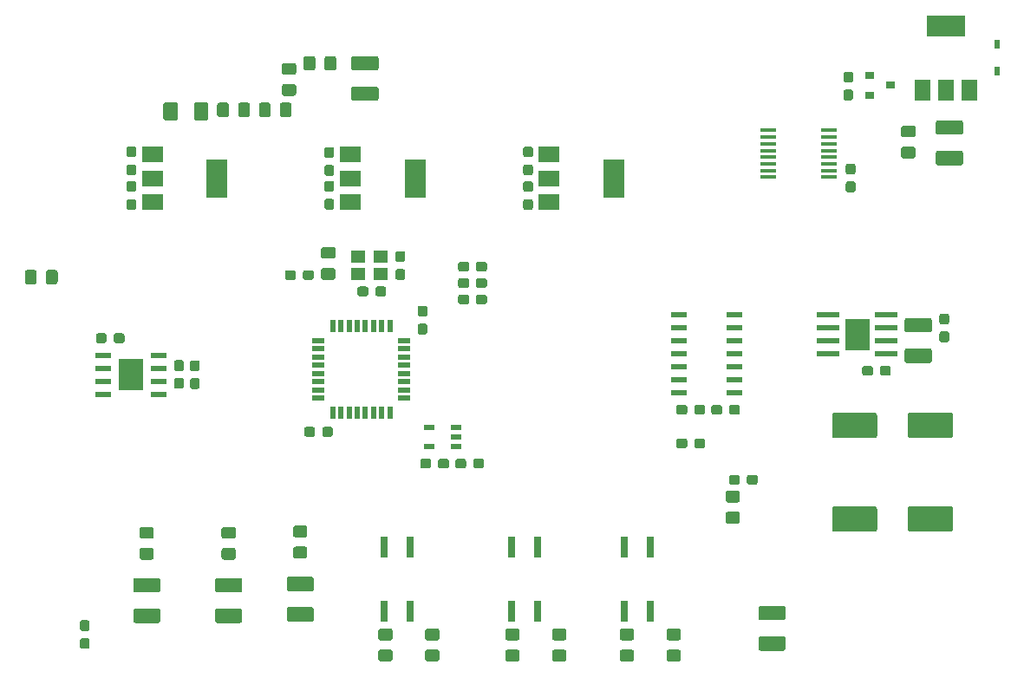
<source format=gbr>
G04 #@! TF.GenerationSoftware,KiCad,Pcbnew,5.1.5-52549c5~86~ubuntu18.04.1*
G04 #@! TF.CreationDate,2020-04-18T16:00:11+01:00*
G04 #@! TF.ProjectId,scot-motor,73636f74-2d6d-46f7-946f-722e6b696361,rev?*
G04 #@! TF.SameCoordinates,Original*
G04 #@! TF.FileFunction,Paste,Top*
G04 #@! TF.FilePolarity,Positive*
%FSLAX46Y46*%
G04 Gerber Fmt 4.6, Leading zero omitted, Abs format (unit mm)*
G04 Created by KiCad (PCBNEW 5.1.5-52549c5~86~ubuntu18.04.1) date 2020-04-18 16:00:11*
%MOMM*%
%LPD*%
G04 APERTURE LIST*
%ADD10C,0.100000*%
%ADD11R,2.000000X1.500000*%
%ADD12R,2.000000X3.800000*%
%ADD13R,1.100000X0.600000*%
%ADD14R,0.500000X0.900000*%
%ADD15R,0.900000X0.800000*%
%ADD16R,1.500000X2.000000*%
%ADD17R,3.800000X2.000000*%
%ADD18R,1.400000X1.200000*%
%ADD19R,1.500000X0.450000*%
%ADD20R,2.200000X0.500000*%
%ADD21R,2.400000X3.100000*%
%ADD22R,0.640000X2.000000*%
%ADD23R,1.550000X0.600000*%
%ADD24R,1.200000X0.500000*%
%ADD25R,0.500000X1.200000*%
%ADD26R,2.402000X3.102000*%
G04 APERTURE END LIST*
D10*
G36*
X91923905Y-54622404D02*
G01*
X91948173Y-54626004D01*
X91971972Y-54631965D01*
X91995071Y-54640230D01*
X92017250Y-54650720D01*
X92038293Y-54663332D01*
X92057999Y-54677947D01*
X92076177Y-54694423D01*
X92092653Y-54712601D01*
X92107268Y-54732307D01*
X92119880Y-54753350D01*
X92130370Y-54775529D01*
X92138635Y-54798628D01*
X92144596Y-54822427D01*
X92148196Y-54846695D01*
X92149400Y-54871199D01*
X92149400Y-55771201D01*
X92148196Y-55795705D01*
X92144596Y-55819973D01*
X92138635Y-55843772D01*
X92130370Y-55866871D01*
X92119880Y-55889050D01*
X92107268Y-55910093D01*
X92092653Y-55929799D01*
X92076177Y-55947977D01*
X92057999Y-55964453D01*
X92038293Y-55979068D01*
X92017250Y-55991680D01*
X91995071Y-56002170D01*
X91971972Y-56010435D01*
X91948173Y-56016396D01*
X91923905Y-56019996D01*
X91899401Y-56021200D01*
X91249399Y-56021200D01*
X91224895Y-56019996D01*
X91200627Y-56016396D01*
X91176828Y-56010435D01*
X91153729Y-56002170D01*
X91131550Y-55991680D01*
X91110507Y-55979068D01*
X91090801Y-55964453D01*
X91072623Y-55947977D01*
X91056147Y-55929799D01*
X91041532Y-55910093D01*
X91028920Y-55889050D01*
X91018430Y-55866871D01*
X91010165Y-55843772D01*
X91004204Y-55819973D01*
X91000604Y-55795705D01*
X90999400Y-55771201D01*
X90999400Y-54871199D01*
X91000604Y-54846695D01*
X91004204Y-54822427D01*
X91010165Y-54798628D01*
X91018430Y-54775529D01*
X91028920Y-54753350D01*
X91041532Y-54732307D01*
X91056147Y-54712601D01*
X91072623Y-54694423D01*
X91090801Y-54677947D01*
X91110507Y-54663332D01*
X91131550Y-54650720D01*
X91153729Y-54640230D01*
X91176828Y-54631965D01*
X91200627Y-54626004D01*
X91224895Y-54622404D01*
X91249399Y-54621200D01*
X91899401Y-54621200D01*
X91923905Y-54622404D01*
G37*
G36*
X93973905Y-54622404D02*
G01*
X93998173Y-54626004D01*
X94021972Y-54631965D01*
X94045071Y-54640230D01*
X94067250Y-54650720D01*
X94088293Y-54663332D01*
X94107999Y-54677947D01*
X94126177Y-54694423D01*
X94142653Y-54712601D01*
X94157268Y-54732307D01*
X94169880Y-54753350D01*
X94180370Y-54775529D01*
X94188635Y-54798628D01*
X94194596Y-54822427D01*
X94198196Y-54846695D01*
X94199400Y-54871199D01*
X94199400Y-55771201D01*
X94198196Y-55795705D01*
X94194596Y-55819973D01*
X94188635Y-55843772D01*
X94180370Y-55866871D01*
X94169880Y-55889050D01*
X94157268Y-55910093D01*
X94142653Y-55929799D01*
X94126177Y-55947977D01*
X94107999Y-55964453D01*
X94088293Y-55979068D01*
X94067250Y-55991680D01*
X94045071Y-56002170D01*
X94021972Y-56010435D01*
X93998173Y-56016396D01*
X93973905Y-56019996D01*
X93949401Y-56021200D01*
X93299399Y-56021200D01*
X93274895Y-56019996D01*
X93250627Y-56016396D01*
X93226828Y-56010435D01*
X93203729Y-56002170D01*
X93181550Y-55991680D01*
X93160507Y-55979068D01*
X93140801Y-55964453D01*
X93122623Y-55947977D01*
X93106147Y-55929799D01*
X93091532Y-55910093D01*
X93078920Y-55889050D01*
X93068430Y-55866871D01*
X93060165Y-55843772D01*
X93054204Y-55819973D01*
X93050604Y-55795705D01*
X93049400Y-55771201D01*
X93049400Y-54871199D01*
X93050604Y-54846695D01*
X93054204Y-54822427D01*
X93060165Y-54798628D01*
X93068430Y-54775529D01*
X93078920Y-54753350D01*
X93091532Y-54732307D01*
X93106147Y-54712601D01*
X93122623Y-54694423D01*
X93140801Y-54677947D01*
X93160507Y-54663332D01*
X93181550Y-54650720D01*
X93203729Y-54640230D01*
X93226828Y-54631965D01*
X93250627Y-54626004D01*
X93274895Y-54622404D01*
X93299399Y-54621200D01*
X93949401Y-54621200D01*
X93973905Y-54622404D01*
G37*
G36*
X158970505Y-58913004D02*
G01*
X158994773Y-58916604D01*
X159018572Y-58922565D01*
X159041671Y-58930830D01*
X159063850Y-58941320D01*
X159084893Y-58953932D01*
X159104599Y-58968547D01*
X159122777Y-58985023D01*
X159139253Y-59003201D01*
X159153868Y-59022907D01*
X159166480Y-59043950D01*
X159176970Y-59066129D01*
X159185235Y-59089228D01*
X159191196Y-59113027D01*
X159194796Y-59137295D01*
X159196000Y-59161799D01*
X159196000Y-59811801D01*
X159194796Y-59836305D01*
X159191196Y-59860573D01*
X159185235Y-59884372D01*
X159176970Y-59907471D01*
X159166480Y-59929650D01*
X159153868Y-59950693D01*
X159139253Y-59970399D01*
X159122777Y-59988577D01*
X159104599Y-60005053D01*
X159084893Y-60019668D01*
X159063850Y-60032280D01*
X159041671Y-60042770D01*
X159018572Y-60051035D01*
X158994773Y-60056996D01*
X158970505Y-60060596D01*
X158946001Y-60061800D01*
X158045999Y-60061800D01*
X158021495Y-60060596D01*
X157997227Y-60056996D01*
X157973428Y-60051035D01*
X157950329Y-60042770D01*
X157928150Y-60032280D01*
X157907107Y-60019668D01*
X157887401Y-60005053D01*
X157869223Y-59988577D01*
X157852747Y-59970399D01*
X157838132Y-59950693D01*
X157825520Y-59929650D01*
X157815030Y-59907471D01*
X157806765Y-59884372D01*
X157800804Y-59860573D01*
X157797204Y-59836305D01*
X157796000Y-59811801D01*
X157796000Y-59161799D01*
X157797204Y-59137295D01*
X157800804Y-59113027D01*
X157806765Y-59089228D01*
X157815030Y-59066129D01*
X157825520Y-59043950D01*
X157838132Y-59022907D01*
X157852747Y-59003201D01*
X157869223Y-58985023D01*
X157887401Y-58968547D01*
X157907107Y-58953932D01*
X157928150Y-58941320D01*
X157950329Y-58930830D01*
X157973428Y-58922565D01*
X157997227Y-58916604D01*
X158021495Y-58913004D01*
X158045999Y-58911800D01*
X158946001Y-58911800D01*
X158970505Y-58913004D01*
G37*
G36*
X158970505Y-56863004D02*
G01*
X158994773Y-56866604D01*
X159018572Y-56872565D01*
X159041671Y-56880830D01*
X159063850Y-56891320D01*
X159084893Y-56903932D01*
X159104599Y-56918547D01*
X159122777Y-56935023D01*
X159139253Y-56953201D01*
X159153868Y-56972907D01*
X159166480Y-56993950D01*
X159176970Y-57016129D01*
X159185235Y-57039228D01*
X159191196Y-57063027D01*
X159194796Y-57087295D01*
X159196000Y-57111799D01*
X159196000Y-57761801D01*
X159194796Y-57786305D01*
X159191196Y-57810573D01*
X159185235Y-57834372D01*
X159176970Y-57857471D01*
X159166480Y-57879650D01*
X159153868Y-57900693D01*
X159139253Y-57920399D01*
X159122777Y-57938577D01*
X159104599Y-57955053D01*
X159084893Y-57969668D01*
X159063850Y-57982280D01*
X159041671Y-57992770D01*
X159018572Y-58001035D01*
X158994773Y-58006996D01*
X158970505Y-58010596D01*
X158946001Y-58011800D01*
X158045999Y-58011800D01*
X158021495Y-58010596D01*
X157997227Y-58006996D01*
X157973428Y-58001035D01*
X157950329Y-57992770D01*
X157928150Y-57982280D01*
X157907107Y-57969668D01*
X157887401Y-57955053D01*
X157869223Y-57938577D01*
X157852747Y-57920399D01*
X157838132Y-57900693D01*
X157825520Y-57879650D01*
X157815030Y-57857471D01*
X157806765Y-57834372D01*
X157800804Y-57810573D01*
X157797204Y-57786305D01*
X157796000Y-57761801D01*
X157796000Y-57111799D01*
X157797204Y-57087295D01*
X157800804Y-57063027D01*
X157806765Y-57039228D01*
X157815030Y-57016129D01*
X157825520Y-56993950D01*
X157838132Y-56972907D01*
X157852747Y-56953201D01*
X157869223Y-56935023D01*
X157887401Y-56918547D01*
X157907107Y-56903932D01*
X157928150Y-56891320D01*
X157950329Y-56880830D01*
X157973428Y-56872565D01*
X157997227Y-56866604D01*
X158021495Y-56863004D01*
X158045999Y-56861800D01*
X158946001Y-56861800D01*
X158970505Y-56863004D01*
G37*
G36*
X163608704Y-56337104D02*
G01*
X163632973Y-56340704D01*
X163656771Y-56346665D01*
X163679871Y-56354930D01*
X163702049Y-56365420D01*
X163723093Y-56378033D01*
X163742798Y-56392647D01*
X163760977Y-56409123D01*
X163777453Y-56427302D01*
X163792067Y-56447007D01*
X163804680Y-56468051D01*
X163815170Y-56490229D01*
X163823435Y-56513329D01*
X163829396Y-56537127D01*
X163832996Y-56561396D01*
X163834200Y-56585900D01*
X163834200Y-57510900D01*
X163832996Y-57535404D01*
X163829396Y-57559673D01*
X163823435Y-57583471D01*
X163815170Y-57606571D01*
X163804680Y-57628749D01*
X163792067Y-57649793D01*
X163777453Y-57669498D01*
X163760977Y-57687677D01*
X163742798Y-57704153D01*
X163723093Y-57718767D01*
X163702049Y-57731380D01*
X163679871Y-57741870D01*
X163656771Y-57750135D01*
X163632973Y-57756096D01*
X163608704Y-57759696D01*
X163584200Y-57760900D01*
X161434200Y-57760900D01*
X161409696Y-57759696D01*
X161385427Y-57756096D01*
X161361629Y-57750135D01*
X161338529Y-57741870D01*
X161316351Y-57731380D01*
X161295307Y-57718767D01*
X161275602Y-57704153D01*
X161257423Y-57687677D01*
X161240947Y-57669498D01*
X161226333Y-57649793D01*
X161213720Y-57628749D01*
X161203230Y-57606571D01*
X161194965Y-57583471D01*
X161189004Y-57559673D01*
X161185404Y-57535404D01*
X161184200Y-57510900D01*
X161184200Y-56585900D01*
X161185404Y-56561396D01*
X161189004Y-56537127D01*
X161194965Y-56513329D01*
X161203230Y-56490229D01*
X161213720Y-56468051D01*
X161226333Y-56447007D01*
X161240947Y-56427302D01*
X161257423Y-56409123D01*
X161275602Y-56392647D01*
X161295307Y-56378033D01*
X161316351Y-56365420D01*
X161338529Y-56354930D01*
X161361629Y-56346665D01*
X161385427Y-56340704D01*
X161409696Y-56337104D01*
X161434200Y-56335900D01*
X163584200Y-56335900D01*
X163608704Y-56337104D01*
G37*
G36*
X163608704Y-59312104D02*
G01*
X163632973Y-59315704D01*
X163656771Y-59321665D01*
X163679871Y-59329930D01*
X163702049Y-59340420D01*
X163723093Y-59353033D01*
X163742798Y-59367647D01*
X163760977Y-59384123D01*
X163777453Y-59402302D01*
X163792067Y-59422007D01*
X163804680Y-59443051D01*
X163815170Y-59465229D01*
X163823435Y-59488329D01*
X163829396Y-59512127D01*
X163832996Y-59536396D01*
X163834200Y-59560900D01*
X163834200Y-60485900D01*
X163832996Y-60510404D01*
X163829396Y-60534673D01*
X163823435Y-60558471D01*
X163815170Y-60581571D01*
X163804680Y-60603749D01*
X163792067Y-60624793D01*
X163777453Y-60644498D01*
X163760977Y-60662677D01*
X163742798Y-60679153D01*
X163723093Y-60693767D01*
X163702049Y-60706380D01*
X163679871Y-60716870D01*
X163656771Y-60725135D01*
X163632973Y-60731096D01*
X163608704Y-60734696D01*
X163584200Y-60735900D01*
X161434200Y-60735900D01*
X161409696Y-60734696D01*
X161385427Y-60731096D01*
X161361629Y-60725135D01*
X161338529Y-60716870D01*
X161316351Y-60706380D01*
X161295307Y-60693767D01*
X161275602Y-60679153D01*
X161257423Y-60662677D01*
X161240947Y-60644498D01*
X161226333Y-60624793D01*
X161213720Y-60603749D01*
X161203230Y-60581571D01*
X161194965Y-60558471D01*
X161189004Y-60534673D01*
X161185404Y-60510404D01*
X161184200Y-60485900D01*
X161184200Y-59560900D01*
X161185404Y-59536396D01*
X161189004Y-59512127D01*
X161194965Y-59488329D01*
X161203230Y-59465229D01*
X161213720Y-59443051D01*
X161226333Y-59422007D01*
X161240947Y-59402302D01*
X161257423Y-59384123D01*
X161275602Y-59367647D01*
X161295307Y-59353033D01*
X161316351Y-59340420D01*
X161338529Y-59329930D01*
X161361629Y-59321665D01*
X161385427Y-59315704D01*
X161409696Y-59312104D01*
X161434200Y-59310900D01*
X163584200Y-59310900D01*
X163608704Y-59312104D01*
G37*
G36*
X89923604Y-54599804D02*
G01*
X89947873Y-54603404D01*
X89971671Y-54609365D01*
X89994771Y-54617630D01*
X90016949Y-54628120D01*
X90037993Y-54640733D01*
X90057698Y-54655347D01*
X90075877Y-54671823D01*
X90092353Y-54690002D01*
X90106967Y-54709707D01*
X90119580Y-54730751D01*
X90130070Y-54752929D01*
X90138335Y-54776029D01*
X90144296Y-54799827D01*
X90147896Y-54824096D01*
X90149100Y-54848600D01*
X90149100Y-56098600D01*
X90147896Y-56123104D01*
X90144296Y-56147373D01*
X90138335Y-56171171D01*
X90130070Y-56194271D01*
X90119580Y-56216449D01*
X90106967Y-56237493D01*
X90092353Y-56257198D01*
X90075877Y-56275377D01*
X90057698Y-56291853D01*
X90037993Y-56306467D01*
X90016949Y-56319080D01*
X89994771Y-56329570D01*
X89971671Y-56337835D01*
X89947873Y-56343796D01*
X89923604Y-56347396D01*
X89899100Y-56348600D01*
X88974100Y-56348600D01*
X88949596Y-56347396D01*
X88925327Y-56343796D01*
X88901529Y-56337835D01*
X88878429Y-56329570D01*
X88856251Y-56319080D01*
X88835207Y-56306467D01*
X88815502Y-56291853D01*
X88797323Y-56275377D01*
X88780847Y-56257198D01*
X88766233Y-56237493D01*
X88753620Y-56216449D01*
X88743130Y-56194271D01*
X88734865Y-56171171D01*
X88728904Y-56147373D01*
X88725304Y-56123104D01*
X88724100Y-56098600D01*
X88724100Y-54848600D01*
X88725304Y-54824096D01*
X88728904Y-54799827D01*
X88734865Y-54776029D01*
X88743130Y-54752929D01*
X88753620Y-54730751D01*
X88766233Y-54709707D01*
X88780847Y-54690002D01*
X88797323Y-54671823D01*
X88815502Y-54655347D01*
X88835207Y-54640733D01*
X88856251Y-54628120D01*
X88878429Y-54617630D01*
X88901529Y-54609365D01*
X88925327Y-54603404D01*
X88949596Y-54599804D01*
X88974100Y-54598600D01*
X89899100Y-54598600D01*
X89923604Y-54599804D01*
G37*
G36*
X86948604Y-54599804D02*
G01*
X86972873Y-54603404D01*
X86996671Y-54609365D01*
X87019771Y-54617630D01*
X87041949Y-54628120D01*
X87062993Y-54640733D01*
X87082698Y-54655347D01*
X87100877Y-54671823D01*
X87117353Y-54690002D01*
X87131967Y-54709707D01*
X87144580Y-54730751D01*
X87155070Y-54752929D01*
X87163335Y-54776029D01*
X87169296Y-54799827D01*
X87172896Y-54824096D01*
X87174100Y-54848600D01*
X87174100Y-56098600D01*
X87172896Y-56123104D01*
X87169296Y-56147373D01*
X87163335Y-56171171D01*
X87155070Y-56194271D01*
X87144580Y-56216449D01*
X87131967Y-56237493D01*
X87117353Y-56257198D01*
X87100877Y-56275377D01*
X87082698Y-56291853D01*
X87062993Y-56306467D01*
X87041949Y-56319080D01*
X87019771Y-56329570D01*
X86996671Y-56337835D01*
X86972873Y-56343796D01*
X86948604Y-56347396D01*
X86924100Y-56348600D01*
X85999100Y-56348600D01*
X85974596Y-56347396D01*
X85950327Y-56343796D01*
X85926529Y-56337835D01*
X85903429Y-56329570D01*
X85881251Y-56319080D01*
X85860207Y-56306467D01*
X85840502Y-56291853D01*
X85822323Y-56275377D01*
X85805847Y-56257198D01*
X85791233Y-56237493D01*
X85778620Y-56216449D01*
X85768130Y-56194271D01*
X85759865Y-56171171D01*
X85753904Y-56147373D01*
X85750304Y-56123104D01*
X85749100Y-56098600D01*
X85749100Y-54848600D01*
X85750304Y-54824096D01*
X85753904Y-54799827D01*
X85759865Y-54776029D01*
X85768130Y-54752929D01*
X85778620Y-54730751D01*
X85791233Y-54709707D01*
X85805847Y-54690002D01*
X85822323Y-54671823D01*
X85840502Y-54655347D01*
X85860207Y-54640733D01*
X85881251Y-54628120D01*
X85903429Y-54617630D01*
X85926529Y-54609365D01*
X85950327Y-54603404D01*
X85974596Y-54599804D01*
X85999100Y-54598600D01*
X86924100Y-54598600D01*
X86948604Y-54599804D01*
G37*
D11*
X104037600Y-59701400D03*
X104037600Y-64301400D03*
X104037600Y-62001400D03*
D12*
X110337600Y-62001400D03*
D10*
G36*
X102216379Y-62267544D02*
G01*
X102239434Y-62270963D01*
X102262043Y-62276627D01*
X102283987Y-62284479D01*
X102305057Y-62294444D01*
X102325048Y-62306426D01*
X102343768Y-62320310D01*
X102361038Y-62335962D01*
X102376690Y-62353232D01*
X102390574Y-62371952D01*
X102402556Y-62391943D01*
X102412521Y-62413013D01*
X102420373Y-62434957D01*
X102426037Y-62457566D01*
X102429456Y-62480621D01*
X102430600Y-62503900D01*
X102430600Y-63078900D01*
X102429456Y-63102179D01*
X102426037Y-63125234D01*
X102420373Y-63147843D01*
X102412521Y-63169787D01*
X102402556Y-63190857D01*
X102390574Y-63210848D01*
X102376690Y-63229568D01*
X102361038Y-63246838D01*
X102343768Y-63262490D01*
X102325048Y-63276374D01*
X102305057Y-63288356D01*
X102283987Y-63298321D01*
X102262043Y-63306173D01*
X102239434Y-63311837D01*
X102216379Y-63315256D01*
X102193100Y-63316400D01*
X101718100Y-63316400D01*
X101694821Y-63315256D01*
X101671766Y-63311837D01*
X101649157Y-63306173D01*
X101627213Y-63298321D01*
X101606143Y-63288356D01*
X101586152Y-63276374D01*
X101567432Y-63262490D01*
X101550162Y-63246838D01*
X101534510Y-63229568D01*
X101520626Y-63210848D01*
X101508644Y-63190857D01*
X101498679Y-63169787D01*
X101490827Y-63147843D01*
X101485163Y-63125234D01*
X101481744Y-63102179D01*
X101480600Y-63078900D01*
X101480600Y-62503900D01*
X101481744Y-62480621D01*
X101485163Y-62457566D01*
X101490827Y-62434957D01*
X101498679Y-62413013D01*
X101508644Y-62391943D01*
X101520626Y-62371952D01*
X101534510Y-62353232D01*
X101550162Y-62335962D01*
X101567432Y-62320310D01*
X101586152Y-62306426D01*
X101606143Y-62294444D01*
X101627213Y-62284479D01*
X101649157Y-62276627D01*
X101671766Y-62270963D01*
X101694821Y-62267544D01*
X101718100Y-62266400D01*
X102193100Y-62266400D01*
X102216379Y-62267544D01*
G37*
G36*
X102216379Y-64017544D02*
G01*
X102239434Y-64020963D01*
X102262043Y-64026627D01*
X102283987Y-64034479D01*
X102305057Y-64044444D01*
X102325048Y-64056426D01*
X102343768Y-64070310D01*
X102361038Y-64085962D01*
X102376690Y-64103232D01*
X102390574Y-64121952D01*
X102402556Y-64141943D01*
X102412521Y-64163013D01*
X102420373Y-64184957D01*
X102426037Y-64207566D01*
X102429456Y-64230621D01*
X102430600Y-64253900D01*
X102430600Y-64828900D01*
X102429456Y-64852179D01*
X102426037Y-64875234D01*
X102420373Y-64897843D01*
X102412521Y-64919787D01*
X102402556Y-64940857D01*
X102390574Y-64960848D01*
X102376690Y-64979568D01*
X102361038Y-64996838D01*
X102343768Y-65012490D01*
X102325048Y-65026374D01*
X102305057Y-65038356D01*
X102283987Y-65048321D01*
X102262043Y-65056173D01*
X102239434Y-65061837D01*
X102216379Y-65065256D01*
X102193100Y-65066400D01*
X101718100Y-65066400D01*
X101694821Y-65065256D01*
X101671766Y-65061837D01*
X101649157Y-65056173D01*
X101627213Y-65048321D01*
X101606143Y-65038356D01*
X101586152Y-65026374D01*
X101567432Y-65012490D01*
X101550162Y-64996838D01*
X101534510Y-64979568D01*
X101520626Y-64960848D01*
X101508644Y-64940857D01*
X101498679Y-64919787D01*
X101490827Y-64897843D01*
X101485163Y-64875234D01*
X101481744Y-64852179D01*
X101480600Y-64828900D01*
X101480600Y-64253900D01*
X101481744Y-64230621D01*
X101485163Y-64207566D01*
X101490827Y-64184957D01*
X101498679Y-64163013D01*
X101508644Y-64141943D01*
X101520626Y-64121952D01*
X101534510Y-64103232D01*
X101550162Y-64085962D01*
X101567432Y-64070310D01*
X101586152Y-64056426D01*
X101606143Y-64044444D01*
X101627213Y-64034479D01*
X101649157Y-64026627D01*
X101671766Y-64020963D01*
X101694821Y-64017544D01*
X101718100Y-64016400D01*
X102193100Y-64016400D01*
X102216379Y-64017544D01*
G37*
G36*
X102216379Y-60715544D02*
G01*
X102239434Y-60718963D01*
X102262043Y-60724627D01*
X102283987Y-60732479D01*
X102305057Y-60742444D01*
X102325048Y-60754426D01*
X102343768Y-60768310D01*
X102361038Y-60783962D01*
X102376690Y-60801232D01*
X102390574Y-60819952D01*
X102402556Y-60839943D01*
X102412521Y-60861013D01*
X102420373Y-60882957D01*
X102426037Y-60905566D01*
X102429456Y-60928621D01*
X102430600Y-60951900D01*
X102430600Y-61526900D01*
X102429456Y-61550179D01*
X102426037Y-61573234D01*
X102420373Y-61595843D01*
X102412521Y-61617787D01*
X102402556Y-61638857D01*
X102390574Y-61658848D01*
X102376690Y-61677568D01*
X102361038Y-61694838D01*
X102343768Y-61710490D01*
X102325048Y-61724374D01*
X102305057Y-61736356D01*
X102283987Y-61746321D01*
X102262043Y-61754173D01*
X102239434Y-61759837D01*
X102216379Y-61763256D01*
X102193100Y-61764400D01*
X101718100Y-61764400D01*
X101694821Y-61763256D01*
X101671766Y-61759837D01*
X101649157Y-61754173D01*
X101627213Y-61746321D01*
X101606143Y-61736356D01*
X101586152Y-61724374D01*
X101567432Y-61710490D01*
X101550162Y-61694838D01*
X101534510Y-61677568D01*
X101520626Y-61658848D01*
X101508644Y-61638857D01*
X101498679Y-61617787D01*
X101490827Y-61595843D01*
X101485163Y-61573234D01*
X101481744Y-61550179D01*
X101480600Y-61526900D01*
X101480600Y-60951900D01*
X101481744Y-60928621D01*
X101485163Y-60905566D01*
X101490827Y-60882957D01*
X101498679Y-60861013D01*
X101508644Y-60839943D01*
X101520626Y-60819952D01*
X101534510Y-60801232D01*
X101550162Y-60783962D01*
X101567432Y-60768310D01*
X101586152Y-60754426D01*
X101606143Y-60742444D01*
X101627213Y-60732479D01*
X101649157Y-60724627D01*
X101671766Y-60718963D01*
X101694821Y-60715544D01*
X101718100Y-60714400D01*
X102193100Y-60714400D01*
X102216379Y-60715544D01*
G37*
G36*
X102216379Y-58965544D02*
G01*
X102239434Y-58968963D01*
X102262043Y-58974627D01*
X102283987Y-58982479D01*
X102305057Y-58992444D01*
X102325048Y-59004426D01*
X102343768Y-59018310D01*
X102361038Y-59033962D01*
X102376690Y-59051232D01*
X102390574Y-59069952D01*
X102402556Y-59089943D01*
X102412521Y-59111013D01*
X102420373Y-59132957D01*
X102426037Y-59155566D01*
X102429456Y-59178621D01*
X102430600Y-59201900D01*
X102430600Y-59776900D01*
X102429456Y-59800179D01*
X102426037Y-59823234D01*
X102420373Y-59845843D01*
X102412521Y-59867787D01*
X102402556Y-59888857D01*
X102390574Y-59908848D01*
X102376690Y-59927568D01*
X102361038Y-59944838D01*
X102343768Y-59960490D01*
X102325048Y-59974374D01*
X102305057Y-59986356D01*
X102283987Y-59996321D01*
X102262043Y-60004173D01*
X102239434Y-60009837D01*
X102216379Y-60013256D01*
X102193100Y-60014400D01*
X101718100Y-60014400D01*
X101694821Y-60013256D01*
X101671766Y-60009837D01*
X101649157Y-60004173D01*
X101627213Y-59996321D01*
X101606143Y-59986356D01*
X101586152Y-59974374D01*
X101567432Y-59960490D01*
X101550162Y-59944838D01*
X101534510Y-59927568D01*
X101520626Y-59908848D01*
X101508644Y-59888857D01*
X101498679Y-59867787D01*
X101490827Y-59845843D01*
X101485163Y-59823234D01*
X101481744Y-59800179D01*
X101480600Y-59776900D01*
X101480600Y-59201900D01*
X101481744Y-59178621D01*
X101485163Y-59155566D01*
X101490827Y-59132957D01*
X101498679Y-59111013D01*
X101508644Y-59089943D01*
X101520626Y-59069952D01*
X101534510Y-59051232D01*
X101550162Y-59033962D01*
X101567432Y-59018310D01*
X101586152Y-59004426D01*
X101606143Y-58992444D01*
X101627213Y-58982479D01*
X101649157Y-58974627D01*
X101671766Y-58968963D01*
X101694821Y-58965544D01*
X101718100Y-58964400D01*
X102193100Y-58964400D01*
X102216379Y-58965544D01*
G37*
D13*
X111734600Y-88209200D03*
X111734600Y-86309200D03*
X114334600Y-86309200D03*
X114334600Y-87259200D03*
X114334600Y-88209200D03*
D10*
G36*
X152889379Y-53346944D02*
G01*
X152912434Y-53350363D01*
X152935043Y-53356027D01*
X152956987Y-53363879D01*
X152978057Y-53373844D01*
X152998048Y-53385826D01*
X153016768Y-53399710D01*
X153034038Y-53415362D01*
X153049690Y-53432632D01*
X153063574Y-53451352D01*
X153075556Y-53471343D01*
X153085521Y-53492413D01*
X153093373Y-53514357D01*
X153099037Y-53536966D01*
X153102456Y-53560021D01*
X153103600Y-53583300D01*
X153103600Y-54158300D01*
X153102456Y-54181579D01*
X153099037Y-54204634D01*
X153093373Y-54227243D01*
X153085521Y-54249187D01*
X153075556Y-54270257D01*
X153063574Y-54290248D01*
X153049690Y-54308968D01*
X153034038Y-54326238D01*
X153016768Y-54341890D01*
X152998048Y-54355774D01*
X152978057Y-54367756D01*
X152956987Y-54377721D01*
X152935043Y-54385573D01*
X152912434Y-54391237D01*
X152889379Y-54394656D01*
X152866100Y-54395800D01*
X152391100Y-54395800D01*
X152367821Y-54394656D01*
X152344766Y-54391237D01*
X152322157Y-54385573D01*
X152300213Y-54377721D01*
X152279143Y-54367756D01*
X152259152Y-54355774D01*
X152240432Y-54341890D01*
X152223162Y-54326238D01*
X152207510Y-54308968D01*
X152193626Y-54290248D01*
X152181644Y-54270257D01*
X152171679Y-54249187D01*
X152163827Y-54227243D01*
X152158163Y-54204634D01*
X152154744Y-54181579D01*
X152153600Y-54158300D01*
X152153600Y-53583300D01*
X152154744Y-53560021D01*
X152158163Y-53536966D01*
X152163827Y-53514357D01*
X152171679Y-53492413D01*
X152181644Y-53471343D01*
X152193626Y-53451352D01*
X152207510Y-53432632D01*
X152223162Y-53415362D01*
X152240432Y-53399710D01*
X152259152Y-53385826D01*
X152279143Y-53373844D01*
X152300213Y-53363879D01*
X152322157Y-53356027D01*
X152344766Y-53350363D01*
X152367821Y-53346944D01*
X152391100Y-53345800D01*
X152866100Y-53345800D01*
X152889379Y-53346944D01*
G37*
G36*
X152889379Y-51596944D02*
G01*
X152912434Y-51600363D01*
X152935043Y-51606027D01*
X152956987Y-51613879D01*
X152978057Y-51623844D01*
X152998048Y-51635826D01*
X153016768Y-51649710D01*
X153034038Y-51665362D01*
X153049690Y-51682632D01*
X153063574Y-51701352D01*
X153075556Y-51721343D01*
X153085521Y-51742413D01*
X153093373Y-51764357D01*
X153099037Y-51786966D01*
X153102456Y-51810021D01*
X153103600Y-51833300D01*
X153103600Y-52408300D01*
X153102456Y-52431579D01*
X153099037Y-52454634D01*
X153093373Y-52477243D01*
X153085521Y-52499187D01*
X153075556Y-52520257D01*
X153063574Y-52540248D01*
X153049690Y-52558968D01*
X153034038Y-52576238D01*
X153016768Y-52591890D01*
X152998048Y-52605774D01*
X152978057Y-52617756D01*
X152956987Y-52627721D01*
X152935043Y-52635573D01*
X152912434Y-52641237D01*
X152889379Y-52644656D01*
X152866100Y-52645800D01*
X152391100Y-52645800D01*
X152367821Y-52644656D01*
X152344766Y-52641237D01*
X152322157Y-52635573D01*
X152300213Y-52627721D01*
X152279143Y-52617756D01*
X152259152Y-52605774D01*
X152240432Y-52591890D01*
X152223162Y-52576238D01*
X152207510Y-52558968D01*
X152193626Y-52540248D01*
X152181644Y-52520257D01*
X152171679Y-52499187D01*
X152163827Y-52477243D01*
X152158163Y-52454634D01*
X152154744Y-52431579D01*
X152153600Y-52408300D01*
X152153600Y-51833300D01*
X152154744Y-51810021D01*
X152158163Y-51786966D01*
X152163827Y-51764357D01*
X152171679Y-51742413D01*
X152181644Y-51721343D01*
X152193626Y-51701352D01*
X152207510Y-51682632D01*
X152223162Y-51665362D01*
X152240432Y-51649710D01*
X152259152Y-51635826D01*
X152279143Y-51623844D01*
X152300213Y-51613879D01*
X152322157Y-51606027D01*
X152344766Y-51600363D01*
X152367821Y-51596944D01*
X152391100Y-51595800D01*
X152866100Y-51595800D01*
X152889379Y-51596944D01*
G37*
G36*
X115093379Y-89391344D02*
G01*
X115116434Y-89394763D01*
X115139043Y-89400427D01*
X115160987Y-89408279D01*
X115182057Y-89418244D01*
X115202048Y-89430226D01*
X115220768Y-89444110D01*
X115238038Y-89459762D01*
X115253690Y-89477032D01*
X115267574Y-89495752D01*
X115279556Y-89515743D01*
X115289521Y-89536813D01*
X115297373Y-89558757D01*
X115303037Y-89581366D01*
X115306456Y-89604421D01*
X115307600Y-89627700D01*
X115307600Y-90102700D01*
X115306456Y-90125979D01*
X115303037Y-90149034D01*
X115297373Y-90171643D01*
X115289521Y-90193587D01*
X115279556Y-90214657D01*
X115267574Y-90234648D01*
X115253690Y-90253368D01*
X115238038Y-90270638D01*
X115220768Y-90286290D01*
X115202048Y-90300174D01*
X115182057Y-90312156D01*
X115160987Y-90322121D01*
X115139043Y-90329973D01*
X115116434Y-90335637D01*
X115093379Y-90339056D01*
X115070100Y-90340200D01*
X114495100Y-90340200D01*
X114471821Y-90339056D01*
X114448766Y-90335637D01*
X114426157Y-90329973D01*
X114404213Y-90322121D01*
X114383143Y-90312156D01*
X114363152Y-90300174D01*
X114344432Y-90286290D01*
X114327162Y-90270638D01*
X114311510Y-90253368D01*
X114297626Y-90234648D01*
X114285644Y-90214657D01*
X114275679Y-90193587D01*
X114267827Y-90171643D01*
X114262163Y-90149034D01*
X114258744Y-90125979D01*
X114257600Y-90102700D01*
X114257600Y-89627700D01*
X114258744Y-89604421D01*
X114262163Y-89581366D01*
X114267827Y-89558757D01*
X114275679Y-89536813D01*
X114285644Y-89515743D01*
X114297626Y-89495752D01*
X114311510Y-89477032D01*
X114327162Y-89459762D01*
X114344432Y-89444110D01*
X114363152Y-89430226D01*
X114383143Y-89418244D01*
X114404213Y-89408279D01*
X114426157Y-89400427D01*
X114448766Y-89394763D01*
X114471821Y-89391344D01*
X114495100Y-89390200D01*
X115070100Y-89390200D01*
X115093379Y-89391344D01*
G37*
G36*
X116843379Y-89391344D02*
G01*
X116866434Y-89394763D01*
X116889043Y-89400427D01*
X116910987Y-89408279D01*
X116932057Y-89418244D01*
X116952048Y-89430226D01*
X116970768Y-89444110D01*
X116988038Y-89459762D01*
X117003690Y-89477032D01*
X117017574Y-89495752D01*
X117029556Y-89515743D01*
X117039521Y-89536813D01*
X117047373Y-89558757D01*
X117053037Y-89581366D01*
X117056456Y-89604421D01*
X117057600Y-89627700D01*
X117057600Y-90102700D01*
X117056456Y-90125979D01*
X117053037Y-90149034D01*
X117047373Y-90171643D01*
X117039521Y-90193587D01*
X117029556Y-90214657D01*
X117017574Y-90234648D01*
X117003690Y-90253368D01*
X116988038Y-90270638D01*
X116970768Y-90286290D01*
X116952048Y-90300174D01*
X116932057Y-90312156D01*
X116910987Y-90322121D01*
X116889043Y-90329973D01*
X116866434Y-90335637D01*
X116843379Y-90339056D01*
X116820100Y-90340200D01*
X116245100Y-90340200D01*
X116221821Y-90339056D01*
X116198766Y-90335637D01*
X116176157Y-90329973D01*
X116154213Y-90322121D01*
X116133143Y-90312156D01*
X116113152Y-90300174D01*
X116094432Y-90286290D01*
X116077162Y-90270638D01*
X116061510Y-90253368D01*
X116047626Y-90234648D01*
X116035644Y-90214657D01*
X116025679Y-90193587D01*
X116017827Y-90171643D01*
X116012163Y-90149034D01*
X116008744Y-90125979D01*
X116007600Y-90102700D01*
X116007600Y-89627700D01*
X116008744Y-89604421D01*
X116012163Y-89581366D01*
X116017827Y-89558757D01*
X116025679Y-89536813D01*
X116035644Y-89515743D01*
X116047626Y-89495752D01*
X116061510Y-89477032D01*
X116077162Y-89459762D01*
X116094432Y-89444110D01*
X116113152Y-89430226D01*
X116133143Y-89418244D01*
X116154213Y-89408279D01*
X116176157Y-89400427D01*
X116198766Y-89394763D01*
X116221821Y-89391344D01*
X116245100Y-89390200D01*
X116820100Y-89390200D01*
X116843379Y-89391344D01*
G37*
G36*
X111664379Y-89391344D02*
G01*
X111687434Y-89394763D01*
X111710043Y-89400427D01*
X111731987Y-89408279D01*
X111753057Y-89418244D01*
X111773048Y-89430226D01*
X111791768Y-89444110D01*
X111809038Y-89459762D01*
X111824690Y-89477032D01*
X111838574Y-89495752D01*
X111850556Y-89515743D01*
X111860521Y-89536813D01*
X111868373Y-89558757D01*
X111874037Y-89581366D01*
X111877456Y-89604421D01*
X111878600Y-89627700D01*
X111878600Y-90102700D01*
X111877456Y-90125979D01*
X111874037Y-90149034D01*
X111868373Y-90171643D01*
X111860521Y-90193587D01*
X111850556Y-90214657D01*
X111838574Y-90234648D01*
X111824690Y-90253368D01*
X111809038Y-90270638D01*
X111791768Y-90286290D01*
X111773048Y-90300174D01*
X111753057Y-90312156D01*
X111731987Y-90322121D01*
X111710043Y-90329973D01*
X111687434Y-90335637D01*
X111664379Y-90339056D01*
X111641100Y-90340200D01*
X111066100Y-90340200D01*
X111042821Y-90339056D01*
X111019766Y-90335637D01*
X110997157Y-90329973D01*
X110975213Y-90322121D01*
X110954143Y-90312156D01*
X110934152Y-90300174D01*
X110915432Y-90286290D01*
X110898162Y-90270638D01*
X110882510Y-90253368D01*
X110868626Y-90234648D01*
X110856644Y-90214657D01*
X110846679Y-90193587D01*
X110838827Y-90171643D01*
X110833163Y-90149034D01*
X110829744Y-90125979D01*
X110828600Y-90102700D01*
X110828600Y-89627700D01*
X110829744Y-89604421D01*
X110833163Y-89581366D01*
X110838827Y-89558757D01*
X110846679Y-89536813D01*
X110856644Y-89515743D01*
X110868626Y-89495752D01*
X110882510Y-89477032D01*
X110898162Y-89459762D01*
X110915432Y-89444110D01*
X110934152Y-89430226D01*
X110954143Y-89418244D01*
X110975213Y-89408279D01*
X110997157Y-89400427D01*
X111019766Y-89394763D01*
X111042821Y-89391344D01*
X111066100Y-89390200D01*
X111641100Y-89390200D01*
X111664379Y-89391344D01*
G37*
G36*
X113414379Y-89391344D02*
G01*
X113437434Y-89394763D01*
X113460043Y-89400427D01*
X113481987Y-89408279D01*
X113503057Y-89418244D01*
X113523048Y-89430226D01*
X113541768Y-89444110D01*
X113559038Y-89459762D01*
X113574690Y-89477032D01*
X113588574Y-89495752D01*
X113600556Y-89515743D01*
X113610521Y-89536813D01*
X113618373Y-89558757D01*
X113624037Y-89581366D01*
X113627456Y-89604421D01*
X113628600Y-89627700D01*
X113628600Y-90102700D01*
X113627456Y-90125979D01*
X113624037Y-90149034D01*
X113618373Y-90171643D01*
X113610521Y-90193587D01*
X113600556Y-90214657D01*
X113588574Y-90234648D01*
X113574690Y-90253368D01*
X113559038Y-90270638D01*
X113541768Y-90286290D01*
X113523048Y-90300174D01*
X113503057Y-90312156D01*
X113481987Y-90322121D01*
X113460043Y-90329973D01*
X113437434Y-90335637D01*
X113414379Y-90339056D01*
X113391100Y-90340200D01*
X112816100Y-90340200D01*
X112792821Y-90339056D01*
X112769766Y-90335637D01*
X112747157Y-90329973D01*
X112725213Y-90322121D01*
X112704143Y-90312156D01*
X112684152Y-90300174D01*
X112665432Y-90286290D01*
X112648162Y-90270638D01*
X112632510Y-90253368D01*
X112618626Y-90234648D01*
X112606644Y-90214657D01*
X112596679Y-90193587D01*
X112588827Y-90171643D01*
X112583163Y-90149034D01*
X112579744Y-90125979D01*
X112578600Y-90102700D01*
X112578600Y-89627700D01*
X112579744Y-89604421D01*
X112583163Y-89581366D01*
X112588827Y-89558757D01*
X112596679Y-89536813D01*
X112606644Y-89515743D01*
X112618626Y-89495752D01*
X112632510Y-89477032D01*
X112648162Y-89459762D01*
X112665432Y-89444110D01*
X112684152Y-89430226D01*
X112704143Y-89418244D01*
X112725213Y-89408279D01*
X112747157Y-89400427D01*
X112769766Y-89394763D01*
X112792821Y-89391344D01*
X112816100Y-89390200D01*
X113391100Y-89390200D01*
X113414379Y-89391344D01*
G37*
D14*
X167157400Y-48945800D03*
X167157400Y-51545800D03*
D15*
X156718000Y-52933600D03*
X154718000Y-53883600D03*
X154718000Y-51983600D03*
D16*
X159865000Y-53441600D03*
X164465000Y-53441600D03*
X162165000Y-53441600D03*
D17*
X162165000Y-47141600D03*
D18*
X104784800Y-69621400D03*
X106984800Y-69621400D03*
X106984800Y-71321400D03*
X104784800Y-71321400D03*
D11*
X84682800Y-59701400D03*
X84682800Y-64301400D03*
X84682800Y-62001400D03*
D12*
X90982800Y-62001400D03*
D11*
X123417800Y-59701400D03*
X123417800Y-64301400D03*
X123417800Y-62001400D03*
D12*
X129717800Y-62001400D03*
D19*
X150752600Y-57338800D03*
X150752600Y-57988800D03*
X150752600Y-58638800D03*
X150752600Y-59288800D03*
X150752600Y-59938800D03*
X150752600Y-60588800D03*
X150752600Y-61238800D03*
X150752600Y-61888800D03*
X144852600Y-61888800D03*
X144852600Y-61238800D03*
X144852600Y-60588800D03*
X144852600Y-59938800D03*
X144852600Y-59288800D03*
X144852600Y-58638800D03*
X144852600Y-57988800D03*
X144852600Y-57338800D03*
D20*
X156367200Y-75336400D03*
X156367200Y-76606400D03*
X156367200Y-77876400D03*
X156367200Y-79146400D03*
X150617200Y-79146400D03*
X150617200Y-77876400D03*
X150617200Y-76606400D03*
X150617200Y-75336400D03*
D21*
X153492200Y-77241400D03*
D22*
X130759200Y-97992400D03*
X133299200Y-97992400D03*
X133299200Y-104292400D03*
X130759200Y-104292400D03*
X119710200Y-97992400D03*
X122250200Y-97992400D03*
X122250200Y-104292400D03*
X119710200Y-104292400D03*
D23*
X136093200Y-82956400D03*
X136093200Y-81686400D03*
X136093200Y-80416400D03*
X136093200Y-79146400D03*
X136093200Y-77876400D03*
X136093200Y-76606400D03*
X136093200Y-75336400D03*
X141493200Y-75336400D03*
X141493200Y-76606400D03*
X141493200Y-77876400D03*
X141493200Y-79146400D03*
X141493200Y-80416400D03*
X141493200Y-81686400D03*
X141493200Y-82956400D03*
D22*
X107315000Y-97992400D03*
X109855000Y-97992400D03*
X109855000Y-104292400D03*
X107315000Y-104292400D03*
D10*
G36*
X100356705Y-50075804D02*
G01*
X100380973Y-50079404D01*
X100404772Y-50085365D01*
X100427871Y-50093630D01*
X100450050Y-50104120D01*
X100471093Y-50116732D01*
X100490799Y-50131347D01*
X100508977Y-50147823D01*
X100525453Y-50166001D01*
X100540068Y-50185707D01*
X100552680Y-50206750D01*
X100563170Y-50228929D01*
X100571435Y-50252028D01*
X100577396Y-50275827D01*
X100580996Y-50300095D01*
X100582200Y-50324599D01*
X100582200Y-51224601D01*
X100580996Y-51249105D01*
X100577396Y-51273373D01*
X100571435Y-51297172D01*
X100563170Y-51320271D01*
X100552680Y-51342450D01*
X100540068Y-51363493D01*
X100525453Y-51383199D01*
X100508977Y-51401377D01*
X100490799Y-51417853D01*
X100471093Y-51432468D01*
X100450050Y-51445080D01*
X100427871Y-51455570D01*
X100404772Y-51463835D01*
X100380973Y-51469796D01*
X100356705Y-51473396D01*
X100332201Y-51474600D01*
X99682199Y-51474600D01*
X99657695Y-51473396D01*
X99633427Y-51469796D01*
X99609628Y-51463835D01*
X99586529Y-51455570D01*
X99564350Y-51445080D01*
X99543307Y-51432468D01*
X99523601Y-51417853D01*
X99505423Y-51401377D01*
X99488947Y-51383199D01*
X99474332Y-51363493D01*
X99461720Y-51342450D01*
X99451230Y-51320271D01*
X99442965Y-51297172D01*
X99437004Y-51273373D01*
X99433404Y-51249105D01*
X99432200Y-51224601D01*
X99432200Y-50324599D01*
X99433404Y-50300095D01*
X99437004Y-50275827D01*
X99442965Y-50252028D01*
X99451230Y-50228929D01*
X99461720Y-50206750D01*
X99474332Y-50185707D01*
X99488947Y-50166001D01*
X99505423Y-50147823D01*
X99523601Y-50131347D01*
X99543307Y-50116732D01*
X99564350Y-50104120D01*
X99586529Y-50093630D01*
X99609628Y-50085365D01*
X99633427Y-50079404D01*
X99657695Y-50075804D01*
X99682199Y-50074600D01*
X100332201Y-50074600D01*
X100356705Y-50075804D01*
G37*
G36*
X102406705Y-50075804D02*
G01*
X102430973Y-50079404D01*
X102454772Y-50085365D01*
X102477871Y-50093630D01*
X102500050Y-50104120D01*
X102521093Y-50116732D01*
X102540799Y-50131347D01*
X102558977Y-50147823D01*
X102575453Y-50166001D01*
X102590068Y-50185707D01*
X102602680Y-50206750D01*
X102613170Y-50228929D01*
X102621435Y-50252028D01*
X102627396Y-50275827D01*
X102630996Y-50300095D01*
X102632200Y-50324599D01*
X102632200Y-51224601D01*
X102630996Y-51249105D01*
X102627396Y-51273373D01*
X102621435Y-51297172D01*
X102613170Y-51320271D01*
X102602680Y-51342450D01*
X102590068Y-51363493D01*
X102575453Y-51383199D01*
X102558977Y-51401377D01*
X102540799Y-51417853D01*
X102521093Y-51432468D01*
X102500050Y-51445080D01*
X102477871Y-51455570D01*
X102454772Y-51463835D01*
X102430973Y-51469796D01*
X102406705Y-51473396D01*
X102382201Y-51474600D01*
X101732199Y-51474600D01*
X101707695Y-51473396D01*
X101683427Y-51469796D01*
X101659628Y-51463835D01*
X101636529Y-51455570D01*
X101614350Y-51445080D01*
X101593307Y-51432468D01*
X101573601Y-51417853D01*
X101555423Y-51401377D01*
X101538947Y-51383199D01*
X101524332Y-51363493D01*
X101511720Y-51342450D01*
X101501230Y-51320271D01*
X101492965Y-51297172D01*
X101487004Y-51273373D01*
X101483404Y-51249105D01*
X101482200Y-51224601D01*
X101482200Y-50324599D01*
X101483404Y-50300095D01*
X101487004Y-50275827D01*
X101492965Y-50252028D01*
X101501230Y-50228929D01*
X101511720Y-50206750D01*
X101524332Y-50185707D01*
X101538947Y-50166001D01*
X101555423Y-50147823D01*
X101573601Y-50131347D01*
X101593307Y-50116732D01*
X101614350Y-50104120D01*
X101636529Y-50093630D01*
X101659628Y-50085365D01*
X101683427Y-50079404D01*
X101707695Y-50075804D01*
X101732199Y-50074600D01*
X102382201Y-50074600D01*
X102406705Y-50075804D01*
G37*
G36*
X138435979Y-87410144D02*
G01*
X138459034Y-87413563D01*
X138481643Y-87419227D01*
X138503587Y-87427079D01*
X138524657Y-87437044D01*
X138544648Y-87449026D01*
X138563368Y-87462910D01*
X138580638Y-87478562D01*
X138596290Y-87495832D01*
X138610174Y-87514552D01*
X138622156Y-87534543D01*
X138632121Y-87555613D01*
X138639973Y-87577557D01*
X138645637Y-87600166D01*
X138649056Y-87623221D01*
X138650200Y-87646500D01*
X138650200Y-88121500D01*
X138649056Y-88144779D01*
X138645637Y-88167834D01*
X138639973Y-88190443D01*
X138632121Y-88212387D01*
X138622156Y-88233457D01*
X138610174Y-88253448D01*
X138596290Y-88272168D01*
X138580638Y-88289438D01*
X138563368Y-88305090D01*
X138544648Y-88318974D01*
X138524657Y-88330956D01*
X138503587Y-88340921D01*
X138481643Y-88348773D01*
X138459034Y-88354437D01*
X138435979Y-88357856D01*
X138412700Y-88359000D01*
X137837700Y-88359000D01*
X137814421Y-88357856D01*
X137791366Y-88354437D01*
X137768757Y-88348773D01*
X137746813Y-88340921D01*
X137725743Y-88330956D01*
X137705752Y-88318974D01*
X137687032Y-88305090D01*
X137669762Y-88289438D01*
X137654110Y-88272168D01*
X137640226Y-88253448D01*
X137628244Y-88233457D01*
X137618279Y-88212387D01*
X137610427Y-88190443D01*
X137604763Y-88167834D01*
X137601344Y-88144779D01*
X137600200Y-88121500D01*
X137600200Y-87646500D01*
X137601344Y-87623221D01*
X137604763Y-87600166D01*
X137610427Y-87577557D01*
X137618279Y-87555613D01*
X137628244Y-87534543D01*
X137640226Y-87514552D01*
X137654110Y-87495832D01*
X137669762Y-87478562D01*
X137687032Y-87462910D01*
X137705752Y-87449026D01*
X137725743Y-87437044D01*
X137746813Y-87427079D01*
X137768757Y-87419227D01*
X137791366Y-87413563D01*
X137814421Y-87410144D01*
X137837700Y-87409000D01*
X138412700Y-87409000D01*
X138435979Y-87410144D01*
G37*
G36*
X136685979Y-87410144D02*
G01*
X136709034Y-87413563D01*
X136731643Y-87419227D01*
X136753587Y-87427079D01*
X136774657Y-87437044D01*
X136794648Y-87449026D01*
X136813368Y-87462910D01*
X136830638Y-87478562D01*
X136846290Y-87495832D01*
X136860174Y-87514552D01*
X136872156Y-87534543D01*
X136882121Y-87555613D01*
X136889973Y-87577557D01*
X136895637Y-87600166D01*
X136899056Y-87623221D01*
X136900200Y-87646500D01*
X136900200Y-88121500D01*
X136899056Y-88144779D01*
X136895637Y-88167834D01*
X136889973Y-88190443D01*
X136882121Y-88212387D01*
X136872156Y-88233457D01*
X136860174Y-88253448D01*
X136846290Y-88272168D01*
X136830638Y-88289438D01*
X136813368Y-88305090D01*
X136794648Y-88318974D01*
X136774657Y-88330956D01*
X136753587Y-88340921D01*
X136731643Y-88348773D01*
X136709034Y-88354437D01*
X136685979Y-88357856D01*
X136662700Y-88359000D01*
X136087700Y-88359000D01*
X136064421Y-88357856D01*
X136041366Y-88354437D01*
X136018757Y-88348773D01*
X135996813Y-88340921D01*
X135975743Y-88330956D01*
X135955752Y-88318974D01*
X135937032Y-88305090D01*
X135919762Y-88289438D01*
X135904110Y-88272168D01*
X135890226Y-88253448D01*
X135878244Y-88233457D01*
X135868279Y-88212387D01*
X135860427Y-88190443D01*
X135854763Y-88167834D01*
X135851344Y-88144779D01*
X135850200Y-88121500D01*
X135850200Y-87646500D01*
X135851344Y-87623221D01*
X135854763Y-87600166D01*
X135860427Y-87577557D01*
X135868279Y-87555613D01*
X135878244Y-87534543D01*
X135890226Y-87514552D01*
X135904110Y-87495832D01*
X135919762Y-87478562D01*
X135937032Y-87462910D01*
X135955752Y-87449026D01*
X135975743Y-87437044D01*
X135996813Y-87427079D01*
X136018757Y-87419227D01*
X136041366Y-87413563D01*
X136064421Y-87410144D01*
X136087700Y-87409000D01*
X136662700Y-87409000D01*
X136685979Y-87410144D01*
G37*
G36*
X140086979Y-84133544D02*
G01*
X140110034Y-84136963D01*
X140132643Y-84142627D01*
X140154587Y-84150479D01*
X140175657Y-84160444D01*
X140195648Y-84172426D01*
X140214368Y-84186310D01*
X140231638Y-84201962D01*
X140247290Y-84219232D01*
X140261174Y-84237952D01*
X140273156Y-84257943D01*
X140283121Y-84279013D01*
X140290973Y-84300957D01*
X140296637Y-84323566D01*
X140300056Y-84346621D01*
X140301200Y-84369900D01*
X140301200Y-84844900D01*
X140300056Y-84868179D01*
X140296637Y-84891234D01*
X140290973Y-84913843D01*
X140283121Y-84935787D01*
X140273156Y-84956857D01*
X140261174Y-84976848D01*
X140247290Y-84995568D01*
X140231638Y-85012838D01*
X140214368Y-85028490D01*
X140195648Y-85042374D01*
X140175657Y-85054356D01*
X140154587Y-85064321D01*
X140132643Y-85072173D01*
X140110034Y-85077837D01*
X140086979Y-85081256D01*
X140063700Y-85082400D01*
X139488700Y-85082400D01*
X139465421Y-85081256D01*
X139442366Y-85077837D01*
X139419757Y-85072173D01*
X139397813Y-85064321D01*
X139376743Y-85054356D01*
X139356752Y-85042374D01*
X139338032Y-85028490D01*
X139320762Y-85012838D01*
X139305110Y-84995568D01*
X139291226Y-84976848D01*
X139279244Y-84956857D01*
X139269279Y-84935787D01*
X139261427Y-84913843D01*
X139255763Y-84891234D01*
X139252344Y-84868179D01*
X139251200Y-84844900D01*
X139251200Y-84369900D01*
X139252344Y-84346621D01*
X139255763Y-84323566D01*
X139261427Y-84300957D01*
X139269279Y-84279013D01*
X139279244Y-84257943D01*
X139291226Y-84237952D01*
X139305110Y-84219232D01*
X139320762Y-84201962D01*
X139338032Y-84186310D01*
X139356752Y-84172426D01*
X139376743Y-84160444D01*
X139397813Y-84150479D01*
X139419757Y-84142627D01*
X139442366Y-84136963D01*
X139465421Y-84133544D01*
X139488700Y-84132400D01*
X140063700Y-84132400D01*
X140086979Y-84133544D01*
G37*
G36*
X141836979Y-84133544D02*
G01*
X141860034Y-84136963D01*
X141882643Y-84142627D01*
X141904587Y-84150479D01*
X141925657Y-84160444D01*
X141945648Y-84172426D01*
X141964368Y-84186310D01*
X141981638Y-84201962D01*
X141997290Y-84219232D01*
X142011174Y-84237952D01*
X142023156Y-84257943D01*
X142033121Y-84279013D01*
X142040973Y-84300957D01*
X142046637Y-84323566D01*
X142050056Y-84346621D01*
X142051200Y-84369900D01*
X142051200Y-84844900D01*
X142050056Y-84868179D01*
X142046637Y-84891234D01*
X142040973Y-84913843D01*
X142033121Y-84935787D01*
X142023156Y-84956857D01*
X142011174Y-84976848D01*
X141997290Y-84995568D01*
X141981638Y-85012838D01*
X141964368Y-85028490D01*
X141945648Y-85042374D01*
X141925657Y-85054356D01*
X141904587Y-85064321D01*
X141882643Y-85072173D01*
X141860034Y-85077837D01*
X141836979Y-85081256D01*
X141813700Y-85082400D01*
X141238700Y-85082400D01*
X141215421Y-85081256D01*
X141192366Y-85077837D01*
X141169757Y-85072173D01*
X141147813Y-85064321D01*
X141126743Y-85054356D01*
X141106752Y-85042374D01*
X141088032Y-85028490D01*
X141070762Y-85012838D01*
X141055110Y-84995568D01*
X141041226Y-84976848D01*
X141029244Y-84956857D01*
X141019279Y-84935787D01*
X141011427Y-84913843D01*
X141005763Y-84891234D01*
X141002344Y-84868179D01*
X141001200Y-84844900D01*
X141001200Y-84369900D01*
X141002344Y-84346621D01*
X141005763Y-84323566D01*
X141011427Y-84300957D01*
X141019279Y-84279013D01*
X141029244Y-84257943D01*
X141041226Y-84237952D01*
X141055110Y-84219232D01*
X141070762Y-84201962D01*
X141088032Y-84186310D01*
X141106752Y-84172426D01*
X141126743Y-84160444D01*
X141147813Y-84150479D01*
X141169757Y-84142627D01*
X141192366Y-84136963D01*
X141215421Y-84133544D01*
X141238700Y-84132400D01*
X141813700Y-84132400D01*
X141836979Y-84133544D01*
G37*
G36*
X131487705Y-108031204D02*
G01*
X131511973Y-108034804D01*
X131535772Y-108040765D01*
X131558871Y-108049030D01*
X131581050Y-108059520D01*
X131602093Y-108072132D01*
X131621799Y-108086747D01*
X131639977Y-108103223D01*
X131656453Y-108121401D01*
X131671068Y-108141107D01*
X131683680Y-108162150D01*
X131694170Y-108184329D01*
X131702435Y-108207428D01*
X131708396Y-108231227D01*
X131711996Y-108255495D01*
X131713200Y-108279999D01*
X131713200Y-108930001D01*
X131711996Y-108954505D01*
X131708396Y-108978773D01*
X131702435Y-109002572D01*
X131694170Y-109025671D01*
X131683680Y-109047850D01*
X131671068Y-109068893D01*
X131656453Y-109088599D01*
X131639977Y-109106777D01*
X131621799Y-109123253D01*
X131602093Y-109137868D01*
X131581050Y-109150480D01*
X131558871Y-109160970D01*
X131535772Y-109169235D01*
X131511973Y-109175196D01*
X131487705Y-109178796D01*
X131463201Y-109180000D01*
X130563199Y-109180000D01*
X130538695Y-109178796D01*
X130514427Y-109175196D01*
X130490628Y-109169235D01*
X130467529Y-109160970D01*
X130445350Y-109150480D01*
X130424307Y-109137868D01*
X130404601Y-109123253D01*
X130386423Y-109106777D01*
X130369947Y-109088599D01*
X130355332Y-109068893D01*
X130342720Y-109047850D01*
X130332230Y-109025671D01*
X130323965Y-109002572D01*
X130318004Y-108978773D01*
X130314404Y-108954505D01*
X130313200Y-108930001D01*
X130313200Y-108279999D01*
X130314404Y-108255495D01*
X130318004Y-108231227D01*
X130323965Y-108207428D01*
X130332230Y-108184329D01*
X130342720Y-108162150D01*
X130355332Y-108141107D01*
X130369947Y-108121401D01*
X130386423Y-108103223D01*
X130404601Y-108086747D01*
X130424307Y-108072132D01*
X130445350Y-108059520D01*
X130467529Y-108049030D01*
X130490628Y-108040765D01*
X130514427Y-108034804D01*
X130538695Y-108031204D01*
X130563199Y-108030000D01*
X131463201Y-108030000D01*
X131487705Y-108031204D01*
G37*
G36*
X131487705Y-105981204D02*
G01*
X131511973Y-105984804D01*
X131535772Y-105990765D01*
X131558871Y-105999030D01*
X131581050Y-106009520D01*
X131602093Y-106022132D01*
X131621799Y-106036747D01*
X131639977Y-106053223D01*
X131656453Y-106071401D01*
X131671068Y-106091107D01*
X131683680Y-106112150D01*
X131694170Y-106134329D01*
X131702435Y-106157428D01*
X131708396Y-106181227D01*
X131711996Y-106205495D01*
X131713200Y-106229999D01*
X131713200Y-106880001D01*
X131711996Y-106904505D01*
X131708396Y-106928773D01*
X131702435Y-106952572D01*
X131694170Y-106975671D01*
X131683680Y-106997850D01*
X131671068Y-107018893D01*
X131656453Y-107038599D01*
X131639977Y-107056777D01*
X131621799Y-107073253D01*
X131602093Y-107087868D01*
X131581050Y-107100480D01*
X131558871Y-107110970D01*
X131535772Y-107119235D01*
X131511973Y-107125196D01*
X131487705Y-107128796D01*
X131463201Y-107130000D01*
X130563199Y-107130000D01*
X130538695Y-107128796D01*
X130514427Y-107125196D01*
X130490628Y-107119235D01*
X130467529Y-107110970D01*
X130445350Y-107100480D01*
X130424307Y-107087868D01*
X130404601Y-107073253D01*
X130386423Y-107056777D01*
X130369947Y-107038599D01*
X130355332Y-107018893D01*
X130342720Y-106997850D01*
X130332230Y-106975671D01*
X130323965Y-106952572D01*
X130318004Y-106928773D01*
X130314404Y-106904505D01*
X130313200Y-106880001D01*
X130313200Y-106229999D01*
X130314404Y-106205495D01*
X130318004Y-106181227D01*
X130323965Y-106157428D01*
X130332230Y-106134329D01*
X130342720Y-106112150D01*
X130355332Y-106091107D01*
X130369947Y-106071401D01*
X130386423Y-106053223D01*
X130404601Y-106036747D01*
X130424307Y-106022132D01*
X130445350Y-106009520D01*
X130467529Y-105999030D01*
X130490628Y-105990765D01*
X130514427Y-105984804D01*
X130538695Y-105981204D01*
X130563199Y-105980000D01*
X131463201Y-105980000D01*
X131487705Y-105981204D01*
G37*
G36*
X136059705Y-108031204D02*
G01*
X136083973Y-108034804D01*
X136107772Y-108040765D01*
X136130871Y-108049030D01*
X136153050Y-108059520D01*
X136174093Y-108072132D01*
X136193799Y-108086747D01*
X136211977Y-108103223D01*
X136228453Y-108121401D01*
X136243068Y-108141107D01*
X136255680Y-108162150D01*
X136266170Y-108184329D01*
X136274435Y-108207428D01*
X136280396Y-108231227D01*
X136283996Y-108255495D01*
X136285200Y-108279999D01*
X136285200Y-108930001D01*
X136283996Y-108954505D01*
X136280396Y-108978773D01*
X136274435Y-109002572D01*
X136266170Y-109025671D01*
X136255680Y-109047850D01*
X136243068Y-109068893D01*
X136228453Y-109088599D01*
X136211977Y-109106777D01*
X136193799Y-109123253D01*
X136174093Y-109137868D01*
X136153050Y-109150480D01*
X136130871Y-109160970D01*
X136107772Y-109169235D01*
X136083973Y-109175196D01*
X136059705Y-109178796D01*
X136035201Y-109180000D01*
X135135199Y-109180000D01*
X135110695Y-109178796D01*
X135086427Y-109175196D01*
X135062628Y-109169235D01*
X135039529Y-109160970D01*
X135017350Y-109150480D01*
X134996307Y-109137868D01*
X134976601Y-109123253D01*
X134958423Y-109106777D01*
X134941947Y-109088599D01*
X134927332Y-109068893D01*
X134914720Y-109047850D01*
X134904230Y-109025671D01*
X134895965Y-109002572D01*
X134890004Y-108978773D01*
X134886404Y-108954505D01*
X134885200Y-108930001D01*
X134885200Y-108279999D01*
X134886404Y-108255495D01*
X134890004Y-108231227D01*
X134895965Y-108207428D01*
X134904230Y-108184329D01*
X134914720Y-108162150D01*
X134927332Y-108141107D01*
X134941947Y-108121401D01*
X134958423Y-108103223D01*
X134976601Y-108086747D01*
X134996307Y-108072132D01*
X135017350Y-108059520D01*
X135039529Y-108049030D01*
X135062628Y-108040765D01*
X135086427Y-108034804D01*
X135110695Y-108031204D01*
X135135199Y-108030000D01*
X136035201Y-108030000D01*
X136059705Y-108031204D01*
G37*
G36*
X136059705Y-105981204D02*
G01*
X136083973Y-105984804D01*
X136107772Y-105990765D01*
X136130871Y-105999030D01*
X136153050Y-106009520D01*
X136174093Y-106022132D01*
X136193799Y-106036747D01*
X136211977Y-106053223D01*
X136228453Y-106071401D01*
X136243068Y-106091107D01*
X136255680Y-106112150D01*
X136266170Y-106134329D01*
X136274435Y-106157428D01*
X136280396Y-106181227D01*
X136283996Y-106205495D01*
X136285200Y-106229999D01*
X136285200Y-106880001D01*
X136283996Y-106904505D01*
X136280396Y-106928773D01*
X136274435Y-106952572D01*
X136266170Y-106975671D01*
X136255680Y-106997850D01*
X136243068Y-107018893D01*
X136228453Y-107038599D01*
X136211977Y-107056777D01*
X136193799Y-107073253D01*
X136174093Y-107087868D01*
X136153050Y-107100480D01*
X136130871Y-107110970D01*
X136107772Y-107119235D01*
X136083973Y-107125196D01*
X136059705Y-107128796D01*
X136035201Y-107130000D01*
X135135199Y-107130000D01*
X135110695Y-107128796D01*
X135086427Y-107125196D01*
X135062628Y-107119235D01*
X135039529Y-107110970D01*
X135017350Y-107100480D01*
X134996307Y-107087868D01*
X134976601Y-107073253D01*
X134958423Y-107056777D01*
X134941947Y-107038599D01*
X134927332Y-107018893D01*
X134914720Y-106997850D01*
X134904230Y-106975671D01*
X134895965Y-106952572D01*
X134890004Y-106928773D01*
X134886404Y-106904505D01*
X134885200Y-106880001D01*
X134885200Y-106229999D01*
X134886404Y-106205495D01*
X134890004Y-106181227D01*
X134895965Y-106157428D01*
X134904230Y-106134329D01*
X134914720Y-106112150D01*
X134927332Y-106091107D01*
X134941947Y-106071401D01*
X134958423Y-106053223D01*
X134976601Y-106036747D01*
X134996307Y-106022132D01*
X135017350Y-106009520D01*
X135039529Y-105999030D01*
X135062628Y-105990765D01*
X135086427Y-105984804D01*
X135110695Y-105981204D01*
X135135199Y-105980000D01*
X136035201Y-105980000D01*
X136059705Y-105981204D01*
G37*
G36*
X120311705Y-108031204D02*
G01*
X120335973Y-108034804D01*
X120359772Y-108040765D01*
X120382871Y-108049030D01*
X120405050Y-108059520D01*
X120426093Y-108072132D01*
X120445799Y-108086747D01*
X120463977Y-108103223D01*
X120480453Y-108121401D01*
X120495068Y-108141107D01*
X120507680Y-108162150D01*
X120518170Y-108184329D01*
X120526435Y-108207428D01*
X120532396Y-108231227D01*
X120535996Y-108255495D01*
X120537200Y-108279999D01*
X120537200Y-108930001D01*
X120535996Y-108954505D01*
X120532396Y-108978773D01*
X120526435Y-109002572D01*
X120518170Y-109025671D01*
X120507680Y-109047850D01*
X120495068Y-109068893D01*
X120480453Y-109088599D01*
X120463977Y-109106777D01*
X120445799Y-109123253D01*
X120426093Y-109137868D01*
X120405050Y-109150480D01*
X120382871Y-109160970D01*
X120359772Y-109169235D01*
X120335973Y-109175196D01*
X120311705Y-109178796D01*
X120287201Y-109180000D01*
X119387199Y-109180000D01*
X119362695Y-109178796D01*
X119338427Y-109175196D01*
X119314628Y-109169235D01*
X119291529Y-109160970D01*
X119269350Y-109150480D01*
X119248307Y-109137868D01*
X119228601Y-109123253D01*
X119210423Y-109106777D01*
X119193947Y-109088599D01*
X119179332Y-109068893D01*
X119166720Y-109047850D01*
X119156230Y-109025671D01*
X119147965Y-109002572D01*
X119142004Y-108978773D01*
X119138404Y-108954505D01*
X119137200Y-108930001D01*
X119137200Y-108279999D01*
X119138404Y-108255495D01*
X119142004Y-108231227D01*
X119147965Y-108207428D01*
X119156230Y-108184329D01*
X119166720Y-108162150D01*
X119179332Y-108141107D01*
X119193947Y-108121401D01*
X119210423Y-108103223D01*
X119228601Y-108086747D01*
X119248307Y-108072132D01*
X119269350Y-108059520D01*
X119291529Y-108049030D01*
X119314628Y-108040765D01*
X119338427Y-108034804D01*
X119362695Y-108031204D01*
X119387199Y-108030000D01*
X120287201Y-108030000D01*
X120311705Y-108031204D01*
G37*
G36*
X120311705Y-105981204D02*
G01*
X120335973Y-105984804D01*
X120359772Y-105990765D01*
X120382871Y-105999030D01*
X120405050Y-106009520D01*
X120426093Y-106022132D01*
X120445799Y-106036747D01*
X120463977Y-106053223D01*
X120480453Y-106071401D01*
X120495068Y-106091107D01*
X120507680Y-106112150D01*
X120518170Y-106134329D01*
X120526435Y-106157428D01*
X120532396Y-106181227D01*
X120535996Y-106205495D01*
X120537200Y-106229999D01*
X120537200Y-106880001D01*
X120535996Y-106904505D01*
X120532396Y-106928773D01*
X120526435Y-106952572D01*
X120518170Y-106975671D01*
X120507680Y-106997850D01*
X120495068Y-107018893D01*
X120480453Y-107038599D01*
X120463977Y-107056777D01*
X120445799Y-107073253D01*
X120426093Y-107087868D01*
X120405050Y-107100480D01*
X120382871Y-107110970D01*
X120359772Y-107119235D01*
X120335973Y-107125196D01*
X120311705Y-107128796D01*
X120287201Y-107130000D01*
X119387199Y-107130000D01*
X119362695Y-107128796D01*
X119338427Y-107125196D01*
X119314628Y-107119235D01*
X119291529Y-107110970D01*
X119269350Y-107100480D01*
X119248307Y-107087868D01*
X119228601Y-107073253D01*
X119210423Y-107056777D01*
X119193947Y-107038599D01*
X119179332Y-107018893D01*
X119166720Y-106997850D01*
X119156230Y-106975671D01*
X119147965Y-106952572D01*
X119142004Y-106928773D01*
X119138404Y-106904505D01*
X119137200Y-106880001D01*
X119137200Y-106229999D01*
X119138404Y-106205495D01*
X119142004Y-106181227D01*
X119147965Y-106157428D01*
X119156230Y-106134329D01*
X119166720Y-106112150D01*
X119179332Y-106091107D01*
X119193947Y-106071401D01*
X119210423Y-106053223D01*
X119228601Y-106036747D01*
X119248307Y-106022132D01*
X119269350Y-106009520D01*
X119291529Y-105999030D01*
X119314628Y-105990765D01*
X119338427Y-105984804D01*
X119362695Y-105981204D01*
X119387199Y-105980000D01*
X120287201Y-105980000D01*
X120311705Y-105981204D01*
G37*
G36*
X124883705Y-108031204D02*
G01*
X124907973Y-108034804D01*
X124931772Y-108040765D01*
X124954871Y-108049030D01*
X124977050Y-108059520D01*
X124998093Y-108072132D01*
X125017799Y-108086747D01*
X125035977Y-108103223D01*
X125052453Y-108121401D01*
X125067068Y-108141107D01*
X125079680Y-108162150D01*
X125090170Y-108184329D01*
X125098435Y-108207428D01*
X125104396Y-108231227D01*
X125107996Y-108255495D01*
X125109200Y-108279999D01*
X125109200Y-108930001D01*
X125107996Y-108954505D01*
X125104396Y-108978773D01*
X125098435Y-109002572D01*
X125090170Y-109025671D01*
X125079680Y-109047850D01*
X125067068Y-109068893D01*
X125052453Y-109088599D01*
X125035977Y-109106777D01*
X125017799Y-109123253D01*
X124998093Y-109137868D01*
X124977050Y-109150480D01*
X124954871Y-109160970D01*
X124931772Y-109169235D01*
X124907973Y-109175196D01*
X124883705Y-109178796D01*
X124859201Y-109180000D01*
X123959199Y-109180000D01*
X123934695Y-109178796D01*
X123910427Y-109175196D01*
X123886628Y-109169235D01*
X123863529Y-109160970D01*
X123841350Y-109150480D01*
X123820307Y-109137868D01*
X123800601Y-109123253D01*
X123782423Y-109106777D01*
X123765947Y-109088599D01*
X123751332Y-109068893D01*
X123738720Y-109047850D01*
X123728230Y-109025671D01*
X123719965Y-109002572D01*
X123714004Y-108978773D01*
X123710404Y-108954505D01*
X123709200Y-108930001D01*
X123709200Y-108279999D01*
X123710404Y-108255495D01*
X123714004Y-108231227D01*
X123719965Y-108207428D01*
X123728230Y-108184329D01*
X123738720Y-108162150D01*
X123751332Y-108141107D01*
X123765947Y-108121401D01*
X123782423Y-108103223D01*
X123800601Y-108086747D01*
X123820307Y-108072132D01*
X123841350Y-108059520D01*
X123863529Y-108049030D01*
X123886628Y-108040765D01*
X123910427Y-108034804D01*
X123934695Y-108031204D01*
X123959199Y-108030000D01*
X124859201Y-108030000D01*
X124883705Y-108031204D01*
G37*
G36*
X124883705Y-105981204D02*
G01*
X124907973Y-105984804D01*
X124931772Y-105990765D01*
X124954871Y-105999030D01*
X124977050Y-106009520D01*
X124998093Y-106022132D01*
X125017799Y-106036747D01*
X125035977Y-106053223D01*
X125052453Y-106071401D01*
X125067068Y-106091107D01*
X125079680Y-106112150D01*
X125090170Y-106134329D01*
X125098435Y-106157428D01*
X125104396Y-106181227D01*
X125107996Y-106205495D01*
X125109200Y-106229999D01*
X125109200Y-106880001D01*
X125107996Y-106904505D01*
X125104396Y-106928773D01*
X125098435Y-106952572D01*
X125090170Y-106975671D01*
X125079680Y-106997850D01*
X125067068Y-107018893D01*
X125052453Y-107038599D01*
X125035977Y-107056777D01*
X125017799Y-107073253D01*
X124998093Y-107087868D01*
X124977050Y-107100480D01*
X124954871Y-107110970D01*
X124931772Y-107119235D01*
X124907973Y-107125196D01*
X124883705Y-107128796D01*
X124859201Y-107130000D01*
X123959199Y-107130000D01*
X123934695Y-107128796D01*
X123910427Y-107125196D01*
X123886628Y-107119235D01*
X123863529Y-107110970D01*
X123841350Y-107100480D01*
X123820307Y-107087868D01*
X123800601Y-107073253D01*
X123782423Y-107056777D01*
X123765947Y-107038599D01*
X123751332Y-107018893D01*
X123738720Y-106997850D01*
X123728230Y-106975671D01*
X123719965Y-106952572D01*
X123714004Y-106928773D01*
X123710404Y-106904505D01*
X123709200Y-106880001D01*
X123709200Y-106229999D01*
X123710404Y-106205495D01*
X123714004Y-106181227D01*
X123719965Y-106157428D01*
X123728230Y-106134329D01*
X123738720Y-106112150D01*
X123751332Y-106091107D01*
X123765947Y-106071401D01*
X123782423Y-106053223D01*
X123800601Y-106036747D01*
X123820307Y-106022132D01*
X123841350Y-106009520D01*
X123863529Y-105999030D01*
X123886628Y-105990765D01*
X123910427Y-105984804D01*
X123934695Y-105981204D01*
X123959199Y-105980000D01*
X124859201Y-105980000D01*
X124883705Y-105981204D01*
G37*
G36*
X92600305Y-98105204D02*
G01*
X92624573Y-98108804D01*
X92648372Y-98114765D01*
X92671471Y-98123030D01*
X92693650Y-98133520D01*
X92714693Y-98146132D01*
X92734399Y-98160747D01*
X92752577Y-98177223D01*
X92769053Y-98195401D01*
X92783668Y-98215107D01*
X92796280Y-98236150D01*
X92806770Y-98258329D01*
X92815035Y-98281428D01*
X92820996Y-98305227D01*
X92824596Y-98329495D01*
X92825800Y-98353999D01*
X92825800Y-99004001D01*
X92824596Y-99028505D01*
X92820996Y-99052773D01*
X92815035Y-99076572D01*
X92806770Y-99099671D01*
X92796280Y-99121850D01*
X92783668Y-99142893D01*
X92769053Y-99162599D01*
X92752577Y-99180777D01*
X92734399Y-99197253D01*
X92714693Y-99211868D01*
X92693650Y-99224480D01*
X92671471Y-99234970D01*
X92648372Y-99243235D01*
X92624573Y-99249196D01*
X92600305Y-99252796D01*
X92575801Y-99254000D01*
X91675799Y-99254000D01*
X91651295Y-99252796D01*
X91627027Y-99249196D01*
X91603228Y-99243235D01*
X91580129Y-99234970D01*
X91557950Y-99224480D01*
X91536907Y-99211868D01*
X91517201Y-99197253D01*
X91499023Y-99180777D01*
X91482547Y-99162599D01*
X91467932Y-99142893D01*
X91455320Y-99121850D01*
X91444830Y-99099671D01*
X91436565Y-99076572D01*
X91430604Y-99052773D01*
X91427004Y-99028505D01*
X91425800Y-99004001D01*
X91425800Y-98353999D01*
X91427004Y-98329495D01*
X91430604Y-98305227D01*
X91436565Y-98281428D01*
X91444830Y-98258329D01*
X91455320Y-98236150D01*
X91467932Y-98215107D01*
X91482547Y-98195401D01*
X91499023Y-98177223D01*
X91517201Y-98160747D01*
X91536907Y-98146132D01*
X91557950Y-98133520D01*
X91580129Y-98123030D01*
X91603228Y-98114765D01*
X91627027Y-98108804D01*
X91651295Y-98105204D01*
X91675799Y-98104000D01*
X92575801Y-98104000D01*
X92600305Y-98105204D01*
G37*
G36*
X92600305Y-96055204D02*
G01*
X92624573Y-96058804D01*
X92648372Y-96064765D01*
X92671471Y-96073030D01*
X92693650Y-96083520D01*
X92714693Y-96096132D01*
X92734399Y-96110747D01*
X92752577Y-96127223D01*
X92769053Y-96145401D01*
X92783668Y-96165107D01*
X92796280Y-96186150D01*
X92806770Y-96208329D01*
X92815035Y-96231428D01*
X92820996Y-96255227D01*
X92824596Y-96279495D01*
X92825800Y-96303999D01*
X92825800Y-96954001D01*
X92824596Y-96978505D01*
X92820996Y-97002773D01*
X92815035Y-97026572D01*
X92806770Y-97049671D01*
X92796280Y-97071850D01*
X92783668Y-97092893D01*
X92769053Y-97112599D01*
X92752577Y-97130777D01*
X92734399Y-97147253D01*
X92714693Y-97161868D01*
X92693650Y-97174480D01*
X92671471Y-97184970D01*
X92648372Y-97193235D01*
X92624573Y-97199196D01*
X92600305Y-97202796D01*
X92575801Y-97204000D01*
X91675799Y-97204000D01*
X91651295Y-97202796D01*
X91627027Y-97199196D01*
X91603228Y-97193235D01*
X91580129Y-97184970D01*
X91557950Y-97174480D01*
X91536907Y-97161868D01*
X91517201Y-97147253D01*
X91499023Y-97130777D01*
X91482547Y-97112599D01*
X91467932Y-97092893D01*
X91455320Y-97071850D01*
X91444830Y-97049671D01*
X91436565Y-97026572D01*
X91430604Y-97002773D01*
X91427004Y-96978505D01*
X91425800Y-96954001D01*
X91425800Y-96303999D01*
X91427004Y-96279495D01*
X91430604Y-96255227D01*
X91436565Y-96231428D01*
X91444830Y-96208329D01*
X91455320Y-96186150D01*
X91467932Y-96165107D01*
X91482547Y-96145401D01*
X91499023Y-96127223D01*
X91517201Y-96110747D01*
X91536907Y-96096132D01*
X91557950Y-96083520D01*
X91580129Y-96073030D01*
X91603228Y-96064765D01*
X91627027Y-96058804D01*
X91651295Y-96055204D01*
X91675799Y-96054000D01*
X92575801Y-96054000D01*
X92600305Y-96055204D01*
G37*
G36*
X141825505Y-94567204D02*
G01*
X141849773Y-94570804D01*
X141873572Y-94576765D01*
X141896671Y-94585030D01*
X141918850Y-94595520D01*
X141939893Y-94608132D01*
X141959599Y-94622747D01*
X141977777Y-94639223D01*
X141994253Y-94657401D01*
X142008868Y-94677107D01*
X142021480Y-94698150D01*
X142031970Y-94720329D01*
X142040235Y-94743428D01*
X142046196Y-94767227D01*
X142049796Y-94791495D01*
X142051000Y-94815999D01*
X142051000Y-95466001D01*
X142049796Y-95490505D01*
X142046196Y-95514773D01*
X142040235Y-95538572D01*
X142031970Y-95561671D01*
X142021480Y-95583850D01*
X142008868Y-95604893D01*
X141994253Y-95624599D01*
X141977777Y-95642777D01*
X141959599Y-95659253D01*
X141939893Y-95673868D01*
X141918850Y-95686480D01*
X141896671Y-95696970D01*
X141873572Y-95705235D01*
X141849773Y-95711196D01*
X141825505Y-95714796D01*
X141801001Y-95716000D01*
X140900999Y-95716000D01*
X140876495Y-95714796D01*
X140852227Y-95711196D01*
X140828428Y-95705235D01*
X140805329Y-95696970D01*
X140783150Y-95686480D01*
X140762107Y-95673868D01*
X140742401Y-95659253D01*
X140724223Y-95642777D01*
X140707747Y-95624599D01*
X140693132Y-95604893D01*
X140680520Y-95583850D01*
X140670030Y-95561671D01*
X140661765Y-95538572D01*
X140655804Y-95514773D01*
X140652204Y-95490505D01*
X140651000Y-95466001D01*
X140651000Y-94815999D01*
X140652204Y-94791495D01*
X140655804Y-94767227D01*
X140661765Y-94743428D01*
X140670030Y-94720329D01*
X140680520Y-94698150D01*
X140693132Y-94677107D01*
X140707747Y-94657401D01*
X140724223Y-94639223D01*
X140742401Y-94622747D01*
X140762107Y-94608132D01*
X140783150Y-94595520D01*
X140805329Y-94585030D01*
X140828428Y-94576765D01*
X140852227Y-94570804D01*
X140876495Y-94567204D01*
X140900999Y-94566000D01*
X141801001Y-94566000D01*
X141825505Y-94567204D01*
G37*
G36*
X141825505Y-92517204D02*
G01*
X141849773Y-92520804D01*
X141873572Y-92526765D01*
X141896671Y-92535030D01*
X141918850Y-92545520D01*
X141939893Y-92558132D01*
X141959599Y-92572747D01*
X141977777Y-92589223D01*
X141994253Y-92607401D01*
X142008868Y-92627107D01*
X142021480Y-92648150D01*
X142031970Y-92670329D01*
X142040235Y-92693428D01*
X142046196Y-92717227D01*
X142049796Y-92741495D01*
X142051000Y-92765999D01*
X142051000Y-93416001D01*
X142049796Y-93440505D01*
X142046196Y-93464773D01*
X142040235Y-93488572D01*
X142031970Y-93511671D01*
X142021480Y-93533850D01*
X142008868Y-93554893D01*
X141994253Y-93574599D01*
X141977777Y-93592777D01*
X141959599Y-93609253D01*
X141939893Y-93623868D01*
X141918850Y-93636480D01*
X141896671Y-93646970D01*
X141873572Y-93655235D01*
X141849773Y-93661196D01*
X141825505Y-93664796D01*
X141801001Y-93666000D01*
X140900999Y-93666000D01*
X140876495Y-93664796D01*
X140852227Y-93661196D01*
X140828428Y-93655235D01*
X140805329Y-93646970D01*
X140783150Y-93636480D01*
X140762107Y-93623868D01*
X140742401Y-93609253D01*
X140724223Y-93592777D01*
X140707747Y-93574599D01*
X140693132Y-93554893D01*
X140680520Y-93533850D01*
X140670030Y-93511671D01*
X140661765Y-93488572D01*
X140655804Y-93464773D01*
X140652204Y-93440505D01*
X140651000Y-93416001D01*
X140651000Y-92765999D01*
X140652204Y-92741495D01*
X140655804Y-92717227D01*
X140661765Y-92693428D01*
X140670030Y-92670329D01*
X140680520Y-92648150D01*
X140693132Y-92627107D01*
X140707747Y-92607401D01*
X140724223Y-92589223D01*
X140742401Y-92572747D01*
X140762107Y-92558132D01*
X140783150Y-92545520D01*
X140805329Y-92535030D01*
X140828428Y-92526765D01*
X140852227Y-92520804D01*
X140876495Y-92517204D01*
X140900999Y-92516000D01*
X141801001Y-92516000D01*
X141825505Y-92517204D01*
G37*
G36*
X143566779Y-90966144D02*
G01*
X143589834Y-90969563D01*
X143612443Y-90975227D01*
X143634387Y-90983079D01*
X143655457Y-90993044D01*
X143675448Y-91005026D01*
X143694168Y-91018910D01*
X143711438Y-91034562D01*
X143727090Y-91051832D01*
X143740974Y-91070552D01*
X143752956Y-91090543D01*
X143762921Y-91111613D01*
X143770773Y-91133557D01*
X143776437Y-91156166D01*
X143779856Y-91179221D01*
X143781000Y-91202500D01*
X143781000Y-91677500D01*
X143779856Y-91700779D01*
X143776437Y-91723834D01*
X143770773Y-91746443D01*
X143762921Y-91768387D01*
X143752956Y-91789457D01*
X143740974Y-91809448D01*
X143727090Y-91828168D01*
X143711438Y-91845438D01*
X143694168Y-91861090D01*
X143675448Y-91874974D01*
X143655457Y-91886956D01*
X143634387Y-91896921D01*
X143612443Y-91904773D01*
X143589834Y-91910437D01*
X143566779Y-91913856D01*
X143543500Y-91915000D01*
X142968500Y-91915000D01*
X142945221Y-91913856D01*
X142922166Y-91910437D01*
X142899557Y-91904773D01*
X142877613Y-91896921D01*
X142856543Y-91886956D01*
X142836552Y-91874974D01*
X142817832Y-91861090D01*
X142800562Y-91845438D01*
X142784910Y-91828168D01*
X142771026Y-91809448D01*
X142759044Y-91789457D01*
X142749079Y-91768387D01*
X142741227Y-91746443D01*
X142735563Y-91723834D01*
X142732144Y-91700779D01*
X142731000Y-91677500D01*
X142731000Y-91202500D01*
X142732144Y-91179221D01*
X142735563Y-91156166D01*
X142741227Y-91133557D01*
X142749079Y-91111613D01*
X142759044Y-91090543D01*
X142771026Y-91070552D01*
X142784910Y-91051832D01*
X142800562Y-91034562D01*
X142817832Y-91018910D01*
X142836552Y-91005026D01*
X142856543Y-90993044D01*
X142877613Y-90983079D01*
X142899557Y-90975227D01*
X142922166Y-90969563D01*
X142945221Y-90966144D01*
X142968500Y-90965000D01*
X143543500Y-90965000D01*
X143566779Y-90966144D01*
G37*
G36*
X141816779Y-90966144D02*
G01*
X141839834Y-90969563D01*
X141862443Y-90975227D01*
X141884387Y-90983079D01*
X141905457Y-90993044D01*
X141925448Y-91005026D01*
X141944168Y-91018910D01*
X141961438Y-91034562D01*
X141977090Y-91051832D01*
X141990974Y-91070552D01*
X142002956Y-91090543D01*
X142012921Y-91111613D01*
X142020773Y-91133557D01*
X142026437Y-91156166D01*
X142029856Y-91179221D01*
X142031000Y-91202500D01*
X142031000Y-91677500D01*
X142029856Y-91700779D01*
X142026437Y-91723834D01*
X142020773Y-91746443D01*
X142012921Y-91768387D01*
X142002956Y-91789457D01*
X141990974Y-91809448D01*
X141977090Y-91828168D01*
X141961438Y-91845438D01*
X141944168Y-91861090D01*
X141925448Y-91874974D01*
X141905457Y-91886956D01*
X141884387Y-91896921D01*
X141862443Y-91904773D01*
X141839834Y-91910437D01*
X141816779Y-91913856D01*
X141793500Y-91915000D01*
X141218500Y-91915000D01*
X141195221Y-91913856D01*
X141172166Y-91910437D01*
X141149557Y-91904773D01*
X141127613Y-91896921D01*
X141106543Y-91886956D01*
X141086552Y-91874974D01*
X141067832Y-91861090D01*
X141050562Y-91845438D01*
X141034910Y-91828168D01*
X141021026Y-91809448D01*
X141009044Y-91789457D01*
X140999079Y-91768387D01*
X140991227Y-91746443D01*
X140985563Y-91723834D01*
X140982144Y-91700779D01*
X140981000Y-91677500D01*
X140981000Y-91202500D01*
X140982144Y-91179221D01*
X140985563Y-91156166D01*
X140991227Y-91133557D01*
X140999079Y-91111613D01*
X141009044Y-91090543D01*
X141021026Y-91070552D01*
X141034910Y-91051832D01*
X141050562Y-91034562D01*
X141067832Y-91018910D01*
X141086552Y-91005026D01*
X141106543Y-90993044D01*
X141127613Y-90983079D01*
X141149557Y-90975227D01*
X141172166Y-90969563D01*
X141195221Y-90966144D01*
X141218500Y-90965000D01*
X141793500Y-90965000D01*
X141816779Y-90966144D01*
G37*
G36*
X99585305Y-97978204D02*
G01*
X99609573Y-97981804D01*
X99633372Y-97987765D01*
X99656471Y-97996030D01*
X99678650Y-98006520D01*
X99699693Y-98019132D01*
X99719399Y-98033747D01*
X99737577Y-98050223D01*
X99754053Y-98068401D01*
X99768668Y-98088107D01*
X99781280Y-98109150D01*
X99791770Y-98131329D01*
X99800035Y-98154428D01*
X99805996Y-98178227D01*
X99809596Y-98202495D01*
X99810800Y-98226999D01*
X99810800Y-98877001D01*
X99809596Y-98901505D01*
X99805996Y-98925773D01*
X99800035Y-98949572D01*
X99791770Y-98972671D01*
X99781280Y-98994850D01*
X99768668Y-99015893D01*
X99754053Y-99035599D01*
X99737577Y-99053777D01*
X99719399Y-99070253D01*
X99699693Y-99084868D01*
X99678650Y-99097480D01*
X99656471Y-99107970D01*
X99633372Y-99116235D01*
X99609573Y-99122196D01*
X99585305Y-99125796D01*
X99560801Y-99127000D01*
X98660799Y-99127000D01*
X98636295Y-99125796D01*
X98612027Y-99122196D01*
X98588228Y-99116235D01*
X98565129Y-99107970D01*
X98542950Y-99097480D01*
X98521907Y-99084868D01*
X98502201Y-99070253D01*
X98484023Y-99053777D01*
X98467547Y-99035599D01*
X98452932Y-99015893D01*
X98440320Y-98994850D01*
X98429830Y-98972671D01*
X98421565Y-98949572D01*
X98415604Y-98925773D01*
X98412004Y-98901505D01*
X98410800Y-98877001D01*
X98410800Y-98226999D01*
X98412004Y-98202495D01*
X98415604Y-98178227D01*
X98421565Y-98154428D01*
X98429830Y-98131329D01*
X98440320Y-98109150D01*
X98452932Y-98088107D01*
X98467547Y-98068401D01*
X98484023Y-98050223D01*
X98502201Y-98033747D01*
X98521907Y-98019132D01*
X98542950Y-98006520D01*
X98565129Y-97996030D01*
X98588228Y-97987765D01*
X98612027Y-97981804D01*
X98636295Y-97978204D01*
X98660799Y-97977000D01*
X99560801Y-97977000D01*
X99585305Y-97978204D01*
G37*
G36*
X99585305Y-95928204D02*
G01*
X99609573Y-95931804D01*
X99633372Y-95937765D01*
X99656471Y-95946030D01*
X99678650Y-95956520D01*
X99699693Y-95969132D01*
X99719399Y-95983747D01*
X99737577Y-96000223D01*
X99754053Y-96018401D01*
X99768668Y-96038107D01*
X99781280Y-96059150D01*
X99791770Y-96081329D01*
X99800035Y-96104428D01*
X99805996Y-96128227D01*
X99809596Y-96152495D01*
X99810800Y-96176999D01*
X99810800Y-96827001D01*
X99809596Y-96851505D01*
X99805996Y-96875773D01*
X99800035Y-96899572D01*
X99791770Y-96922671D01*
X99781280Y-96944850D01*
X99768668Y-96965893D01*
X99754053Y-96985599D01*
X99737577Y-97003777D01*
X99719399Y-97020253D01*
X99699693Y-97034868D01*
X99678650Y-97047480D01*
X99656471Y-97057970D01*
X99633372Y-97066235D01*
X99609573Y-97072196D01*
X99585305Y-97075796D01*
X99560801Y-97077000D01*
X98660799Y-97077000D01*
X98636295Y-97075796D01*
X98612027Y-97072196D01*
X98588228Y-97066235D01*
X98565129Y-97057970D01*
X98542950Y-97047480D01*
X98521907Y-97034868D01*
X98502201Y-97020253D01*
X98484023Y-97003777D01*
X98467547Y-96985599D01*
X98452932Y-96965893D01*
X98440320Y-96944850D01*
X98429830Y-96922671D01*
X98421565Y-96899572D01*
X98415604Y-96875773D01*
X98412004Y-96851505D01*
X98410800Y-96827001D01*
X98410800Y-96176999D01*
X98412004Y-96152495D01*
X98415604Y-96128227D01*
X98421565Y-96104428D01*
X98429830Y-96081329D01*
X98440320Y-96059150D01*
X98452932Y-96038107D01*
X98467547Y-96018401D01*
X98484023Y-96000223D01*
X98502201Y-95983747D01*
X98521907Y-95969132D01*
X98542950Y-95956520D01*
X98565129Y-95946030D01*
X98588228Y-95937765D01*
X98612027Y-95931804D01*
X98636295Y-95928204D01*
X98660799Y-95927000D01*
X99560801Y-95927000D01*
X99585305Y-95928204D01*
G37*
G36*
X107916505Y-108031204D02*
G01*
X107940773Y-108034804D01*
X107964572Y-108040765D01*
X107987671Y-108049030D01*
X108009850Y-108059520D01*
X108030893Y-108072132D01*
X108050599Y-108086747D01*
X108068777Y-108103223D01*
X108085253Y-108121401D01*
X108099868Y-108141107D01*
X108112480Y-108162150D01*
X108122970Y-108184329D01*
X108131235Y-108207428D01*
X108137196Y-108231227D01*
X108140796Y-108255495D01*
X108142000Y-108279999D01*
X108142000Y-108930001D01*
X108140796Y-108954505D01*
X108137196Y-108978773D01*
X108131235Y-109002572D01*
X108122970Y-109025671D01*
X108112480Y-109047850D01*
X108099868Y-109068893D01*
X108085253Y-109088599D01*
X108068777Y-109106777D01*
X108050599Y-109123253D01*
X108030893Y-109137868D01*
X108009850Y-109150480D01*
X107987671Y-109160970D01*
X107964572Y-109169235D01*
X107940773Y-109175196D01*
X107916505Y-109178796D01*
X107892001Y-109180000D01*
X106991999Y-109180000D01*
X106967495Y-109178796D01*
X106943227Y-109175196D01*
X106919428Y-109169235D01*
X106896329Y-109160970D01*
X106874150Y-109150480D01*
X106853107Y-109137868D01*
X106833401Y-109123253D01*
X106815223Y-109106777D01*
X106798747Y-109088599D01*
X106784132Y-109068893D01*
X106771520Y-109047850D01*
X106761030Y-109025671D01*
X106752765Y-109002572D01*
X106746804Y-108978773D01*
X106743204Y-108954505D01*
X106742000Y-108930001D01*
X106742000Y-108279999D01*
X106743204Y-108255495D01*
X106746804Y-108231227D01*
X106752765Y-108207428D01*
X106761030Y-108184329D01*
X106771520Y-108162150D01*
X106784132Y-108141107D01*
X106798747Y-108121401D01*
X106815223Y-108103223D01*
X106833401Y-108086747D01*
X106853107Y-108072132D01*
X106874150Y-108059520D01*
X106896329Y-108049030D01*
X106919428Y-108040765D01*
X106943227Y-108034804D01*
X106967495Y-108031204D01*
X106991999Y-108030000D01*
X107892001Y-108030000D01*
X107916505Y-108031204D01*
G37*
G36*
X107916505Y-105981204D02*
G01*
X107940773Y-105984804D01*
X107964572Y-105990765D01*
X107987671Y-105999030D01*
X108009850Y-106009520D01*
X108030893Y-106022132D01*
X108050599Y-106036747D01*
X108068777Y-106053223D01*
X108085253Y-106071401D01*
X108099868Y-106091107D01*
X108112480Y-106112150D01*
X108122970Y-106134329D01*
X108131235Y-106157428D01*
X108137196Y-106181227D01*
X108140796Y-106205495D01*
X108142000Y-106229999D01*
X108142000Y-106880001D01*
X108140796Y-106904505D01*
X108137196Y-106928773D01*
X108131235Y-106952572D01*
X108122970Y-106975671D01*
X108112480Y-106997850D01*
X108099868Y-107018893D01*
X108085253Y-107038599D01*
X108068777Y-107056777D01*
X108050599Y-107073253D01*
X108030893Y-107087868D01*
X108009850Y-107100480D01*
X107987671Y-107110970D01*
X107964572Y-107119235D01*
X107940773Y-107125196D01*
X107916505Y-107128796D01*
X107892001Y-107130000D01*
X106991999Y-107130000D01*
X106967495Y-107128796D01*
X106943227Y-107125196D01*
X106919428Y-107119235D01*
X106896329Y-107110970D01*
X106874150Y-107100480D01*
X106853107Y-107087868D01*
X106833401Y-107073253D01*
X106815223Y-107056777D01*
X106798747Y-107038599D01*
X106784132Y-107018893D01*
X106771520Y-106997850D01*
X106761030Y-106975671D01*
X106752765Y-106952572D01*
X106746804Y-106928773D01*
X106743204Y-106904505D01*
X106742000Y-106880001D01*
X106742000Y-106229999D01*
X106743204Y-106205495D01*
X106746804Y-106181227D01*
X106752765Y-106157428D01*
X106761030Y-106134329D01*
X106771520Y-106112150D01*
X106784132Y-106091107D01*
X106798747Y-106071401D01*
X106815223Y-106053223D01*
X106833401Y-106036747D01*
X106853107Y-106022132D01*
X106874150Y-106009520D01*
X106896329Y-105999030D01*
X106919428Y-105990765D01*
X106943227Y-105984804D01*
X106967495Y-105981204D01*
X106991999Y-105980000D01*
X107892001Y-105980000D01*
X107916505Y-105981204D01*
G37*
G36*
X112488505Y-108031204D02*
G01*
X112512773Y-108034804D01*
X112536572Y-108040765D01*
X112559671Y-108049030D01*
X112581850Y-108059520D01*
X112602893Y-108072132D01*
X112622599Y-108086747D01*
X112640777Y-108103223D01*
X112657253Y-108121401D01*
X112671868Y-108141107D01*
X112684480Y-108162150D01*
X112694970Y-108184329D01*
X112703235Y-108207428D01*
X112709196Y-108231227D01*
X112712796Y-108255495D01*
X112714000Y-108279999D01*
X112714000Y-108930001D01*
X112712796Y-108954505D01*
X112709196Y-108978773D01*
X112703235Y-109002572D01*
X112694970Y-109025671D01*
X112684480Y-109047850D01*
X112671868Y-109068893D01*
X112657253Y-109088599D01*
X112640777Y-109106777D01*
X112622599Y-109123253D01*
X112602893Y-109137868D01*
X112581850Y-109150480D01*
X112559671Y-109160970D01*
X112536572Y-109169235D01*
X112512773Y-109175196D01*
X112488505Y-109178796D01*
X112464001Y-109180000D01*
X111563999Y-109180000D01*
X111539495Y-109178796D01*
X111515227Y-109175196D01*
X111491428Y-109169235D01*
X111468329Y-109160970D01*
X111446150Y-109150480D01*
X111425107Y-109137868D01*
X111405401Y-109123253D01*
X111387223Y-109106777D01*
X111370747Y-109088599D01*
X111356132Y-109068893D01*
X111343520Y-109047850D01*
X111333030Y-109025671D01*
X111324765Y-109002572D01*
X111318804Y-108978773D01*
X111315204Y-108954505D01*
X111314000Y-108930001D01*
X111314000Y-108279999D01*
X111315204Y-108255495D01*
X111318804Y-108231227D01*
X111324765Y-108207428D01*
X111333030Y-108184329D01*
X111343520Y-108162150D01*
X111356132Y-108141107D01*
X111370747Y-108121401D01*
X111387223Y-108103223D01*
X111405401Y-108086747D01*
X111425107Y-108072132D01*
X111446150Y-108059520D01*
X111468329Y-108049030D01*
X111491428Y-108040765D01*
X111515227Y-108034804D01*
X111539495Y-108031204D01*
X111563999Y-108030000D01*
X112464001Y-108030000D01*
X112488505Y-108031204D01*
G37*
G36*
X112488505Y-105981204D02*
G01*
X112512773Y-105984804D01*
X112536572Y-105990765D01*
X112559671Y-105999030D01*
X112581850Y-106009520D01*
X112602893Y-106022132D01*
X112622599Y-106036747D01*
X112640777Y-106053223D01*
X112657253Y-106071401D01*
X112671868Y-106091107D01*
X112684480Y-106112150D01*
X112694970Y-106134329D01*
X112703235Y-106157428D01*
X112709196Y-106181227D01*
X112712796Y-106205495D01*
X112714000Y-106229999D01*
X112714000Y-106880001D01*
X112712796Y-106904505D01*
X112709196Y-106928773D01*
X112703235Y-106952572D01*
X112694970Y-106975671D01*
X112684480Y-106997850D01*
X112671868Y-107018893D01*
X112657253Y-107038599D01*
X112640777Y-107056777D01*
X112622599Y-107073253D01*
X112602893Y-107087868D01*
X112581850Y-107100480D01*
X112559671Y-107110970D01*
X112536572Y-107119235D01*
X112512773Y-107125196D01*
X112488505Y-107128796D01*
X112464001Y-107130000D01*
X111563999Y-107130000D01*
X111539495Y-107128796D01*
X111515227Y-107125196D01*
X111491428Y-107119235D01*
X111468329Y-107110970D01*
X111446150Y-107100480D01*
X111425107Y-107087868D01*
X111405401Y-107073253D01*
X111387223Y-107056777D01*
X111370747Y-107038599D01*
X111356132Y-107018893D01*
X111343520Y-106997850D01*
X111333030Y-106975671D01*
X111324765Y-106952572D01*
X111318804Y-106928773D01*
X111315204Y-106904505D01*
X111314000Y-106880001D01*
X111314000Y-106229999D01*
X111315204Y-106205495D01*
X111318804Y-106181227D01*
X111324765Y-106157428D01*
X111333030Y-106134329D01*
X111343520Y-106112150D01*
X111356132Y-106091107D01*
X111370747Y-106071401D01*
X111387223Y-106053223D01*
X111405401Y-106036747D01*
X111425107Y-106022132D01*
X111446150Y-106009520D01*
X111468329Y-105999030D01*
X111491428Y-105990765D01*
X111515227Y-105984804D01*
X111539495Y-105981204D01*
X111563999Y-105980000D01*
X112464001Y-105980000D01*
X112488505Y-105981204D01*
G37*
G36*
X115375379Y-73363944D02*
G01*
X115398434Y-73367363D01*
X115421043Y-73373027D01*
X115442987Y-73380879D01*
X115464057Y-73390844D01*
X115484048Y-73402826D01*
X115502768Y-73416710D01*
X115520038Y-73432362D01*
X115535690Y-73449632D01*
X115549574Y-73468352D01*
X115561556Y-73488343D01*
X115571521Y-73509413D01*
X115579373Y-73531357D01*
X115585037Y-73553966D01*
X115588456Y-73577021D01*
X115589600Y-73600300D01*
X115589600Y-74075300D01*
X115588456Y-74098579D01*
X115585037Y-74121634D01*
X115579373Y-74144243D01*
X115571521Y-74166187D01*
X115561556Y-74187257D01*
X115549574Y-74207248D01*
X115535690Y-74225968D01*
X115520038Y-74243238D01*
X115502768Y-74258890D01*
X115484048Y-74272774D01*
X115464057Y-74284756D01*
X115442987Y-74294721D01*
X115421043Y-74302573D01*
X115398434Y-74308237D01*
X115375379Y-74311656D01*
X115352100Y-74312800D01*
X114777100Y-74312800D01*
X114753821Y-74311656D01*
X114730766Y-74308237D01*
X114708157Y-74302573D01*
X114686213Y-74294721D01*
X114665143Y-74284756D01*
X114645152Y-74272774D01*
X114626432Y-74258890D01*
X114609162Y-74243238D01*
X114593510Y-74225968D01*
X114579626Y-74207248D01*
X114567644Y-74187257D01*
X114557679Y-74166187D01*
X114549827Y-74144243D01*
X114544163Y-74121634D01*
X114540744Y-74098579D01*
X114539600Y-74075300D01*
X114539600Y-73600300D01*
X114540744Y-73577021D01*
X114544163Y-73553966D01*
X114549827Y-73531357D01*
X114557679Y-73509413D01*
X114567644Y-73488343D01*
X114579626Y-73468352D01*
X114593510Y-73449632D01*
X114609162Y-73432362D01*
X114626432Y-73416710D01*
X114645152Y-73402826D01*
X114665143Y-73390844D01*
X114686213Y-73380879D01*
X114708157Y-73373027D01*
X114730766Y-73367363D01*
X114753821Y-73363944D01*
X114777100Y-73362800D01*
X115352100Y-73362800D01*
X115375379Y-73363944D01*
G37*
G36*
X117125379Y-73363944D02*
G01*
X117148434Y-73367363D01*
X117171043Y-73373027D01*
X117192987Y-73380879D01*
X117214057Y-73390844D01*
X117234048Y-73402826D01*
X117252768Y-73416710D01*
X117270038Y-73432362D01*
X117285690Y-73449632D01*
X117299574Y-73468352D01*
X117311556Y-73488343D01*
X117321521Y-73509413D01*
X117329373Y-73531357D01*
X117335037Y-73553966D01*
X117338456Y-73577021D01*
X117339600Y-73600300D01*
X117339600Y-74075300D01*
X117338456Y-74098579D01*
X117335037Y-74121634D01*
X117329373Y-74144243D01*
X117321521Y-74166187D01*
X117311556Y-74187257D01*
X117299574Y-74207248D01*
X117285690Y-74225968D01*
X117270038Y-74243238D01*
X117252768Y-74258890D01*
X117234048Y-74272774D01*
X117214057Y-74284756D01*
X117192987Y-74294721D01*
X117171043Y-74302573D01*
X117148434Y-74308237D01*
X117125379Y-74311656D01*
X117102100Y-74312800D01*
X116527100Y-74312800D01*
X116503821Y-74311656D01*
X116480766Y-74308237D01*
X116458157Y-74302573D01*
X116436213Y-74294721D01*
X116415143Y-74284756D01*
X116395152Y-74272774D01*
X116376432Y-74258890D01*
X116359162Y-74243238D01*
X116343510Y-74225968D01*
X116329626Y-74207248D01*
X116317644Y-74187257D01*
X116307679Y-74166187D01*
X116299827Y-74144243D01*
X116294163Y-74121634D01*
X116290744Y-74098579D01*
X116289600Y-74075300D01*
X116289600Y-73600300D01*
X116290744Y-73577021D01*
X116294163Y-73553966D01*
X116299827Y-73531357D01*
X116307679Y-73509413D01*
X116317644Y-73488343D01*
X116329626Y-73468352D01*
X116343510Y-73449632D01*
X116359162Y-73432362D01*
X116376432Y-73416710D01*
X116395152Y-73402826D01*
X116415143Y-73390844D01*
X116436213Y-73380879D01*
X116458157Y-73373027D01*
X116480766Y-73367363D01*
X116503821Y-73363944D01*
X116527100Y-73362800D01*
X117102100Y-73362800D01*
X117125379Y-73363944D01*
G37*
G36*
X84599305Y-98105204D02*
G01*
X84623573Y-98108804D01*
X84647372Y-98114765D01*
X84670471Y-98123030D01*
X84692650Y-98133520D01*
X84713693Y-98146132D01*
X84733399Y-98160747D01*
X84751577Y-98177223D01*
X84768053Y-98195401D01*
X84782668Y-98215107D01*
X84795280Y-98236150D01*
X84805770Y-98258329D01*
X84814035Y-98281428D01*
X84819996Y-98305227D01*
X84823596Y-98329495D01*
X84824800Y-98353999D01*
X84824800Y-99004001D01*
X84823596Y-99028505D01*
X84819996Y-99052773D01*
X84814035Y-99076572D01*
X84805770Y-99099671D01*
X84795280Y-99121850D01*
X84782668Y-99142893D01*
X84768053Y-99162599D01*
X84751577Y-99180777D01*
X84733399Y-99197253D01*
X84713693Y-99211868D01*
X84692650Y-99224480D01*
X84670471Y-99234970D01*
X84647372Y-99243235D01*
X84623573Y-99249196D01*
X84599305Y-99252796D01*
X84574801Y-99254000D01*
X83674799Y-99254000D01*
X83650295Y-99252796D01*
X83626027Y-99249196D01*
X83602228Y-99243235D01*
X83579129Y-99234970D01*
X83556950Y-99224480D01*
X83535907Y-99211868D01*
X83516201Y-99197253D01*
X83498023Y-99180777D01*
X83481547Y-99162599D01*
X83466932Y-99142893D01*
X83454320Y-99121850D01*
X83443830Y-99099671D01*
X83435565Y-99076572D01*
X83429604Y-99052773D01*
X83426004Y-99028505D01*
X83424800Y-99004001D01*
X83424800Y-98353999D01*
X83426004Y-98329495D01*
X83429604Y-98305227D01*
X83435565Y-98281428D01*
X83443830Y-98258329D01*
X83454320Y-98236150D01*
X83466932Y-98215107D01*
X83481547Y-98195401D01*
X83498023Y-98177223D01*
X83516201Y-98160747D01*
X83535907Y-98146132D01*
X83556950Y-98133520D01*
X83579129Y-98123030D01*
X83602228Y-98114765D01*
X83626027Y-98108804D01*
X83650295Y-98105204D01*
X83674799Y-98104000D01*
X84574801Y-98104000D01*
X84599305Y-98105204D01*
G37*
G36*
X84599305Y-96055204D02*
G01*
X84623573Y-96058804D01*
X84647372Y-96064765D01*
X84670471Y-96073030D01*
X84692650Y-96083520D01*
X84713693Y-96096132D01*
X84733399Y-96110747D01*
X84751577Y-96127223D01*
X84768053Y-96145401D01*
X84782668Y-96165107D01*
X84795280Y-96186150D01*
X84805770Y-96208329D01*
X84814035Y-96231428D01*
X84819996Y-96255227D01*
X84823596Y-96279495D01*
X84824800Y-96303999D01*
X84824800Y-96954001D01*
X84823596Y-96978505D01*
X84819996Y-97002773D01*
X84814035Y-97026572D01*
X84805770Y-97049671D01*
X84795280Y-97071850D01*
X84782668Y-97092893D01*
X84768053Y-97112599D01*
X84751577Y-97130777D01*
X84733399Y-97147253D01*
X84713693Y-97161868D01*
X84692650Y-97174480D01*
X84670471Y-97184970D01*
X84647372Y-97193235D01*
X84623573Y-97199196D01*
X84599305Y-97202796D01*
X84574801Y-97204000D01*
X83674799Y-97204000D01*
X83650295Y-97202796D01*
X83626027Y-97199196D01*
X83602228Y-97193235D01*
X83579129Y-97184970D01*
X83556950Y-97174480D01*
X83535907Y-97161868D01*
X83516201Y-97147253D01*
X83498023Y-97130777D01*
X83481547Y-97112599D01*
X83466932Y-97092893D01*
X83454320Y-97071850D01*
X83443830Y-97049671D01*
X83435565Y-97026572D01*
X83429604Y-97002773D01*
X83426004Y-96978505D01*
X83424800Y-96954001D01*
X83424800Y-96303999D01*
X83426004Y-96279495D01*
X83429604Y-96255227D01*
X83435565Y-96231428D01*
X83443830Y-96208329D01*
X83454320Y-96186150D01*
X83466932Y-96165107D01*
X83481547Y-96145401D01*
X83498023Y-96127223D01*
X83516201Y-96110747D01*
X83535907Y-96096132D01*
X83556950Y-96083520D01*
X83579129Y-96073030D01*
X83602228Y-96064765D01*
X83626027Y-96058804D01*
X83650295Y-96055204D01*
X83674799Y-96054000D01*
X84574801Y-96054000D01*
X84599305Y-96055204D01*
G37*
G36*
X115375379Y-71763744D02*
G01*
X115398434Y-71767163D01*
X115421043Y-71772827D01*
X115442987Y-71780679D01*
X115464057Y-71790644D01*
X115484048Y-71802626D01*
X115502768Y-71816510D01*
X115520038Y-71832162D01*
X115535690Y-71849432D01*
X115549574Y-71868152D01*
X115561556Y-71888143D01*
X115571521Y-71909213D01*
X115579373Y-71931157D01*
X115585037Y-71953766D01*
X115588456Y-71976821D01*
X115589600Y-72000100D01*
X115589600Y-72475100D01*
X115588456Y-72498379D01*
X115585037Y-72521434D01*
X115579373Y-72544043D01*
X115571521Y-72565987D01*
X115561556Y-72587057D01*
X115549574Y-72607048D01*
X115535690Y-72625768D01*
X115520038Y-72643038D01*
X115502768Y-72658690D01*
X115484048Y-72672574D01*
X115464057Y-72684556D01*
X115442987Y-72694521D01*
X115421043Y-72702373D01*
X115398434Y-72708037D01*
X115375379Y-72711456D01*
X115352100Y-72712600D01*
X114777100Y-72712600D01*
X114753821Y-72711456D01*
X114730766Y-72708037D01*
X114708157Y-72702373D01*
X114686213Y-72694521D01*
X114665143Y-72684556D01*
X114645152Y-72672574D01*
X114626432Y-72658690D01*
X114609162Y-72643038D01*
X114593510Y-72625768D01*
X114579626Y-72607048D01*
X114567644Y-72587057D01*
X114557679Y-72565987D01*
X114549827Y-72544043D01*
X114544163Y-72521434D01*
X114540744Y-72498379D01*
X114539600Y-72475100D01*
X114539600Y-72000100D01*
X114540744Y-71976821D01*
X114544163Y-71953766D01*
X114549827Y-71931157D01*
X114557679Y-71909213D01*
X114567644Y-71888143D01*
X114579626Y-71868152D01*
X114593510Y-71849432D01*
X114609162Y-71832162D01*
X114626432Y-71816510D01*
X114645152Y-71802626D01*
X114665143Y-71790644D01*
X114686213Y-71780679D01*
X114708157Y-71772827D01*
X114730766Y-71767163D01*
X114753821Y-71763744D01*
X114777100Y-71762600D01*
X115352100Y-71762600D01*
X115375379Y-71763744D01*
G37*
G36*
X117125379Y-71763744D02*
G01*
X117148434Y-71767163D01*
X117171043Y-71772827D01*
X117192987Y-71780679D01*
X117214057Y-71790644D01*
X117234048Y-71802626D01*
X117252768Y-71816510D01*
X117270038Y-71832162D01*
X117285690Y-71849432D01*
X117299574Y-71868152D01*
X117311556Y-71888143D01*
X117321521Y-71909213D01*
X117329373Y-71931157D01*
X117335037Y-71953766D01*
X117338456Y-71976821D01*
X117339600Y-72000100D01*
X117339600Y-72475100D01*
X117338456Y-72498379D01*
X117335037Y-72521434D01*
X117329373Y-72544043D01*
X117321521Y-72565987D01*
X117311556Y-72587057D01*
X117299574Y-72607048D01*
X117285690Y-72625768D01*
X117270038Y-72643038D01*
X117252768Y-72658690D01*
X117234048Y-72672574D01*
X117214057Y-72684556D01*
X117192987Y-72694521D01*
X117171043Y-72702373D01*
X117148434Y-72708037D01*
X117125379Y-72711456D01*
X117102100Y-72712600D01*
X116527100Y-72712600D01*
X116503821Y-72711456D01*
X116480766Y-72708037D01*
X116458157Y-72702373D01*
X116436213Y-72694521D01*
X116415143Y-72684556D01*
X116395152Y-72672574D01*
X116376432Y-72658690D01*
X116359162Y-72643038D01*
X116343510Y-72625768D01*
X116329626Y-72607048D01*
X116317644Y-72587057D01*
X116307679Y-72565987D01*
X116299827Y-72544043D01*
X116294163Y-72521434D01*
X116290744Y-72498379D01*
X116289600Y-72475100D01*
X116289600Y-72000100D01*
X116290744Y-71976821D01*
X116294163Y-71953766D01*
X116299827Y-71931157D01*
X116307679Y-71909213D01*
X116317644Y-71888143D01*
X116329626Y-71868152D01*
X116343510Y-71849432D01*
X116359162Y-71832162D01*
X116376432Y-71816510D01*
X116395152Y-71802626D01*
X116415143Y-71790644D01*
X116436213Y-71780679D01*
X116458157Y-71772827D01*
X116480766Y-71767163D01*
X116503821Y-71763744D01*
X116527100Y-71762600D01*
X117102100Y-71762600D01*
X117125379Y-71763744D01*
G37*
G36*
X115375379Y-70163544D02*
G01*
X115398434Y-70166963D01*
X115421043Y-70172627D01*
X115442987Y-70180479D01*
X115464057Y-70190444D01*
X115484048Y-70202426D01*
X115502768Y-70216310D01*
X115520038Y-70231962D01*
X115535690Y-70249232D01*
X115549574Y-70267952D01*
X115561556Y-70287943D01*
X115571521Y-70309013D01*
X115579373Y-70330957D01*
X115585037Y-70353566D01*
X115588456Y-70376621D01*
X115589600Y-70399900D01*
X115589600Y-70874900D01*
X115588456Y-70898179D01*
X115585037Y-70921234D01*
X115579373Y-70943843D01*
X115571521Y-70965787D01*
X115561556Y-70986857D01*
X115549574Y-71006848D01*
X115535690Y-71025568D01*
X115520038Y-71042838D01*
X115502768Y-71058490D01*
X115484048Y-71072374D01*
X115464057Y-71084356D01*
X115442987Y-71094321D01*
X115421043Y-71102173D01*
X115398434Y-71107837D01*
X115375379Y-71111256D01*
X115352100Y-71112400D01*
X114777100Y-71112400D01*
X114753821Y-71111256D01*
X114730766Y-71107837D01*
X114708157Y-71102173D01*
X114686213Y-71094321D01*
X114665143Y-71084356D01*
X114645152Y-71072374D01*
X114626432Y-71058490D01*
X114609162Y-71042838D01*
X114593510Y-71025568D01*
X114579626Y-71006848D01*
X114567644Y-70986857D01*
X114557679Y-70965787D01*
X114549827Y-70943843D01*
X114544163Y-70921234D01*
X114540744Y-70898179D01*
X114539600Y-70874900D01*
X114539600Y-70399900D01*
X114540744Y-70376621D01*
X114544163Y-70353566D01*
X114549827Y-70330957D01*
X114557679Y-70309013D01*
X114567644Y-70287943D01*
X114579626Y-70267952D01*
X114593510Y-70249232D01*
X114609162Y-70231962D01*
X114626432Y-70216310D01*
X114645152Y-70202426D01*
X114665143Y-70190444D01*
X114686213Y-70180479D01*
X114708157Y-70172627D01*
X114730766Y-70166963D01*
X114753821Y-70163544D01*
X114777100Y-70162400D01*
X115352100Y-70162400D01*
X115375379Y-70163544D01*
G37*
G36*
X117125379Y-70163544D02*
G01*
X117148434Y-70166963D01*
X117171043Y-70172627D01*
X117192987Y-70180479D01*
X117214057Y-70190444D01*
X117234048Y-70202426D01*
X117252768Y-70216310D01*
X117270038Y-70231962D01*
X117285690Y-70249232D01*
X117299574Y-70267952D01*
X117311556Y-70287943D01*
X117321521Y-70309013D01*
X117329373Y-70330957D01*
X117335037Y-70353566D01*
X117338456Y-70376621D01*
X117339600Y-70399900D01*
X117339600Y-70874900D01*
X117338456Y-70898179D01*
X117335037Y-70921234D01*
X117329373Y-70943843D01*
X117321521Y-70965787D01*
X117311556Y-70986857D01*
X117299574Y-71006848D01*
X117285690Y-71025568D01*
X117270038Y-71042838D01*
X117252768Y-71058490D01*
X117234048Y-71072374D01*
X117214057Y-71084356D01*
X117192987Y-71094321D01*
X117171043Y-71102173D01*
X117148434Y-71107837D01*
X117125379Y-71111256D01*
X117102100Y-71112400D01*
X116527100Y-71112400D01*
X116503821Y-71111256D01*
X116480766Y-71107837D01*
X116458157Y-71102173D01*
X116436213Y-71094321D01*
X116415143Y-71084356D01*
X116395152Y-71072374D01*
X116376432Y-71058490D01*
X116359162Y-71042838D01*
X116343510Y-71025568D01*
X116329626Y-71006848D01*
X116317644Y-70986857D01*
X116307679Y-70965787D01*
X116299827Y-70943843D01*
X116294163Y-70921234D01*
X116290744Y-70898179D01*
X116289600Y-70874900D01*
X116289600Y-70399900D01*
X116290744Y-70376621D01*
X116294163Y-70353566D01*
X116299827Y-70330957D01*
X116307679Y-70309013D01*
X116317644Y-70287943D01*
X116329626Y-70267952D01*
X116343510Y-70249232D01*
X116359162Y-70231962D01*
X116376432Y-70216310D01*
X116395152Y-70202426D01*
X116415143Y-70190444D01*
X116436213Y-70180479D01*
X116458157Y-70172627D01*
X116480766Y-70166963D01*
X116503821Y-70163544D01*
X116527100Y-70162400D01*
X117102100Y-70162400D01*
X117125379Y-70163544D01*
G37*
G36*
X75203305Y-70954604D02*
G01*
X75227573Y-70958204D01*
X75251372Y-70964165D01*
X75274471Y-70972430D01*
X75296650Y-70982920D01*
X75317693Y-70995532D01*
X75337399Y-71010147D01*
X75355577Y-71026623D01*
X75372053Y-71044801D01*
X75386668Y-71064507D01*
X75399280Y-71085550D01*
X75409770Y-71107729D01*
X75418035Y-71130828D01*
X75423996Y-71154627D01*
X75427596Y-71178895D01*
X75428800Y-71203399D01*
X75428800Y-72103401D01*
X75427596Y-72127905D01*
X75423996Y-72152173D01*
X75418035Y-72175972D01*
X75409770Y-72199071D01*
X75399280Y-72221250D01*
X75386668Y-72242293D01*
X75372053Y-72261999D01*
X75355577Y-72280177D01*
X75337399Y-72296653D01*
X75317693Y-72311268D01*
X75296650Y-72323880D01*
X75274471Y-72334370D01*
X75251372Y-72342635D01*
X75227573Y-72348596D01*
X75203305Y-72352196D01*
X75178801Y-72353400D01*
X74528799Y-72353400D01*
X74504295Y-72352196D01*
X74480027Y-72348596D01*
X74456228Y-72342635D01*
X74433129Y-72334370D01*
X74410950Y-72323880D01*
X74389907Y-72311268D01*
X74370201Y-72296653D01*
X74352023Y-72280177D01*
X74335547Y-72261999D01*
X74320932Y-72242293D01*
X74308320Y-72221250D01*
X74297830Y-72199071D01*
X74289565Y-72175972D01*
X74283604Y-72152173D01*
X74280004Y-72127905D01*
X74278800Y-72103401D01*
X74278800Y-71203399D01*
X74280004Y-71178895D01*
X74283604Y-71154627D01*
X74289565Y-71130828D01*
X74297830Y-71107729D01*
X74308320Y-71085550D01*
X74320932Y-71064507D01*
X74335547Y-71044801D01*
X74352023Y-71026623D01*
X74370201Y-71010147D01*
X74389907Y-70995532D01*
X74410950Y-70982920D01*
X74433129Y-70972430D01*
X74456228Y-70964165D01*
X74480027Y-70958204D01*
X74504295Y-70954604D01*
X74528799Y-70953400D01*
X75178801Y-70953400D01*
X75203305Y-70954604D01*
G37*
G36*
X73153305Y-70954604D02*
G01*
X73177573Y-70958204D01*
X73201372Y-70964165D01*
X73224471Y-70972430D01*
X73246650Y-70982920D01*
X73267693Y-70995532D01*
X73287399Y-71010147D01*
X73305577Y-71026623D01*
X73322053Y-71044801D01*
X73336668Y-71064507D01*
X73349280Y-71085550D01*
X73359770Y-71107729D01*
X73368035Y-71130828D01*
X73373996Y-71154627D01*
X73377596Y-71178895D01*
X73378800Y-71203399D01*
X73378800Y-72103401D01*
X73377596Y-72127905D01*
X73373996Y-72152173D01*
X73368035Y-72175972D01*
X73359770Y-72199071D01*
X73349280Y-72221250D01*
X73336668Y-72242293D01*
X73322053Y-72261999D01*
X73305577Y-72280177D01*
X73287399Y-72296653D01*
X73267693Y-72311268D01*
X73246650Y-72323880D01*
X73224471Y-72334370D01*
X73201372Y-72342635D01*
X73177573Y-72348596D01*
X73153305Y-72352196D01*
X73128801Y-72353400D01*
X72478799Y-72353400D01*
X72454295Y-72352196D01*
X72430027Y-72348596D01*
X72406228Y-72342635D01*
X72383129Y-72334370D01*
X72360950Y-72323880D01*
X72339907Y-72311268D01*
X72320201Y-72296653D01*
X72302023Y-72280177D01*
X72285547Y-72261999D01*
X72270932Y-72242293D01*
X72258320Y-72221250D01*
X72247830Y-72199071D01*
X72239565Y-72175972D01*
X72233604Y-72152173D01*
X72230004Y-72127905D01*
X72228800Y-72103401D01*
X72228800Y-71203399D01*
X72230004Y-71178895D01*
X72233604Y-71154627D01*
X72239565Y-71130828D01*
X72247830Y-71107729D01*
X72258320Y-71085550D01*
X72270932Y-71064507D01*
X72285547Y-71044801D01*
X72302023Y-71026623D01*
X72320201Y-71010147D01*
X72339907Y-70995532D01*
X72360950Y-70982920D01*
X72383129Y-70972430D01*
X72406228Y-70964165D01*
X72430027Y-70958204D01*
X72454295Y-70954604D01*
X72478799Y-70953400D01*
X73128801Y-70953400D01*
X73153305Y-70954604D01*
G37*
D24*
X109279800Y-77870400D03*
X109279800Y-78670400D03*
X109279800Y-79470400D03*
X109279800Y-80270400D03*
X109279800Y-81070400D03*
X109279800Y-81870400D03*
X109279800Y-82670400D03*
X109279800Y-83470400D03*
D25*
X107879800Y-84870400D03*
X107079800Y-84870400D03*
X106279800Y-84870400D03*
X105479800Y-84870400D03*
X104679800Y-84870400D03*
X103879800Y-84870400D03*
X103079800Y-84870400D03*
X102279800Y-84870400D03*
D24*
X100879800Y-83470400D03*
X100879800Y-82670400D03*
X100879800Y-81870400D03*
X100879800Y-81070400D03*
X100879800Y-80270400D03*
X100879800Y-79470400D03*
X100879800Y-78670400D03*
X100879800Y-77870400D03*
D25*
X102279800Y-76470400D03*
X103079800Y-76470400D03*
X103879800Y-76470400D03*
X104679800Y-76470400D03*
X105479800Y-76470400D03*
X106279800Y-76470400D03*
X107079800Y-76470400D03*
X107879800Y-76470400D03*
D26*
X82600800Y-81178400D03*
D23*
X79900800Y-83083400D03*
X79900800Y-81813400D03*
X79900800Y-80543400D03*
X79900800Y-79273400D03*
X85300800Y-79273400D03*
X85300800Y-80543400D03*
X85300800Y-81813400D03*
X85300800Y-83083400D03*
D10*
G36*
X95996905Y-54622404D02*
G01*
X96021173Y-54626004D01*
X96044972Y-54631965D01*
X96068071Y-54640230D01*
X96090250Y-54650720D01*
X96111293Y-54663332D01*
X96130999Y-54677947D01*
X96149177Y-54694423D01*
X96165653Y-54712601D01*
X96180268Y-54732307D01*
X96192880Y-54753350D01*
X96203370Y-54775529D01*
X96211635Y-54798628D01*
X96217596Y-54822427D01*
X96221196Y-54846695D01*
X96222400Y-54871199D01*
X96222400Y-55771201D01*
X96221196Y-55795705D01*
X96217596Y-55819973D01*
X96211635Y-55843772D01*
X96203370Y-55866871D01*
X96192880Y-55889050D01*
X96180268Y-55910093D01*
X96165653Y-55929799D01*
X96149177Y-55947977D01*
X96130999Y-55964453D01*
X96111293Y-55979068D01*
X96090250Y-55991680D01*
X96068071Y-56002170D01*
X96044972Y-56010435D01*
X96021173Y-56016396D01*
X95996905Y-56019996D01*
X95972401Y-56021200D01*
X95322399Y-56021200D01*
X95297895Y-56019996D01*
X95273627Y-56016396D01*
X95249828Y-56010435D01*
X95226729Y-56002170D01*
X95204550Y-55991680D01*
X95183507Y-55979068D01*
X95163801Y-55964453D01*
X95145623Y-55947977D01*
X95129147Y-55929799D01*
X95114532Y-55910093D01*
X95101920Y-55889050D01*
X95091430Y-55866871D01*
X95083165Y-55843772D01*
X95077204Y-55819973D01*
X95073604Y-55795705D01*
X95072400Y-55771201D01*
X95072400Y-54871199D01*
X95073604Y-54846695D01*
X95077204Y-54822427D01*
X95083165Y-54798628D01*
X95091430Y-54775529D01*
X95101920Y-54753350D01*
X95114532Y-54732307D01*
X95129147Y-54712601D01*
X95145623Y-54694423D01*
X95163801Y-54677947D01*
X95183507Y-54663332D01*
X95204550Y-54650720D01*
X95226729Y-54640230D01*
X95249828Y-54631965D01*
X95273627Y-54626004D01*
X95297895Y-54622404D01*
X95322399Y-54621200D01*
X95972401Y-54621200D01*
X95996905Y-54622404D01*
G37*
G36*
X98046905Y-54622404D02*
G01*
X98071173Y-54626004D01*
X98094972Y-54631965D01*
X98118071Y-54640230D01*
X98140250Y-54650720D01*
X98161293Y-54663332D01*
X98180999Y-54677947D01*
X98199177Y-54694423D01*
X98215653Y-54712601D01*
X98230268Y-54732307D01*
X98242880Y-54753350D01*
X98253370Y-54775529D01*
X98261635Y-54798628D01*
X98267596Y-54822427D01*
X98271196Y-54846695D01*
X98272400Y-54871199D01*
X98272400Y-55771201D01*
X98271196Y-55795705D01*
X98267596Y-55819973D01*
X98261635Y-55843772D01*
X98253370Y-55866871D01*
X98242880Y-55889050D01*
X98230268Y-55910093D01*
X98215653Y-55929799D01*
X98199177Y-55947977D01*
X98180999Y-55964453D01*
X98161293Y-55979068D01*
X98140250Y-55991680D01*
X98118071Y-56002170D01*
X98094972Y-56010435D01*
X98071173Y-56016396D01*
X98046905Y-56019996D01*
X98022401Y-56021200D01*
X97372399Y-56021200D01*
X97347895Y-56019996D01*
X97323627Y-56016396D01*
X97299828Y-56010435D01*
X97276729Y-56002170D01*
X97254550Y-55991680D01*
X97233507Y-55979068D01*
X97213801Y-55964453D01*
X97195623Y-55947977D01*
X97179147Y-55929799D01*
X97164532Y-55910093D01*
X97151920Y-55889050D01*
X97141430Y-55866871D01*
X97133165Y-55843772D01*
X97127204Y-55819973D01*
X97123604Y-55795705D01*
X97122400Y-55771201D01*
X97122400Y-54871199D01*
X97123604Y-54846695D01*
X97127204Y-54822427D01*
X97133165Y-54798628D01*
X97141430Y-54775529D01*
X97151920Y-54753350D01*
X97164532Y-54732307D01*
X97179147Y-54712601D01*
X97195623Y-54694423D01*
X97213801Y-54677947D01*
X97233507Y-54663332D01*
X97254550Y-54650720D01*
X97276729Y-54640230D01*
X97299828Y-54631965D01*
X97323627Y-54626004D01*
X97347895Y-54622404D01*
X97372399Y-54621200D01*
X98022401Y-54621200D01*
X98046905Y-54622404D01*
G37*
G36*
X102328505Y-68717404D02*
G01*
X102352773Y-68721004D01*
X102376572Y-68726965D01*
X102399671Y-68735230D01*
X102421850Y-68745720D01*
X102442893Y-68758332D01*
X102462599Y-68772947D01*
X102480777Y-68789423D01*
X102497253Y-68807601D01*
X102511868Y-68827307D01*
X102524480Y-68848350D01*
X102534970Y-68870529D01*
X102543235Y-68893628D01*
X102549196Y-68917427D01*
X102552796Y-68941695D01*
X102554000Y-68966199D01*
X102554000Y-69616201D01*
X102552796Y-69640705D01*
X102549196Y-69664973D01*
X102543235Y-69688772D01*
X102534970Y-69711871D01*
X102524480Y-69734050D01*
X102511868Y-69755093D01*
X102497253Y-69774799D01*
X102480777Y-69792977D01*
X102462599Y-69809453D01*
X102442893Y-69824068D01*
X102421850Y-69836680D01*
X102399671Y-69847170D01*
X102376572Y-69855435D01*
X102352773Y-69861396D01*
X102328505Y-69864996D01*
X102304001Y-69866200D01*
X101403999Y-69866200D01*
X101379495Y-69864996D01*
X101355227Y-69861396D01*
X101331428Y-69855435D01*
X101308329Y-69847170D01*
X101286150Y-69836680D01*
X101265107Y-69824068D01*
X101245401Y-69809453D01*
X101227223Y-69792977D01*
X101210747Y-69774799D01*
X101196132Y-69755093D01*
X101183520Y-69734050D01*
X101173030Y-69711871D01*
X101164765Y-69688772D01*
X101158804Y-69664973D01*
X101155204Y-69640705D01*
X101154000Y-69616201D01*
X101154000Y-68966199D01*
X101155204Y-68941695D01*
X101158804Y-68917427D01*
X101164765Y-68893628D01*
X101173030Y-68870529D01*
X101183520Y-68848350D01*
X101196132Y-68827307D01*
X101210747Y-68807601D01*
X101227223Y-68789423D01*
X101245401Y-68772947D01*
X101265107Y-68758332D01*
X101286150Y-68745720D01*
X101308329Y-68735230D01*
X101331428Y-68726965D01*
X101355227Y-68721004D01*
X101379495Y-68717404D01*
X101403999Y-68716200D01*
X102304001Y-68716200D01*
X102328505Y-68717404D01*
G37*
G36*
X102328505Y-70767404D02*
G01*
X102352773Y-70771004D01*
X102376572Y-70776965D01*
X102399671Y-70785230D01*
X102421850Y-70795720D01*
X102442893Y-70808332D01*
X102462599Y-70822947D01*
X102480777Y-70839423D01*
X102497253Y-70857601D01*
X102511868Y-70877307D01*
X102524480Y-70898350D01*
X102534970Y-70920529D01*
X102543235Y-70943628D01*
X102549196Y-70967427D01*
X102552796Y-70991695D01*
X102554000Y-71016199D01*
X102554000Y-71666201D01*
X102552796Y-71690705D01*
X102549196Y-71714973D01*
X102543235Y-71738772D01*
X102534970Y-71761871D01*
X102524480Y-71784050D01*
X102511868Y-71805093D01*
X102497253Y-71824799D01*
X102480777Y-71842977D01*
X102462599Y-71859453D01*
X102442893Y-71874068D01*
X102421850Y-71886680D01*
X102399671Y-71897170D01*
X102376572Y-71905435D01*
X102352773Y-71911396D01*
X102328505Y-71914996D01*
X102304001Y-71916200D01*
X101403999Y-71916200D01*
X101379495Y-71914996D01*
X101355227Y-71911396D01*
X101331428Y-71905435D01*
X101308329Y-71897170D01*
X101286150Y-71886680D01*
X101265107Y-71874068D01*
X101245401Y-71859453D01*
X101227223Y-71842977D01*
X101210747Y-71824799D01*
X101196132Y-71805093D01*
X101183520Y-71784050D01*
X101173030Y-71761871D01*
X101164765Y-71738772D01*
X101158804Y-71714973D01*
X101155204Y-71690705D01*
X101154000Y-71666201D01*
X101154000Y-71016199D01*
X101155204Y-70991695D01*
X101158804Y-70967427D01*
X101164765Y-70943628D01*
X101173030Y-70920529D01*
X101183520Y-70898350D01*
X101196132Y-70877307D01*
X101210747Y-70857601D01*
X101227223Y-70839423D01*
X101245401Y-70822947D01*
X101265107Y-70808332D01*
X101286150Y-70795720D01*
X101308329Y-70785230D01*
X101331428Y-70776965D01*
X101355227Y-70771004D01*
X101379495Y-70767404D01*
X101403999Y-70766200D01*
X102304001Y-70766200D01*
X102328505Y-70767404D01*
G37*
G36*
X106534904Y-53038304D02*
G01*
X106559173Y-53041904D01*
X106582971Y-53047865D01*
X106606071Y-53056130D01*
X106628249Y-53066620D01*
X106649293Y-53079233D01*
X106668998Y-53093847D01*
X106687177Y-53110323D01*
X106703653Y-53128502D01*
X106718267Y-53148207D01*
X106730880Y-53169251D01*
X106741370Y-53191429D01*
X106749635Y-53214529D01*
X106755596Y-53238327D01*
X106759196Y-53262596D01*
X106760400Y-53287100D01*
X106760400Y-54212100D01*
X106759196Y-54236604D01*
X106755596Y-54260873D01*
X106749635Y-54284671D01*
X106741370Y-54307771D01*
X106730880Y-54329949D01*
X106718267Y-54350993D01*
X106703653Y-54370698D01*
X106687177Y-54388877D01*
X106668998Y-54405353D01*
X106649293Y-54419967D01*
X106628249Y-54432580D01*
X106606071Y-54443070D01*
X106582971Y-54451335D01*
X106559173Y-54457296D01*
X106534904Y-54460896D01*
X106510400Y-54462100D01*
X104360400Y-54462100D01*
X104335896Y-54460896D01*
X104311627Y-54457296D01*
X104287829Y-54451335D01*
X104264729Y-54443070D01*
X104242551Y-54432580D01*
X104221507Y-54419967D01*
X104201802Y-54405353D01*
X104183623Y-54388877D01*
X104167147Y-54370698D01*
X104152533Y-54350993D01*
X104139920Y-54329949D01*
X104129430Y-54307771D01*
X104121165Y-54284671D01*
X104115204Y-54260873D01*
X104111604Y-54236604D01*
X104110400Y-54212100D01*
X104110400Y-53287100D01*
X104111604Y-53262596D01*
X104115204Y-53238327D01*
X104121165Y-53214529D01*
X104129430Y-53191429D01*
X104139920Y-53169251D01*
X104152533Y-53148207D01*
X104167147Y-53128502D01*
X104183623Y-53110323D01*
X104201802Y-53093847D01*
X104221507Y-53079233D01*
X104242551Y-53066620D01*
X104264729Y-53056130D01*
X104287829Y-53047865D01*
X104311627Y-53041904D01*
X104335896Y-53038304D01*
X104360400Y-53037100D01*
X106510400Y-53037100D01*
X106534904Y-53038304D01*
G37*
G36*
X106534904Y-50063304D02*
G01*
X106559173Y-50066904D01*
X106582971Y-50072865D01*
X106606071Y-50081130D01*
X106628249Y-50091620D01*
X106649293Y-50104233D01*
X106668998Y-50118847D01*
X106687177Y-50135323D01*
X106703653Y-50153502D01*
X106718267Y-50173207D01*
X106730880Y-50194251D01*
X106741370Y-50216429D01*
X106749635Y-50239529D01*
X106755596Y-50263327D01*
X106759196Y-50287596D01*
X106760400Y-50312100D01*
X106760400Y-51237100D01*
X106759196Y-51261604D01*
X106755596Y-51285873D01*
X106749635Y-51309671D01*
X106741370Y-51332771D01*
X106730880Y-51354949D01*
X106718267Y-51375993D01*
X106703653Y-51395698D01*
X106687177Y-51413877D01*
X106668998Y-51430353D01*
X106649293Y-51444967D01*
X106628249Y-51457580D01*
X106606071Y-51468070D01*
X106582971Y-51476335D01*
X106559173Y-51482296D01*
X106534904Y-51485896D01*
X106510400Y-51487100D01*
X104360400Y-51487100D01*
X104335896Y-51485896D01*
X104311627Y-51482296D01*
X104287829Y-51476335D01*
X104264729Y-51468070D01*
X104242551Y-51457580D01*
X104221507Y-51444967D01*
X104201802Y-51430353D01*
X104183623Y-51413877D01*
X104167147Y-51395698D01*
X104152533Y-51375993D01*
X104139920Y-51354949D01*
X104129430Y-51332771D01*
X104121165Y-51309671D01*
X104115204Y-51285873D01*
X104111604Y-51261604D01*
X104110400Y-51237100D01*
X104110400Y-50312100D01*
X104111604Y-50287596D01*
X104115204Y-50263327D01*
X104121165Y-50239529D01*
X104129430Y-50216429D01*
X104139920Y-50194251D01*
X104152533Y-50173207D01*
X104167147Y-50153502D01*
X104183623Y-50135323D01*
X104201802Y-50118847D01*
X104221507Y-50104233D01*
X104242551Y-50091620D01*
X104264729Y-50081130D01*
X104287829Y-50072865D01*
X104311627Y-50066904D01*
X104335896Y-50063304D01*
X104360400Y-50062100D01*
X106510400Y-50062100D01*
X106534904Y-50063304D01*
G37*
G36*
X93225304Y-101041104D02*
G01*
X93249573Y-101044704D01*
X93273371Y-101050665D01*
X93296471Y-101058930D01*
X93318649Y-101069420D01*
X93339693Y-101082033D01*
X93359398Y-101096647D01*
X93377577Y-101113123D01*
X93394053Y-101131302D01*
X93408667Y-101151007D01*
X93421280Y-101172051D01*
X93431770Y-101194229D01*
X93440035Y-101217329D01*
X93445996Y-101241127D01*
X93449596Y-101265396D01*
X93450800Y-101289900D01*
X93450800Y-102214900D01*
X93449596Y-102239404D01*
X93445996Y-102263673D01*
X93440035Y-102287471D01*
X93431770Y-102310571D01*
X93421280Y-102332749D01*
X93408667Y-102353793D01*
X93394053Y-102373498D01*
X93377577Y-102391677D01*
X93359398Y-102408153D01*
X93339693Y-102422767D01*
X93318649Y-102435380D01*
X93296471Y-102445870D01*
X93273371Y-102454135D01*
X93249573Y-102460096D01*
X93225304Y-102463696D01*
X93200800Y-102464900D01*
X91050800Y-102464900D01*
X91026296Y-102463696D01*
X91002027Y-102460096D01*
X90978229Y-102454135D01*
X90955129Y-102445870D01*
X90932951Y-102435380D01*
X90911907Y-102422767D01*
X90892202Y-102408153D01*
X90874023Y-102391677D01*
X90857547Y-102373498D01*
X90842933Y-102353793D01*
X90830320Y-102332749D01*
X90819830Y-102310571D01*
X90811565Y-102287471D01*
X90805604Y-102263673D01*
X90802004Y-102239404D01*
X90800800Y-102214900D01*
X90800800Y-101289900D01*
X90802004Y-101265396D01*
X90805604Y-101241127D01*
X90811565Y-101217329D01*
X90819830Y-101194229D01*
X90830320Y-101172051D01*
X90842933Y-101151007D01*
X90857547Y-101131302D01*
X90874023Y-101113123D01*
X90892202Y-101096647D01*
X90911907Y-101082033D01*
X90932951Y-101069420D01*
X90955129Y-101058930D01*
X90978229Y-101050665D01*
X91002027Y-101044704D01*
X91026296Y-101041104D01*
X91050800Y-101039900D01*
X93200800Y-101039900D01*
X93225304Y-101041104D01*
G37*
G36*
X93225304Y-104016104D02*
G01*
X93249573Y-104019704D01*
X93273371Y-104025665D01*
X93296471Y-104033930D01*
X93318649Y-104044420D01*
X93339693Y-104057033D01*
X93359398Y-104071647D01*
X93377577Y-104088123D01*
X93394053Y-104106302D01*
X93408667Y-104126007D01*
X93421280Y-104147051D01*
X93431770Y-104169229D01*
X93440035Y-104192329D01*
X93445996Y-104216127D01*
X93449596Y-104240396D01*
X93450800Y-104264900D01*
X93450800Y-105189900D01*
X93449596Y-105214404D01*
X93445996Y-105238673D01*
X93440035Y-105262471D01*
X93431770Y-105285571D01*
X93421280Y-105307749D01*
X93408667Y-105328793D01*
X93394053Y-105348498D01*
X93377577Y-105366677D01*
X93359398Y-105383153D01*
X93339693Y-105397767D01*
X93318649Y-105410380D01*
X93296471Y-105420870D01*
X93273371Y-105429135D01*
X93249573Y-105435096D01*
X93225304Y-105438696D01*
X93200800Y-105439900D01*
X91050800Y-105439900D01*
X91026296Y-105438696D01*
X91002027Y-105435096D01*
X90978229Y-105429135D01*
X90955129Y-105420870D01*
X90932951Y-105410380D01*
X90911907Y-105397767D01*
X90892202Y-105383153D01*
X90874023Y-105366677D01*
X90857547Y-105348498D01*
X90842933Y-105328793D01*
X90830320Y-105307749D01*
X90819830Y-105285571D01*
X90811565Y-105262471D01*
X90805604Y-105238673D01*
X90802004Y-105214404D01*
X90800800Y-105189900D01*
X90800800Y-104264900D01*
X90802004Y-104240396D01*
X90805604Y-104216127D01*
X90811565Y-104192329D01*
X90819830Y-104169229D01*
X90830320Y-104147051D01*
X90842933Y-104126007D01*
X90857547Y-104106302D01*
X90874023Y-104088123D01*
X90892202Y-104071647D01*
X90911907Y-104057033D01*
X90932951Y-104044420D01*
X90955129Y-104033930D01*
X90978229Y-104025665D01*
X91002027Y-104019704D01*
X91026296Y-104016104D01*
X91050800Y-104014900D01*
X93200800Y-104014900D01*
X93225304Y-104016104D01*
G37*
G36*
X146285904Y-106719604D02*
G01*
X146310173Y-106723204D01*
X146333971Y-106729165D01*
X146357071Y-106737430D01*
X146379249Y-106747920D01*
X146400293Y-106760533D01*
X146419998Y-106775147D01*
X146438177Y-106791623D01*
X146454653Y-106809802D01*
X146469267Y-106829507D01*
X146481880Y-106850551D01*
X146492370Y-106872729D01*
X146500635Y-106895829D01*
X146506596Y-106919627D01*
X146510196Y-106943896D01*
X146511400Y-106968400D01*
X146511400Y-107893400D01*
X146510196Y-107917904D01*
X146506596Y-107942173D01*
X146500635Y-107965971D01*
X146492370Y-107989071D01*
X146481880Y-108011249D01*
X146469267Y-108032293D01*
X146454653Y-108051998D01*
X146438177Y-108070177D01*
X146419998Y-108086653D01*
X146400293Y-108101267D01*
X146379249Y-108113880D01*
X146357071Y-108124370D01*
X146333971Y-108132635D01*
X146310173Y-108138596D01*
X146285904Y-108142196D01*
X146261400Y-108143400D01*
X144111400Y-108143400D01*
X144086896Y-108142196D01*
X144062627Y-108138596D01*
X144038829Y-108132635D01*
X144015729Y-108124370D01*
X143993551Y-108113880D01*
X143972507Y-108101267D01*
X143952802Y-108086653D01*
X143934623Y-108070177D01*
X143918147Y-108051998D01*
X143903533Y-108032293D01*
X143890920Y-108011249D01*
X143880430Y-107989071D01*
X143872165Y-107965971D01*
X143866204Y-107942173D01*
X143862604Y-107917904D01*
X143861400Y-107893400D01*
X143861400Y-106968400D01*
X143862604Y-106943896D01*
X143866204Y-106919627D01*
X143872165Y-106895829D01*
X143880430Y-106872729D01*
X143890920Y-106850551D01*
X143903533Y-106829507D01*
X143918147Y-106809802D01*
X143934623Y-106791623D01*
X143952802Y-106775147D01*
X143972507Y-106760533D01*
X143993551Y-106747920D01*
X144015729Y-106737430D01*
X144038829Y-106729165D01*
X144062627Y-106723204D01*
X144086896Y-106719604D01*
X144111400Y-106718400D01*
X146261400Y-106718400D01*
X146285904Y-106719604D01*
G37*
G36*
X146285904Y-103744604D02*
G01*
X146310173Y-103748204D01*
X146333971Y-103754165D01*
X146357071Y-103762430D01*
X146379249Y-103772920D01*
X146400293Y-103785533D01*
X146419998Y-103800147D01*
X146438177Y-103816623D01*
X146454653Y-103834802D01*
X146469267Y-103854507D01*
X146481880Y-103875551D01*
X146492370Y-103897729D01*
X146500635Y-103920829D01*
X146506596Y-103944627D01*
X146510196Y-103968896D01*
X146511400Y-103993400D01*
X146511400Y-104918400D01*
X146510196Y-104942904D01*
X146506596Y-104967173D01*
X146500635Y-104990971D01*
X146492370Y-105014071D01*
X146481880Y-105036249D01*
X146469267Y-105057293D01*
X146454653Y-105076998D01*
X146438177Y-105095177D01*
X146419998Y-105111653D01*
X146400293Y-105126267D01*
X146379249Y-105138880D01*
X146357071Y-105149370D01*
X146333971Y-105157635D01*
X146310173Y-105163596D01*
X146285904Y-105167196D01*
X146261400Y-105168400D01*
X144111400Y-105168400D01*
X144086896Y-105167196D01*
X144062627Y-105163596D01*
X144038829Y-105157635D01*
X144015729Y-105149370D01*
X143993551Y-105138880D01*
X143972507Y-105126267D01*
X143952802Y-105111653D01*
X143934623Y-105095177D01*
X143918147Y-105076998D01*
X143903533Y-105057293D01*
X143890920Y-105036249D01*
X143880430Y-105014071D01*
X143872165Y-104990971D01*
X143866204Y-104967173D01*
X143862604Y-104942904D01*
X143861400Y-104918400D01*
X143861400Y-103993400D01*
X143862604Y-103968896D01*
X143866204Y-103944627D01*
X143872165Y-103920829D01*
X143880430Y-103897729D01*
X143890920Y-103875551D01*
X143903533Y-103854507D01*
X143918147Y-103834802D01*
X143934623Y-103816623D01*
X143952802Y-103800147D01*
X143972507Y-103785533D01*
X143993551Y-103772920D01*
X144015729Y-103762430D01*
X144038829Y-103754165D01*
X144062627Y-103748204D01*
X144086896Y-103744604D01*
X144111400Y-103743400D01*
X146261400Y-103743400D01*
X146285904Y-103744604D01*
G37*
G36*
X100210304Y-100914104D02*
G01*
X100234573Y-100917704D01*
X100258371Y-100923665D01*
X100281471Y-100931930D01*
X100303649Y-100942420D01*
X100324693Y-100955033D01*
X100344398Y-100969647D01*
X100362577Y-100986123D01*
X100379053Y-101004302D01*
X100393667Y-101024007D01*
X100406280Y-101045051D01*
X100416770Y-101067229D01*
X100425035Y-101090329D01*
X100430996Y-101114127D01*
X100434596Y-101138396D01*
X100435800Y-101162900D01*
X100435800Y-102087900D01*
X100434596Y-102112404D01*
X100430996Y-102136673D01*
X100425035Y-102160471D01*
X100416770Y-102183571D01*
X100406280Y-102205749D01*
X100393667Y-102226793D01*
X100379053Y-102246498D01*
X100362577Y-102264677D01*
X100344398Y-102281153D01*
X100324693Y-102295767D01*
X100303649Y-102308380D01*
X100281471Y-102318870D01*
X100258371Y-102327135D01*
X100234573Y-102333096D01*
X100210304Y-102336696D01*
X100185800Y-102337900D01*
X98035800Y-102337900D01*
X98011296Y-102336696D01*
X97987027Y-102333096D01*
X97963229Y-102327135D01*
X97940129Y-102318870D01*
X97917951Y-102308380D01*
X97896907Y-102295767D01*
X97877202Y-102281153D01*
X97859023Y-102264677D01*
X97842547Y-102246498D01*
X97827933Y-102226793D01*
X97815320Y-102205749D01*
X97804830Y-102183571D01*
X97796565Y-102160471D01*
X97790604Y-102136673D01*
X97787004Y-102112404D01*
X97785800Y-102087900D01*
X97785800Y-101162900D01*
X97787004Y-101138396D01*
X97790604Y-101114127D01*
X97796565Y-101090329D01*
X97804830Y-101067229D01*
X97815320Y-101045051D01*
X97827933Y-101024007D01*
X97842547Y-101004302D01*
X97859023Y-100986123D01*
X97877202Y-100969647D01*
X97896907Y-100955033D01*
X97917951Y-100942420D01*
X97940129Y-100931930D01*
X97963229Y-100923665D01*
X97987027Y-100917704D01*
X98011296Y-100914104D01*
X98035800Y-100912900D01*
X100185800Y-100912900D01*
X100210304Y-100914104D01*
G37*
G36*
X100210304Y-103889104D02*
G01*
X100234573Y-103892704D01*
X100258371Y-103898665D01*
X100281471Y-103906930D01*
X100303649Y-103917420D01*
X100324693Y-103930033D01*
X100344398Y-103944647D01*
X100362577Y-103961123D01*
X100379053Y-103979302D01*
X100393667Y-103999007D01*
X100406280Y-104020051D01*
X100416770Y-104042229D01*
X100425035Y-104065329D01*
X100430996Y-104089127D01*
X100434596Y-104113396D01*
X100435800Y-104137900D01*
X100435800Y-105062900D01*
X100434596Y-105087404D01*
X100430996Y-105111673D01*
X100425035Y-105135471D01*
X100416770Y-105158571D01*
X100406280Y-105180749D01*
X100393667Y-105201793D01*
X100379053Y-105221498D01*
X100362577Y-105239677D01*
X100344398Y-105256153D01*
X100324693Y-105270767D01*
X100303649Y-105283380D01*
X100281471Y-105293870D01*
X100258371Y-105302135D01*
X100234573Y-105308096D01*
X100210304Y-105311696D01*
X100185800Y-105312900D01*
X98035800Y-105312900D01*
X98011296Y-105311696D01*
X97987027Y-105308096D01*
X97963229Y-105302135D01*
X97940129Y-105293870D01*
X97917951Y-105283380D01*
X97896907Y-105270767D01*
X97877202Y-105256153D01*
X97859023Y-105239677D01*
X97842547Y-105221498D01*
X97827933Y-105201793D01*
X97815320Y-105180749D01*
X97804830Y-105158571D01*
X97796565Y-105135471D01*
X97790604Y-105111673D01*
X97787004Y-105087404D01*
X97785800Y-105062900D01*
X97785800Y-104137900D01*
X97787004Y-104113396D01*
X97790604Y-104089127D01*
X97796565Y-104065329D01*
X97804830Y-104042229D01*
X97815320Y-104020051D01*
X97827933Y-103999007D01*
X97842547Y-103979302D01*
X97859023Y-103961123D01*
X97877202Y-103944647D01*
X97896907Y-103930033D01*
X97917951Y-103917420D01*
X97940129Y-103906930D01*
X97963229Y-103898665D01*
X97987027Y-103892704D01*
X98011296Y-103889104D01*
X98035800Y-103887900D01*
X100185800Y-103887900D01*
X100210304Y-103889104D01*
G37*
G36*
X85224304Y-101041104D02*
G01*
X85248573Y-101044704D01*
X85272371Y-101050665D01*
X85295471Y-101058930D01*
X85317649Y-101069420D01*
X85338693Y-101082033D01*
X85358398Y-101096647D01*
X85376577Y-101113123D01*
X85393053Y-101131302D01*
X85407667Y-101151007D01*
X85420280Y-101172051D01*
X85430770Y-101194229D01*
X85439035Y-101217329D01*
X85444996Y-101241127D01*
X85448596Y-101265396D01*
X85449800Y-101289900D01*
X85449800Y-102214900D01*
X85448596Y-102239404D01*
X85444996Y-102263673D01*
X85439035Y-102287471D01*
X85430770Y-102310571D01*
X85420280Y-102332749D01*
X85407667Y-102353793D01*
X85393053Y-102373498D01*
X85376577Y-102391677D01*
X85358398Y-102408153D01*
X85338693Y-102422767D01*
X85317649Y-102435380D01*
X85295471Y-102445870D01*
X85272371Y-102454135D01*
X85248573Y-102460096D01*
X85224304Y-102463696D01*
X85199800Y-102464900D01*
X83049800Y-102464900D01*
X83025296Y-102463696D01*
X83001027Y-102460096D01*
X82977229Y-102454135D01*
X82954129Y-102445870D01*
X82931951Y-102435380D01*
X82910907Y-102422767D01*
X82891202Y-102408153D01*
X82873023Y-102391677D01*
X82856547Y-102373498D01*
X82841933Y-102353793D01*
X82829320Y-102332749D01*
X82818830Y-102310571D01*
X82810565Y-102287471D01*
X82804604Y-102263673D01*
X82801004Y-102239404D01*
X82799800Y-102214900D01*
X82799800Y-101289900D01*
X82801004Y-101265396D01*
X82804604Y-101241127D01*
X82810565Y-101217329D01*
X82818830Y-101194229D01*
X82829320Y-101172051D01*
X82841933Y-101151007D01*
X82856547Y-101131302D01*
X82873023Y-101113123D01*
X82891202Y-101096647D01*
X82910907Y-101082033D01*
X82931951Y-101069420D01*
X82954129Y-101058930D01*
X82977229Y-101050665D01*
X83001027Y-101044704D01*
X83025296Y-101041104D01*
X83049800Y-101039900D01*
X85199800Y-101039900D01*
X85224304Y-101041104D01*
G37*
G36*
X85224304Y-104016104D02*
G01*
X85248573Y-104019704D01*
X85272371Y-104025665D01*
X85295471Y-104033930D01*
X85317649Y-104044420D01*
X85338693Y-104057033D01*
X85358398Y-104071647D01*
X85376577Y-104088123D01*
X85393053Y-104106302D01*
X85407667Y-104126007D01*
X85420280Y-104147051D01*
X85430770Y-104169229D01*
X85439035Y-104192329D01*
X85444996Y-104216127D01*
X85448596Y-104240396D01*
X85449800Y-104264900D01*
X85449800Y-105189900D01*
X85448596Y-105214404D01*
X85444996Y-105238673D01*
X85439035Y-105262471D01*
X85430770Y-105285571D01*
X85420280Y-105307749D01*
X85407667Y-105328793D01*
X85393053Y-105348498D01*
X85376577Y-105366677D01*
X85358398Y-105383153D01*
X85338693Y-105397767D01*
X85317649Y-105410380D01*
X85295471Y-105420870D01*
X85272371Y-105429135D01*
X85248573Y-105435096D01*
X85224304Y-105438696D01*
X85199800Y-105439900D01*
X83049800Y-105439900D01*
X83025296Y-105438696D01*
X83001027Y-105435096D01*
X82977229Y-105429135D01*
X82954129Y-105420870D01*
X82931951Y-105410380D01*
X82910907Y-105397767D01*
X82891202Y-105383153D01*
X82873023Y-105366677D01*
X82856547Y-105348498D01*
X82841933Y-105328793D01*
X82829320Y-105307749D01*
X82818830Y-105285571D01*
X82810565Y-105262471D01*
X82804604Y-105238673D01*
X82801004Y-105214404D01*
X82799800Y-105189900D01*
X82799800Y-104264900D01*
X82801004Y-104240396D01*
X82804604Y-104216127D01*
X82810565Y-104192329D01*
X82818830Y-104169229D01*
X82829320Y-104147051D01*
X82841933Y-104126007D01*
X82856547Y-104106302D01*
X82873023Y-104088123D01*
X82891202Y-104071647D01*
X82910907Y-104057033D01*
X82931951Y-104044420D01*
X82954129Y-104033930D01*
X82977229Y-104025665D01*
X83001027Y-104019704D01*
X83025296Y-104016104D01*
X83049800Y-104014900D01*
X85199800Y-104014900D01*
X85224304Y-104016104D01*
G37*
G36*
X82886979Y-62292944D02*
G01*
X82910034Y-62296363D01*
X82932643Y-62302027D01*
X82954587Y-62309879D01*
X82975657Y-62319844D01*
X82995648Y-62331826D01*
X83014368Y-62345710D01*
X83031638Y-62361362D01*
X83047290Y-62378632D01*
X83061174Y-62397352D01*
X83073156Y-62417343D01*
X83083121Y-62438413D01*
X83090973Y-62460357D01*
X83096637Y-62482966D01*
X83100056Y-62506021D01*
X83101200Y-62529300D01*
X83101200Y-63104300D01*
X83100056Y-63127579D01*
X83096637Y-63150634D01*
X83090973Y-63173243D01*
X83083121Y-63195187D01*
X83073156Y-63216257D01*
X83061174Y-63236248D01*
X83047290Y-63254968D01*
X83031638Y-63272238D01*
X83014368Y-63287890D01*
X82995648Y-63301774D01*
X82975657Y-63313756D01*
X82954587Y-63323721D01*
X82932643Y-63331573D01*
X82910034Y-63337237D01*
X82886979Y-63340656D01*
X82863700Y-63341800D01*
X82388700Y-63341800D01*
X82365421Y-63340656D01*
X82342366Y-63337237D01*
X82319757Y-63331573D01*
X82297813Y-63323721D01*
X82276743Y-63313756D01*
X82256752Y-63301774D01*
X82238032Y-63287890D01*
X82220762Y-63272238D01*
X82205110Y-63254968D01*
X82191226Y-63236248D01*
X82179244Y-63216257D01*
X82169279Y-63195187D01*
X82161427Y-63173243D01*
X82155763Y-63150634D01*
X82152344Y-63127579D01*
X82151200Y-63104300D01*
X82151200Y-62529300D01*
X82152344Y-62506021D01*
X82155763Y-62482966D01*
X82161427Y-62460357D01*
X82169279Y-62438413D01*
X82179244Y-62417343D01*
X82191226Y-62397352D01*
X82205110Y-62378632D01*
X82220762Y-62361362D01*
X82238032Y-62345710D01*
X82256752Y-62331826D01*
X82276743Y-62319844D01*
X82297813Y-62309879D01*
X82319757Y-62302027D01*
X82342366Y-62296363D01*
X82365421Y-62292944D01*
X82388700Y-62291800D01*
X82863700Y-62291800D01*
X82886979Y-62292944D01*
G37*
G36*
X82886979Y-64042944D02*
G01*
X82910034Y-64046363D01*
X82932643Y-64052027D01*
X82954587Y-64059879D01*
X82975657Y-64069844D01*
X82995648Y-64081826D01*
X83014368Y-64095710D01*
X83031638Y-64111362D01*
X83047290Y-64128632D01*
X83061174Y-64147352D01*
X83073156Y-64167343D01*
X83083121Y-64188413D01*
X83090973Y-64210357D01*
X83096637Y-64232966D01*
X83100056Y-64256021D01*
X83101200Y-64279300D01*
X83101200Y-64854300D01*
X83100056Y-64877579D01*
X83096637Y-64900634D01*
X83090973Y-64923243D01*
X83083121Y-64945187D01*
X83073156Y-64966257D01*
X83061174Y-64986248D01*
X83047290Y-65004968D01*
X83031638Y-65022238D01*
X83014368Y-65037890D01*
X82995648Y-65051774D01*
X82975657Y-65063756D01*
X82954587Y-65073721D01*
X82932643Y-65081573D01*
X82910034Y-65087237D01*
X82886979Y-65090656D01*
X82863700Y-65091800D01*
X82388700Y-65091800D01*
X82365421Y-65090656D01*
X82342366Y-65087237D01*
X82319757Y-65081573D01*
X82297813Y-65073721D01*
X82276743Y-65063756D01*
X82256752Y-65051774D01*
X82238032Y-65037890D01*
X82220762Y-65022238D01*
X82205110Y-65004968D01*
X82191226Y-64986248D01*
X82179244Y-64966257D01*
X82169279Y-64945187D01*
X82161427Y-64923243D01*
X82155763Y-64900634D01*
X82152344Y-64877579D01*
X82151200Y-64854300D01*
X82151200Y-64279300D01*
X82152344Y-64256021D01*
X82155763Y-64232966D01*
X82161427Y-64210357D01*
X82169279Y-64188413D01*
X82179244Y-64167343D01*
X82191226Y-64147352D01*
X82205110Y-64128632D01*
X82220762Y-64111362D01*
X82238032Y-64095710D01*
X82256752Y-64081826D01*
X82276743Y-64069844D01*
X82297813Y-64059879D01*
X82319757Y-64052027D01*
X82342366Y-64046363D01*
X82365421Y-64042944D01*
X82388700Y-64041800D01*
X82863700Y-64041800D01*
X82886979Y-64042944D01*
G37*
G36*
X121621979Y-62292944D02*
G01*
X121645034Y-62296363D01*
X121667643Y-62302027D01*
X121689587Y-62309879D01*
X121710657Y-62319844D01*
X121730648Y-62331826D01*
X121749368Y-62345710D01*
X121766638Y-62361362D01*
X121782290Y-62378632D01*
X121796174Y-62397352D01*
X121808156Y-62417343D01*
X121818121Y-62438413D01*
X121825973Y-62460357D01*
X121831637Y-62482966D01*
X121835056Y-62506021D01*
X121836200Y-62529300D01*
X121836200Y-63104300D01*
X121835056Y-63127579D01*
X121831637Y-63150634D01*
X121825973Y-63173243D01*
X121818121Y-63195187D01*
X121808156Y-63216257D01*
X121796174Y-63236248D01*
X121782290Y-63254968D01*
X121766638Y-63272238D01*
X121749368Y-63287890D01*
X121730648Y-63301774D01*
X121710657Y-63313756D01*
X121689587Y-63323721D01*
X121667643Y-63331573D01*
X121645034Y-63337237D01*
X121621979Y-63340656D01*
X121598700Y-63341800D01*
X121123700Y-63341800D01*
X121100421Y-63340656D01*
X121077366Y-63337237D01*
X121054757Y-63331573D01*
X121032813Y-63323721D01*
X121011743Y-63313756D01*
X120991752Y-63301774D01*
X120973032Y-63287890D01*
X120955762Y-63272238D01*
X120940110Y-63254968D01*
X120926226Y-63236248D01*
X120914244Y-63216257D01*
X120904279Y-63195187D01*
X120896427Y-63173243D01*
X120890763Y-63150634D01*
X120887344Y-63127579D01*
X120886200Y-63104300D01*
X120886200Y-62529300D01*
X120887344Y-62506021D01*
X120890763Y-62482966D01*
X120896427Y-62460357D01*
X120904279Y-62438413D01*
X120914244Y-62417343D01*
X120926226Y-62397352D01*
X120940110Y-62378632D01*
X120955762Y-62361362D01*
X120973032Y-62345710D01*
X120991752Y-62331826D01*
X121011743Y-62319844D01*
X121032813Y-62309879D01*
X121054757Y-62302027D01*
X121077366Y-62296363D01*
X121100421Y-62292944D01*
X121123700Y-62291800D01*
X121598700Y-62291800D01*
X121621979Y-62292944D01*
G37*
G36*
X121621979Y-64042944D02*
G01*
X121645034Y-64046363D01*
X121667643Y-64052027D01*
X121689587Y-64059879D01*
X121710657Y-64069844D01*
X121730648Y-64081826D01*
X121749368Y-64095710D01*
X121766638Y-64111362D01*
X121782290Y-64128632D01*
X121796174Y-64147352D01*
X121808156Y-64167343D01*
X121818121Y-64188413D01*
X121825973Y-64210357D01*
X121831637Y-64232966D01*
X121835056Y-64256021D01*
X121836200Y-64279300D01*
X121836200Y-64854300D01*
X121835056Y-64877579D01*
X121831637Y-64900634D01*
X121825973Y-64923243D01*
X121818121Y-64945187D01*
X121808156Y-64966257D01*
X121796174Y-64986248D01*
X121782290Y-65004968D01*
X121766638Y-65022238D01*
X121749368Y-65037890D01*
X121730648Y-65051774D01*
X121710657Y-65063756D01*
X121689587Y-65073721D01*
X121667643Y-65081573D01*
X121645034Y-65087237D01*
X121621979Y-65090656D01*
X121598700Y-65091800D01*
X121123700Y-65091800D01*
X121100421Y-65090656D01*
X121077366Y-65087237D01*
X121054757Y-65081573D01*
X121032813Y-65073721D01*
X121011743Y-65063756D01*
X120991752Y-65051774D01*
X120973032Y-65037890D01*
X120955762Y-65022238D01*
X120940110Y-65004968D01*
X120926226Y-64986248D01*
X120914244Y-64966257D01*
X120904279Y-64945187D01*
X120896427Y-64923243D01*
X120890763Y-64900634D01*
X120887344Y-64877579D01*
X120886200Y-64854300D01*
X120886200Y-64279300D01*
X120887344Y-64256021D01*
X120890763Y-64232966D01*
X120896427Y-64210357D01*
X120904279Y-64188413D01*
X120914244Y-64167343D01*
X120926226Y-64147352D01*
X120940110Y-64128632D01*
X120955762Y-64111362D01*
X120973032Y-64095710D01*
X120991752Y-64081826D01*
X121011743Y-64069844D01*
X121032813Y-64059879D01*
X121054757Y-64052027D01*
X121077366Y-64046363D01*
X121100421Y-64042944D01*
X121123700Y-64041800D01*
X121598700Y-64041800D01*
X121621979Y-64042944D01*
G37*
G36*
X82886979Y-60664744D02*
G01*
X82910034Y-60668163D01*
X82932643Y-60673827D01*
X82954587Y-60681679D01*
X82975657Y-60691644D01*
X82995648Y-60703626D01*
X83014368Y-60717510D01*
X83031638Y-60733162D01*
X83047290Y-60750432D01*
X83061174Y-60769152D01*
X83073156Y-60789143D01*
X83083121Y-60810213D01*
X83090973Y-60832157D01*
X83096637Y-60854766D01*
X83100056Y-60877821D01*
X83101200Y-60901100D01*
X83101200Y-61476100D01*
X83100056Y-61499379D01*
X83096637Y-61522434D01*
X83090973Y-61545043D01*
X83083121Y-61566987D01*
X83073156Y-61588057D01*
X83061174Y-61608048D01*
X83047290Y-61626768D01*
X83031638Y-61644038D01*
X83014368Y-61659690D01*
X82995648Y-61673574D01*
X82975657Y-61685556D01*
X82954587Y-61695521D01*
X82932643Y-61703373D01*
X82910034Y-61709037D01*
X82886979Y-61712456D01*
X82863700Y-61713600D01*
X82388700Y-61713600D01*
X82365421Y-61712456D01*
X82342366Y-61709037D01*
X82319757Y-61703373D01*
X82297813Y-61695521D01*
X82276743Y-61685556D01*
X82256752Y-61673574D01*
X82238032Y-61659690D01*
X82220762Y-61644038D01*
X82205110Y-61626768D01*
X82191226Y-61608048D01*
X82179244Y-61588057D01*
X82169279Y-61566987D01*
X82161427Y-61545043D01*
X82155763Y-61522434D01*
X82152344Y-61499379D01*
X82151200Y-61476100D01*
X82151200Y-60901100D01*
X82152344Y-60877821D01*
X82155763Y-60854766D01*
X82161427Y-60832157D01*
X82169279Y-60810213D01*
X82179244Y-60789143D01*
X82191226Y-60769152D01*
X82205110Y-60750432D01*
X82220762Y-60733162D01*
X82238032Y-60717510D01*
X82256752Y-60703626D01*
X82276743Y-60691644D01*
X82297813Y-60681679D01*
X82319757Y-60673827D01*
X82342366Y-60668163D01*
X82365421Y-60664744D01*
X82388700Y-60663600D01*
X82863700Y-60663600D01*
X82886979Y-60664744D01*
G37*
G36*
X82886979Y-58914744D02*
G01*
X82910034Y-58918163D01*
X82932643Y-58923827D01*
X82954587Y-58931679D01*
X82975657Y-58941644D01*
X82995648Y-58953626D01*
X83014368Y-58967510D01*
X83031638Y-58983162D01*
X83047290Y-59000432D01*
X83061174Y-59019152D01*
X83073156Y-59039143D01*
X83083121Y-59060213D01*
X83090973Y-59082157D01*
X83096637Y-59104766D01*
X83100056Y-59127821D01*
X83101200Y-59151100D01*
X83101200Y-59726100D01*
X83100056Y-59749379D01*
X83096637Y-59772434D01*
X83090973Y-59795043D01*
X83083121Y-59816987D01*
X83073156Y-59838057D01*
X83061174Y-59858048D01*
X83047290Y-59876768D01*
X83031638Y-59894038D01*
X83014368Y-59909690D01*
X82995648Y-59923574D01*
X82975657Y-59935556D01*
X82954587Y-59945521D01*
X82932643Y-59953373D01*
X82910034Y-59959037D01*
X82886979Y-59962456D01*
X82863700Y-59963600D01*
X82388700Y-59963600D01*
X82365421Y-59962456D01*
X82342366Y-59959037D01*
X82319757Y-59953373D01*
X82297813Y-59945521D01*
X82276743Y-59935556D01*
X82256752Y-59923574D01*
X82238032Y-59909690D01*
X82220762Y-59894038D01*
X82205110Y-59876768D01*
X82191226Y-59858048D01*
X82179244Y-59838057D01*
X82169279Y-59816987D01*
X82161427Y-59795043D01*
X82155763Y-59772434D01*
X82152344Y-59749379D01*
X82151200Y-59726100D01*
X82151200Y-59151100D01*
X82152344Y-59127821D01*
X82155763Y-59104766D01*
X82161427Y-59082157D01*
X82169279Y-59060213D01*
X82179244Y-59039143D01*
X82191226Y-59019152D01*
X82205110Y-59000432D01*
X82220762Y-58983162D01*
X82238032Y-58967510D01*
X82256752Y-58953626D01*
X82276743Y-58941644D01*
X82297813Y-58931679D01*
X82319757Y-58923827D01*
X82342366Y-58918163D01*
X82365421Y-58914744D01*
X82388700Y-58913600D01*
X82863700Y-58913600D01*
X82886979Y-58914744D01*
G37*
G36*
X121621979Y-60662144D02*
G01*
X121645034Y-60665563D01*
X121667643Y-60671227D01*
X121689587Y-60679079D01*
X121710657Y-60689044D01*
X121730648Y-60701026D01*
X121749368Y-60714910D01*
X121766638Y-60730562D01*
X121782290Y-60747832D01*
X121796174Y-60766552D01*
X121808156Y-60786543D01*
X121818121Y-60807613D01*
X121825973Y-60829557D01*
X121831637Y-60852166D01*
X121835056Y-60875221D01*
X121836200Y-60898500D01*
X121836200Y-61473500D01*
X121835056Y-61496779D01*
X121831637Y-61519834D01*
X121825973Y-61542443D01*
X121818121Y-61564387D01*
X121808156Y-61585457D01*
X121796174Y-61605448D01*
X121782290Y-61624168D01*
X121766638Y-61641438D01*
X121749368Y-61657090D01*
X121730648Y-61670974D01*
X121710657Y-61682956D01*
X121689587Y-61692921D01*
X121667643Y-61700773D01*
X121645034Y-61706437D01*
X121621979Y-61709856D01*
X121598700Y-61711000D01*
X121123700Y-61711000D01*
X121100421Y-61709856D01*
X121077366Y-61706437D01*
X121054757Y-61700773D01*
X121032813Y-61692921D01*
X121011743Y-61682956D01*
X120991752Y-61670974D01*
X120973032Y-61657090D01*
X120955762Y-61641438D01*
X120940110Y-61624168D01*
X120926226Y-61605448D01*
X120914244Y-61585457D01*
X120904279Y-61564387D01*
X120896427Y-61542443D01*
X120890763Y-61519834D01*
X120887344Y-61496779D01*
X120886200Y-61473500D01*
X120886200Y-60898500D01*
X120887344Y-60875221D01*
X120890763Y-60852166D01*
X120896427Y-60829557D01*
X120904279Y-60807613D01*
X120914244Y-60786543D01*
X120926226Y-60766552D01*
X120940110Y-60747832D01*
X120955762Y-60730562D01*
X120973032Y-60714910D01*
X120991752Y-60701026D01*
X121011743Y-60689044D01*
X121032813Y-60679079D01*
X121054757Y-60671227D01*
X121077366Y-60665563D01*
X121100421Y-60662144D01*
X121123700Y-60661000D01*
X121598700Y-60661000D01*
X121621979Y-60662144D01*
G37*
G36*
X121621979Y-58912144D02*
G01*
X121645034Y-58915563D01*
X121667643Y-58921227D01*
X121689587Y-58929079D01*
X121710657Y-58939044D01*
X121730648Y-58951026D01*
X121749368Y-58964910D01*
X121766638Y-58980562D01*
X121782290Y-58997832D01*
X121796174Y-59016552D01*
X121808156Y-59036543D01*
X121818121Y-59057613D01*
X121825973Y-59079557D01*
X121831637Y-59102166D01*
X121835056Y-59125221D01*
X121836200Y-59148500D01*
X121836200Y-59723500D01*
X121835056Y-59746779D01*
X121831637Y-59769834D01*
X121825973Y-59792443D01*
X121818121Y-59814387D01*
X121808156Y-59835457D01*
X121796174Y-59855448D01*
X121782290Y-59874168D01*
X121766638Y-59891438D01*
X121749368Y-59907090D01*
X121730648Y-59920974D01*
X121710657Y-59932956D01*
X121689587Y-59942921D01*
X121667643Y-59950773D01*
X121645034Y-59956437D01*
X121621979Y-59959856D01*
X121598700Y-59961000D01*
X121123700Y-59961000D01*
X121100421Y-59959856D01*
X121077366Y-59956437D01*
X121054757Y-59950773D01*
X121032813Y-59942921D01*
X121011743Y-59932956D01*
X120991752Y-59920974D01*
X120973032Y-59907090D01*
X120955762Y-59891438D01*
X120940110Y-59874168D01*
X120926226Y-59855448D01*
X120914244Y-59835457D01*
X120904279Y-59814387D01*
X120896427Y-59792443D01*
X120890763Y-59769834D01*
X120887344Y-59746779D01*
X120886200Y-59723500D01*
X120886200Y-59148500D01*
X120887344Y-59125221D01*
X120890763Y-59102166D01*
X120896427Y-59079557D01*
X120904279Y-59057613D01*
X120914244Y-59036543D01*
X120926226Y-59016552D01*
X120940110Y-58997832D01*
X120955762Y-58980562D01*
X120973032Y-58964910D01*
X120991752Y-58951026D01*
X121011743Y-58939044D01*
X121032813Y-58929079D01*
X121054757Y-58921227D01*
X121077366Y-58915563D01*
X121100421Y-58912144D01*
X121123700Y-58911000D01*
X121598700Y-58911000D01*
X121621979Y-58912144D01*
G37*
G36*
X98493105Y-50759604D02*
G01*
X98517373Y-50763204D01*
X98541172Y-50769165D01*
X98564271Y-50777430D01*
X98586450Y-50787920D01*
X98607493Y-50800532D01*
X98627199Y-50815147D01*
X98645377Y-50831623D01*
X98661853Y-50849801D01*
X98676468Y-50869507D01*
X98689080Y-50890550D01*
X98699570Y-50912729D01*
X98707835Y-50935828D01*
X98713796Y-50959627D01*
X98717396Y-50983895D01*
X98718600Y-51008399D01*
X98718600Y-51658401D01*
X98717396Y-51682905D01*
X98713796Y-51707173D01*
X98707835Y-51730972D01*
X98699570Y-51754071D01*
X98689080Y-51776250D01*
X98676468Y-51797293D01*
X98661853Y-51816999D01*
X98645377Y-51835177D01*
X98627199Y-51851653D01*
X98607493Y-51866268D01*
X98586450Y-51878880D01*
X98564271Y-51889370D01*
X98541172Y-51897635D01*
X98517373Y-51903596D01*
X98493105Y-51907196D01*
X98468601Y-51908400D01*
X97568599Y-51908400D01*
X97544095Y-51907196D01*
X97519827Y-51903596D01*
X97496028Y-51897635D01*
X97472929Y-51889370D01*
X97450750Y-51878880D01*
X97429707Y-51866268D01*
X97410001Y-51851653D01*
X97391823Y-51835177D01*
X97375347Y-51816999D01*
X97360732Y-51797293D01*
X97348120Y-51776250D01*
X97337630Y-51754071D01*
X97329365Y-51730972D01*
X97323404Y-51707173D01*
X97319804Y-51682905D01*
X97318600Y-51658401D01*
X97318600Y-51008399D01*
X97319804Y-50983895D01*
X97323404Y-50959627D01*
X97329365Y-50935828D01*
X97337630Y-50912729D01*
X97348120Y-50890550D01*
X97360732Y-50869507D01*
X97375347Y-50849801D01*
X97391823Y-50831623D01*
X97410001Y-50815147D01*
X97429707Y-50800532D01*
X97450750Y-50787920D01*
X97472929Y-50777430D01*
X97496028Y-50769165D01*
X97519827Y-50763204D01*
X97544095Y-50759604D01*
X97568599Y-50758400D01*
X98468601Y-50758400D01*
X98493105Y-50759604D01*
G37*
G36*
X98493105Y-52809604D02*
G01*
X98517373Y-52813204D01*
X98541172Y-52819165D01*
X98564271Y-52827430D01*
X98586450Y-52837920D01*
X98607493Y-52850532D01*
X98627199Y-52865147D01*
X98645377Y-52881623D01*
X98661853Y-52899801D01*
X98676468Y-52919507D01*
X98689080Y-52940550D01*
X98699570Y-52962729D01*
X98707835Y-52985828D01*
X98713796Y-53009627D01*
X98717396Y-53033895D01*
X98718600Y-53058399D01*
X98718600Y-53708401D01*
X98717396Y-53732905D01*
X98713796Y-53757173D01*
X98707835Y-53780972D01*
X98699570Y-53804071D01*
X98689080Y-53826250D01*
X98676468Y-53847293D01*
X98661853Y-53866999D01*
X98645377Y-53885177D01*
X98627199Y-53901653D01*
X98607493Y-53916268D01*
X98586450Y-53928880D01*
X98564271Y-53939370D01*
X98541172Y-53947635D01*
X98517373Y-53953596D01*
X98493105Y-53957196D01*
X98468601Y-53958400D01*
X97568599Y-53958400D01*
X97544095Y-53957196D01*
X97519827Y-53953596D01*
X97496028Y-53947635D01*
X97472929Y-53939370D01*
X97450750Y-53928880D01*
X97429707Y-53916268D01*
X97410001Y-53901653D01*
X97391823Y-53885177D01*
X97375347Y-53866999D01*
X97360732Y-53847293D01*
X97348120Y-53826250D01*
X97337630Y-53804071D01*
X97329365Y-53780972D01*
X97323404Y-53757173D01*
X97319804Y-53732905D01*
X97318600Y-53708401D01*
X97318600Y-53058399D01*
X97319804Y-53033895D01*
X97323404Y-53009627D01*
X97329365Y-52985828D01*
X97337630Y-52962729D01*
X97348120Y-52940550D01*
X97360732Y-52919507D01*
X97375347Y-52899801D01*
X97391823Y-52881623D01*
X97410001Y-52865147D01*
X97429707Y-52850532D01*
X97450750Y-52837920D01*
X97472929Y-52827430D01*
X97496028Y-52819165D01*
X97519827Y-52813204D01*
X97544095Y-52809604D01*
X97568599Y-52808400D01*
X98468601Y-52808400D01*
X98493105Y-52809604D01*
G37*
G36*
X153117979Y-60565744D02*
G01*
X153141034Y-60569163D01*
X153163643Y-60574827D01*
X153185587Y-60582679D01*
X153206657Y-60592644D01*
X153226648Y-60604626D01*
X153245368Y-60618510D01*
X153262638Y-60634162D01*
X153278290Y-60651432D01*
X153292174Y-60670152D01*
X153304156Y-60690143D01*
X153314121Y-60711213D01*
X153321973Y-60733157D01*
X153327637Y-60755766D01*
X153331056Y-60778821D01*
X153332200Y-60802100D01*
X153332200Y-61377100D01*
X153331056Y-61400379D01*
X153327637Y-61423434D01*
X153321973Y-61446043D01*
X153314121Y-61467987D01*
X153304156Y-61489057D01*
X153292174Y-61509048D01*
X153278290Y-61527768D01*
X153262638Y-61545038D01*
X153245368Y-61560690D01*
X153226648Y-61574574D01*
X153206657Y-61586556D01*
X153185587Y-61596521D01*
X153163643Y-61604373D01*
X153141034Y-61610037D01*
X153117979Y-61613456D01*
X153094700Y-61614600D01*
X152619700Y-61614600D01*
X152596421Y-61613456D01*
X152573366Y-61610037D01*
X152550757Y-61604373D01*
X152528813Y-61596521D01*
X152507743Y-61586556D01*
X152487752Y-61574574D01*
X152469032Y-61560690D01*
X152451762Y-61545038D01*
X152436110Y-61527768D01*
X152422226Y-61509048D01*
X152410244Y-61489057D01*
X152400279Y-61467987D01*
X152392427Y-61446043D01*
X152386763Y-61423434D01*
X152383344Y-61400379D01*
X152382200Y-61377100D01*
X152382200Y-60802100D01*
X152383344Y-60778821D01*
X152386763Y-60755766D01*
X152392427Y-60733157D01*
X152400279Y-60711213D01*
X152410244Y-60690143D01*
X152422226Y-60670152D01*
X152436110Y-60651432D01*
X152451762Y-60634162D01*
X152469032Y-60618510D01*
X152487752Y-60604626D01*
X152507743Y-60592644D01*
X152528813Y-60582679D01*
X152550757Y-60574827D01*
X152573366Y-60569163D01*
X152596421Y-60565744D01*
X152619700Y-60564600D01*
X153094700Y-60564600D01*
X153117979Y-60565744D01*
G37*
G36*
X153117979Y-62315744D02*
G01*
X153141034Y-62319163D01*
X153163643Y-62324827D01*
X153185587Y-62332679D01*
X153206657Y-62342644D01*
X153226648Y-62354626D01*
X153245368Y-62368510D01*
X153262638Y-62384162D01*
X153278290Y-62401432D01*
X153292174Y-62420152D01*
X153304156Y-62440143D01*
X153314121Y-62461213D01*
X153321973Y-62483157D01*
X153327637Y-62505766D01*
X153331056Y-62528821D01*
X153332200Y-62552100D01*
X153332200Y-63127100D01*
X153331056Y-63150379D01*
X153327637Y-63173434D01*
X153321973Y-63196043D01*
X153314121Y-63217987D01*
X153304156Y-63239057D01*
X153292174Y-63259048D01*
X153278290Y-63277768D01*
X153262638Y-63295038D01*
X153245368Y-63310690D01*
X153226648Y-63324574D01*
X153206657Y-63336556D01*
X153185587Y-63346521D01*
X153163643Y-63354373D01*
X153141034Y-63360037D01*
X153117979Y-63363456D01*
X153094700Y-63364600D01*
X152619700Y-63364600D01*
X152596421Y-63363456D01*
X152573366Y-63360037D01*
X152550757Y-63354373D01*
X152528813Y-63346521D01*
X152507743Y-63336556D01*
X152487752Y-63324574D01*
X152469032Y-63310690D01*
X152451762Y-63295038D01*
X152436110Y-63277768D01*
X152422226Y-63259048D01*
X152410244Y-63239057D01*
X152400279Y-63217987D01*
X152392427Y-63196043D01*
X152386763Y-63173434D01*
X152383344Y-63150379D01*
X152382200Y-63127100D01*
X152382200Y-62552100D01*
X152383344Y-62528821D01*
X152386763Y-62505766D01*
X152392427Y-62483157D01*
X152400279Y-62461213D01*
X152410244Y-62440143D01*
X152422226Y-62420152D01*
X152436110Y-62401432D01*
X152451762Y-62384162D01*
X152469032Y-62368510D01*
X152487752Y-62354626D01*
X152507743Y-62342644D01*
X152528813Y-62332679D01*
X152550757Y-62324827D01*
X152573366Y-62319163D01*
X152596421Y-62315744D01*
X152619700Y-62314600D01*
X153094700Y-62314600D01*
X153117979Y-62315744D01*
G37*
G36*
X155212704Y-84882604D02*
G01*
X155236973Y-84886204D01*
X155260771Y-84892165D01*
X155283871Y-84900430D01*
X155306049Y-84910920D01*
X155327093Y-84923533D01*
X155346798Y-84938147D01*
X155364977Y-84954623D01*
X155381453Y-84972802D01*
X155396067Y-84992507D01*
X155408680Y-85013551D01*
X155419170Y-85035729D01*
X155427435Y-85058829D01*
X155433396Y-85082627D01*
X155436996Y-85106896D01*
X155438200Y-85131400D01*
X155438200Y-87131400D01*
X155436996Y-87155904D01*
X155433396Y-87180173D01*
X155427435Y-87203971D01*
X155419170Y-87227071D01*
X155408680Y-87249249D01*
X155396067Y-87270293D01*
X155381453Y-87289998D01*
X155364977Y-87308177D01*
X155346798Y-87324653D01*
X155327093Y-87339267D01*
X155306049Y-87351880D01*
X155283871Y-87362370D01*
X155260771Y-87370635D01*
X155236973Y-87376596D01*
X155212704Y-87380196D01*
X155188200Y-87381400D01*
X151288200Y-87381400D01*
X151263696Y-87380196D01*
X151239427Y-87376596D01*
X151215629Y-87370635D01*
X151192529Y-87362370D01*
X151170351Y-87351880D01*
X151149307Y-87339267D01*
X151129602Y-87324653D01*
X151111423Y-87308177D01*
X151094947Y-87289998D01*
X151080333Y-87270293D01*
X151067720Y-87249249D01*
X151057230Y-87227071D01*
X151048965Y-87203971D01*
X151043004Y-87180173D01*
X151039404Y-87155904D01*
X151038200Y-87131400D01*
X151038200Y-85131400D01*
X151039404Y-85106896D01*
X151043004Y-85082627D01*
X151048965Y-85058829D01*
X151057230Y-85035729D01*
X151067720Y-85013551D01*
X151080333Y-84992507D01*
X151094947Y-84972802D01*
X151111423Y-84954623D01*
X151129602Y-84938147D01*
X151149307Y-84923533D01*
X151170351Y-84910920D01*
X151192529Y-84900430D01*
X151215629Y-84892165D01*
X151239427Y-84886204D01*
X151263696Y-84882604D01*
X151288200Y-84881400D01*
X155188200Y-84881400D01*
X155212704Y-84882604D01*
G37*
G36*
X162612704Y-84882604D02*
G01*
X162636973Y-84886204D01*
X162660771Y-84892165D01*
X162683871Y-84900430D01*
X162706049Y-84910920D01*
X162727093Y-84923533D01*
X162746798Y-84938147D01*
X162764977Y-84954623D01*
X162781453Y-84972802D01*
X162796067Y-84992507D01*
X162808680Y-85013551D01*
X162819170Y-85035729D01*
X162827435Y-85058829D01*
X162833396Y-85082627D01*
X162836996Y-85106896D01*
X162838200Y-85131400D01*
X162838200Y-87131400D01*
X162836996Y-87155904D01*
X162833396Y-87180173D01*
X162827435Y-87203971D01*
X162819170Y-87227071D01*
X162808680Y-87249249D01*
X162796067Y-87270293D01*
X162781453Y-87289998D01*
X162764977Y-87308177D01*
X162746798Y-87324653D01*
X162727093Y-87339267D01*
X162706049Y-87351880D01*
X162683871Y-87362370D01*
X162660771Y-87370635D01*
X162636973Y-87376596D01*
X162612704Y-87380196D01*
X162588200Y-87381400D01*
X158688200Y-87381400D01*
X158663696Y-87380196D01*
X158639427Y-87376596D01*
X158615629Y-87370635D01*
X158592529Y-87362370D01*
X158570351Y-87351880D01*
X158549307Y-87339267D01*
X158529602Y-87324653D01*
X158511423Y-87308177D01*
X158494947Y-87289998D01*
X158480333Y-87270293D01*
X158467720Y-87249249D01*
X158457230Y-87227071D01*
X158448965Y-87203971D01*
X158443004Y-87180173D01*
X158439404Y-87155904D01*
X158438200Y-87131400D01*
X158438200Y-85131400D01*
X158439404Y-85106896D01*
X158443004Y-85082627D01*
X158448965Y-85058829D01*
X158457230Y-85035729D01*
X158467720Y-85013551D01*
X158480333Y-84992507D01*
X158494947Y-84972802D01*
X158511423Y-84954623D01*
X158529602Y-84938147D01*
X158549307Y-84923533D01*
X158570351Y-84910920D01*
X158592529Y-84900430D01*
X158615629Y-84892165D01*
X158639427Y-84886204D01*
X158663696Y-84882604D01*
X158688200Y-84881400D01*
X162588200Y-84881400D01*
X162612704Y-84882604D01*
G37*
G36*
X162261979Y-75221544D02*
G01*
X162285034Y-75224963D01*
X162307643Y-75230627D01*
X162329587Y-75238479D01*
X162350657Y-75248444D01*
X162370648Y-75260426D01*
X162389368Y-75274310D01*
X162406638Y-75289962D01*
X162422290Y-75307232D01*
X162436174Y-75325952D01*
X162448156Y-75345943D01*
X162458121Y-75367013D01*
X162465973Y-75388957D01*
X162471637Y-75411566D01*
X162475056Y-75434621D01*
X162476200Y-75457900D01*
X162476200Y-76032900D01*
X162475056Y-76056179D01*
X162471637Y-76079234D01*
X162465973Y-76101843D01*
X162458121Y-76123787D01*
X162448156Y-76144857D01*
X162436174Y-76164848D01*
X162422290Y-76183568D01*
X162406638Y-76200838D01*
X162389368Y-76216490D01*
X162370648Y-76230374D01*
X162350657Y-76242356D01*
X162329587Y-76252321D01*
X162307643Y-76260173D01*
X162285034Y-76265837D01*
X162261979Y-76269256D01*
X162238700Y-76270400D01*
X161763700Y-76270400D01*
X161740421Y-76269256D01*
X161717366Y-76265837D01*
X161694757Y-76260173D01*
X161672813Y-76252321D01*
X161651743Y-76242356D01*
X161631752Y-76230374D01*
X161613032Y-76216490D01*
X161595762Y-76200838D01*
X161580110Y-76183568D01*
X161566226Y-76164848D01*
X161554244Y-76144857D01*
X161544279Y-76123787D01*
X161536427Y-76101843D01*
X161530763Y-76079234D01*
X161527344Y-76056179D01*
X161526200Y-76032900D01*
X161526200Y-75457900D01*
X161527344Y-75434621D01*
X161530763Y-75411566D01*
X161536427Y-75388957D01*
X161544279Y-75367013D01*
X161554244Y-75345943D01*
X161566226Y-75325952D01*
X161580110Y-75307232D01*
X161595762Y-75289962D01*
X161613032Y-75274310D01*
X161631752Y-75260426D01*
X161651743Y-75248444D01*
X161672813Y-75238479D01*
X161694757Y-75230627D01*
X161717366Y-75224963D01*
X161740421Y-75221544D01*
X161763700Y-75220400D01*
X162238700Y-75220400D01*
X162261979Y-75221544D01*
G37*
G36*
X162261979Y-76971544D02*
G01*
X162285034Y-76974963D01*
X162307643Y-76980627D01*
X162329587Y-76988479D01*
X162350657Y-76998444D01*
X162370648Y-77010426D01*
X162389368Y-77024310D01*
X162406638Y-77039962D01*
X162422290Y-77057232D01*
X162436174Y-77075952D01*
X162448156Y-77095943D01*
X162458121Y-77117013D01*
X162465973Y-77138957D01*
X162471637Y-77161566D01*
X162475056Y-77184621D01*
X162476200Y-77207900D01*
X162476200Y-77782900D01*
X162475056Y-77806179D01*
X162471637Y-77829234D01*
X162465973Y-77851843D01*
X162458121Y-77873787D01*
X162448156Y-77894857D01*
X162436174Y-77914848D01*
X162422290Y-77933568D01*
X162406638Y-77950838D01*
X162389368Y-77966490D01*
X162370648Y-77980374D01*
X162350657Y-77992356D01*
X162329587Y-78002321D01*
X162307643Y-78010173D01*
X162285034Y-78015837D01*
X162261979Y-78019256D01*
X162238700Y-78020400D01*
X161763700Y-78020400D01*
X161740421Y-78019256D01*
X161717366Y-78015837D01*
X161694757Y-78010173D01*
X161672813Y-78002321D01*
X161651743Y-77992356D01*
X161631752Y-77980374D01*
X161613032Y-77966490D01*
X161595762Y-77950838D01*
X161580110Y-77933568D01*
X161566226Y-77914848D01*
X161554244Y-77894857D01*
X161544279Y-77873787D01*
X161536427Y-77851843D01*
X161530763Y-77829234D01*
X161527344Y-77806179D01*
X161526200Y-77782900D01*
X161526200Y-77207900D01*
X161527344Y-77184621D01*
X161530763Y-77161566D01*
X161536427Y-77138957D01*
X161544279Y-77117013D01*
X161554244Y-77095943D01*
X161566226Y-77075952D01*
X161580110Y-77057232D01*
X161595762Y-77039962D01*
X161613032Y-77024310D01*
X161631752Y-77010426D01*
X161651743Y-76998444D01*
X161672813Y-76988479D01*
X161694757Y-76980627D01*
X161717366Y-76974963D01*
X161740421Y-76971544D01*
X161763700Y-76970400D01*
X162238700Y-76970400D01*
X162261979Y-76971544D01*
G37*
G36*
X155212704Y-94026604D02*
G01*
X155236973Y-94030204D01*
X155260771Y-94036165D01*
X155283871Y-94044430D01*
X155306049Y-94054920D01*
X155327093Y-94067533D01*
X155346798Y-94082147D01*
X155364977Y-94098623D01*
X155381453Y-94116802D01*
X155396067Y-94136507D01*
X155408680Y-94157551D01*
X155419170Y-94179729D01*
X155427435Y-94202829D01*
X155433396Y-94226627D01*
X155436996Y-94250896D01*
X155438200Y-94275400D01*
X155438200Y-96275400D01*
X155436996Y-96299904D01*
X155433396Y-96324173D01*
X155427435Y-96347971D01*
X155419170Y-96371071D01*
X155408680Y-96393249D01*
X155396067Y-96414293D01*
X155381453Y-96433998D01*
X155364977Y-96452177D01*
X155346798Y-96468653D01*
X155327093Y-96483267D01*
X155306049Y-96495880D01*
X155283871Y-96506370D01*
X155260771Y-96514635D01*
X155236973Y-96520596D01*
X155212704Y-96524196D01*
X155188200Y-96525400D01*
X151288200Y-96525400D01*
X151263696Y-96524196D01*
X151239427Y-96520596D01*
X151215629Y-96514635D01*
X151192529Y-96506370D01*
X151170351Y-96495880D01*
X151149307Y-96483267D01*
X151129602Y-96468653D01*
X151111423Y-96452177D01*
X151094947Y-96433998D01*
X151080333Y-96414293D01*
X151067720Y-96393249D01*
X151057230Y-96371071D01*
X151048965Y-96347971D01*
X151043004Y-96324173D01*
X151039404Y-96299904D01*
X151038200Y-96275400D01*
X151038200Y-94275400D01*
X151039404Y-94250896D01*
X151043004Y-94226627D01*
X151048965Y-94202829D01*
X151057230Y-94179729D01*
X151067720Y-94157551D01*
X151080333Y-94136507D01*
X151094947Y-94116802D01*
X151111423Y-94098623D01*
X151129602Y-94082147D01*
X151149307Y-94067533D01*
X151170351Y-94054920D01*
X151192529Y-94044430D01*
X151215629Y-94036165D01*
X151239427Y-94030204D01*
X151263696Y-94026604D01*
X151288200Y-94025400D01*
X155188200Y-94025400D01*
X155212704Y-94026604D01*
G37*
G36*
X162612704Y-94026604D02*
G01*
X162636973Y-94030204D01*
X162660771Y-94036165D01*
X162683871Y-94044430D01*
X162706049Y-94054920D01*
X162727093Y-94067533D01*
X162746798Y-94082147D01*
X162764977Y-94098623D01*
X162781453Y-94116802D01*
X162796067Y-94136507D01*
X162808680Y-94157551D01*
X162819170Y-94179729D01*
X162827435Y-94202829D01*
X162833396Y-94226627D01*
X162836996Y-94250896D01*
X162838200Y-94275400D01*
X162838200Y-96275400D01*
X162836996Y-96299904D01*
X162833396Y-96324173D01*
X162827435Y-96347971D01*
X162819170Y-96371071D01*
X162808680Y-96393249D01*
X162796067Y-96414293D01*
X162781453Y-96433998D01*
X162764977Y-96452177D01*
X162746798Y-96468653D01*
X162727093Y-96483267D01*
X162706049Y-96495880D01*
X162683871Y-96506370D01*
X162660771Y-96514635D01*
X162636973Y-96520596D01*
X162612704Y-96524196D01*
X162588200Y-96525400D01*
X158688200Y-96525400D01*
X158663696Y-96524196D01*
X158639427Y-96520596D01*
X158615629Y-96514635D01*
X158592529Y-96506370D01*
X158570351Y-96495880D01*
X158549307Y-96483267D01*
X158529602Y-96468653D01*
X158511423Y-96452177D01*
X158494947Y-96433998D01*
X158480333Y-96414293D01*
X158467720Y-96393249D01*
X158457230Y-96371071D01*
X158448965Y-96347971D01*
X158443004Y-96324173D01*
X158439404Y-96299904D01*
X158438200Y-96275400D01*
X158438200Y-94275400D01*
X158439404Y-94250896D01*
X158443004Y-94226627D01*
X158448965Y-94202829D01*
X158457230Y-94179729D01*
X158467720Y-94157551D01*
X158480333Y-94136507D01*
X158494947Y-94116802D01*
X158511423Y-94098623D01*
X158529602Y-94082147D01*
X158549307Y-94067533D01*
X158570351Y-94054920D01*
X158592529Y-94044430D01*
X158615629Y-94036165D01*
X158639427Y-94030204D01*
X158663696Y-94026604D01*
X158688200Y-94025400D01*
X162588200Y-94025400D01*
X162612704Y-94026604D01*
G37*
G36*
X160560704Y-75641104D02*
G01*
X160584973Y-75644704D01*
X160608771Y-75650665D01*
X160631871Y-75658930D01*
X160654049Y-75669420D01*
X160675093Y-75682033D01*
X160694798Y-75696647D01*
X160712977Y-75713123D01*
X160729453Y-75731302D01*
X160744067Y-75751007D01*
X160756680Y-75772051D01*
X160767170Y-75794229D01*
X160775435Y-75817329D01*
X160781396Y-75841127D01*
X160784996Y-75865396D01*
X160786200Y-75889900D01*
X160786200Y-76814900D01*
X160784996Y-76839404D01*
X160781396Y-76863673D01*
X160775435Y-76887471D01*
X160767170Y-76910571D01*
X160756680Y-76932749D01*
X160744067Y-76953793D01*
X160729453Y-76973498D01*
X160712977Y-76991677D01*
X160694798Y-77008153D01*
X160675093Y-77022767D01*
X160654049Y-77035380D01*
X160631871Y-77045870D01*
X160608771Y-77054135D01*
X160584973Y-77060096D01*
X160560704Y-77063696D01*
X160536200Y-77064900D01*
X158386200Y-77064900D01*
X158361696Y-77063696D01*
X158337427Y-77060096D01*
X158313629Y-77054135D01*
X158290529Y-77045870D01*
X158268351Y-77035380D01*
X158247307Y-77022767D01*
X158227602Y-77008153D01*
X158209423Y-76991677D01*
X158192947Y-76973498D01*
X158178333Y-76953793D01*
X158165720Y-76932749D01*
X158155230Y-76910571D01*
X158146965Y-76887471D01*
X158141004Y-76863673D01*
X158137404Y-76839404D01*
X158136200Y-76814900D01*
X158136200Y-75889900D01*
X158137404Y-75865396D01*
X158141004Y-75841127D01*
X158146965Y-75817329D01*
X158155230Y-75794229D01*
X158165720Y-75772051D01*
X158178333Y-75751007D01*
X158192947Y-75731302D01*
X158209423Y-75713123D01*
X158227602Y-75696647D01*
X158247307Y-75682033D01*
X158268351Y-75669420D01*
X158290529Y-75658930D01*
X158313629Y-75650665D01*
X158337427Y-75644704D01*
X158361696Y-75641104D01*
X158386200Y-75639900D01*
X160536200Y-75639900D01*
X160560704Y-75641104D01*
G37*
G36*
X160560704Y-78616104D02*
G01*
X160584973Y-78619704D01*
X160608771Y-78625665D01*
X160631871Y-78633930D01*
X160654049Y-78644420D01*
X160675093Y-78657033D01*
X160694798Y-78671647D01*
X160712977Y-78688123D01*
X160729453Y-78706302D01*
X160744067Y-78726007D01*
X160756680Y-78747051D01*
X160767170Y-78769229D01*
X160775435Y-78792329D01*
X160781396Y-78816127D01*
X160784996Y-78840396D01*
X160786200Y-78864900D01*
X160786200Y-79789900D01*
X160784996Y-79814404D01*
X160781396Y-79838673D01*
X160775435Y-79862471D01*
X160767170Y-79885571D01*
X160756680Y-79907749D01*
X160744067Y-79928793D01*
X160729453Y-79948498D01*
X160712977Y-79966677D01*
X160694798Y-79983153D01*
X160675093Y-79997767D01*
X160654049Y-80010380D01*
X160631871Y-80020870D01*
X160608771Y-80029135D01*
X160584973Y-80035096D01*
X160560704Y-80038696D01*
X160536200Y-80039900D01*
X158386200Y-80039900D01*
X158361696Y-80038696D01*
X158337427Y-80035096D01*
X158313629Y-80029135D01*
X158290529Y-80020870D01*
X158268351Y-80010380D01*
X158247307Y-79997767D01*
X158227602Y-79983153D01*
X158209423Y-79966677D01*
X158192947Y-79948498D01*
X158178333Y-79928793D01*
X158165720Y-79907749D01*
X158155230Y-79885571D01*
X158146965Y-79862471D01*
X158141004Y-79838673D01*
X158137404Y-79814404D01*
X158136200Y-79789900D01*
X158136200Y-78864900D01*
X158137404Y-78840396D01*
X158141004Y-78816127D01*
X158146965Y-78792329D01*
X158155230Y-78769229D01*
X158165720Y-78747051D01*
X158178333Y-78726007D01*
X158192947Y-78706302D01*
X158209423Y-78688123D01*
X158227602Y-78671647D01*
X158247307Y-78657033D01*
X158268351Y-78644420D01*
X158290529Y-78633930D01*
X158313629Y-78625665D01*
X158337427Y-78619704D01*
X158361696Y-78616104D01*
X158386200Y-78614900D01*
X160536200Y-78614900D01*
X160560704Y-78616104D01*
G37*
G36*
X154818979Y-80323544D02*
G01*
X154842034Y-80326963D01*
X154864643Y-80332627D01*
X154886587Y-80340479D01*
X154907657Y-80350444D01*
X154927648Y-80362426D01*
X154946368Y-80376310D01*
X154963638Y-80391962D01*
X154979290Y-80409232D01*
X154993174Y-80427952D01*
X155005156Y-80447943D01*
X155015121Y-80469013D01*
X155022973Y-80490957D01*
X155028637Y-80513566D01*
X155032056Y-80536621D01*
X155033200Y-80559900D01*
X155033200Y-81034900D01*
X155032056Y-81058179D01*
X155028637Y-81081234D01*
X155022973Y-81103843D01*
X155015121Y-81125787D01*
X155005156Y-81146857D01*
X154993174Y-81166848D01*
X154979290Y-81185568D01*
X154963638Y-81202838D01*
X154946368Y-81218490D01*
X154927648Y-81232374D01*
X154907657Y-81244356D01*
X154886587Y-81254321D01*
X154864643Y-81262173D01*
X154842034Y-81267837D01*
X154818979Y-81271256D01*
X154795700Y-81272400D01*
X154220700Y-81272400D01*
X154197421Y-81271256D01*
X154174366Y-81267837D01*
X154151757Y-81262173D01*
X154129813Y-81254321D01*
X154108743Y-81244356D01*
X154088752Y-81232374D01*
X154070032Y-81218490D01*
X154052762Y-81202838D01*
X154037110Y-81185568D01*
X154023226Y-81166848D01*
X154011244Y-81146857D01*
X154001279Y-81125787D01*
X153993427Y-81103843D01*
X153987763Y-81081234D01*
X153984344Y-81058179D01*
X153983200Y-81034900D01*
X153983200Y-80559900D01*
X153984344Y-80536621D01*
X153987763Y-80513566D01*
X153993427Y-80490957D01*
X154001279Y-80469013D01*
X154011244Y-80447943D01*
X154023226Y-80427952D01*
X154037110Y-80409232D01*
X154052762Y-80391962D01*
X154070032Y-80376310D01*
X154088752Y-80362426D01*
X154108743Y-80350444D01*
X154129813Y-80340479D01*
X154151757Y-80332627D01*
X154174366Y-80326963D01*
X154197421Y-80323544D01*
X154220700Y-80322400D01*
X154795700Y-80322400D01*
X154818979Y-80323544D01*
G37*
G36*
X156568979Y-80323544D02*
G01*
X156592034Y-80326963D01*
X156614643Y-80332627D01*
X156636587Y-80340479D01*
X156657657Y-80350444D01*
X156677648Y-80362426D01*
X156696368Y-80376310D01*
X156713638Y-80391962D01*
X156729290Y-80409232D01*
X156743174Y-80427952D01*
X156755156Y-80447943D01*
X156765121Y-80469013D01*
X156772973Y-80490957D01*
X156778637Y-80513566D01*
X156782056Y-80536621D01*
X156783200Y-80559900D01*
X156783200Y-81034900D01*
X156782056Y-81058179D01*
X156778637Y-81081234D01*
X156772973Y-81103843D01*
X156765121Y-81125787D01*
X156755156Y-81146857D01*
X156743174Y-81166848D01*
X156729290Y-81185568D01*
X156713638Y-81202838D01*
X156696368Y-81218490D01*
X156677648Y-81232374D01*
X156657657Y-81244356D01*
X156636587Y-81254321D01*
X156614643Y-81262173D01*
X156592034Y-81267837D01*
X156568979Y-81271256D01*
X156545700Y-81272400D01*
X155970700Y-81272400D01*
X155947421Y-81271256D01*
X155924366Y-81267837D01*
X155901757Y-81262173D01*
X155879813Y-81254321D01*
X155858743Y-81244356D01*
X155838752Y-81232374D01*
X155820032Y-81218490D01*
X155802762Y-81202838D01*
X155787110Y-81185568D01*
X155773226Y-81166848D01*
X155761244Y-81146857D01*
X155751279Y-81125787D01*
X155743427Y-81103843D01*
X155737763Y-81081234D01*
X155734344Y-81058179D01*
X155733200Y-81034900D01*
X155733200Y-80559900D01*
X155734344Y-80536621D01*
X155737763Y-80513566D01*
X155743427Y-80490957D01*
X155751279Y-80469013D01*
X155761244Y-80447943D01*
X155773226Y-80427952D01*
X155787110Y-80409232D01*
X155802762Y-80391962D01*
X155820032Y-80376310D01*
X155838752Y-80362426D01*
X155858743Y-80350444D01*
X155879813Y-80340479D01*
X155901757Y-80332627D01*
X155924366Y-80326963D01*
X155947421Y-80323544D01*
X155970700Y-80322400D01*
X156545700Y-80322400D01*
X156568979Y-80323544D01*
G37*
G36*
X138435979Y-84133544D02*
G01*
X138459034Y-84136963D01*
X138481643Y-84142627D01*
X138503587Y-84150479D01*
X138524657Y-84160444D01*
X138544648Y-84172426D01*
X138563368Y-84186310D01*
X138580638Y-84201962D01*
X138596290Y-84219232D01*
X138610174Y-84237952D01*
X138622156Y-84257943D01*
X138632121Y-84279013D01*
X138639973Y-84300957D01*
X138645637Y-84323566D01*
X138649056Y-84346621D01*
X138650200Y-84369900D01*
X138650200Y-84844900D01*
X138649056Y-84868179D01*
X138645637Y-84891234D01*
X138639973Y-84913843D01*
X138632121Y-84935787D01*
X138622156Y-84956857D01*
X138610174Y-84976848D01*
X138596290Y-84995568D01*
X138580638Y-85012838D01*
X138563368Y-85028490D01*
X138544648Y-85042374D01*
X138524657Y-85054356D01*
X138503587Y-85064321D01*
X138481643Y-85072173D01*
X138459034Y-85077837D01*
X138435979Y-85081256D01*
X138412700Y-85082400D01*
X137837700Y-85082400D01*
X137814421Y-85081256D01*
X137791366Y-85077837D01*
X137768757Y-85072173D01*
X137746813Y-85064321D01*
X137725743Y-85054356D01*
X137705752Y-85042374D01*
X137687032Y-85028490D01*
X137669762Y-85012838D01*
X137654110Y-84995568D01*
X137640226Y-84976848D01*
X137628244Y-84956857D01*
X137618279Y-84935787D01*
X137610427Y-84913843D01*
X137604763Y-84891234D01*
X137601344Y-84868179D01*
X137600200Y-84844900D01*
X137600200Y-84369900D01*
X137601344Y-84346621D01*
X137604763Y-84323566D01*
X137610427Y-84300957D01*
X137618279Y-84279013D01*
X137628244Y-84257943D01*
X137640226Y-84237952D01*
X137654110Y-84219232D01*
X137669762Y-84201962D01*
X137687032Y-84186310D01*
X137705752Y-84172426D01*
X137725743Y-84160444D01*
X137746813Y-84150479D01*
X137768757Y-84142627D01*
X137791366Y-84136963D01*
X137814421Y-84133544D01*
X137837700Y-84132400D01*
X138412700Y-84132400D01*
X138435979Y-84133544D01*
G37*
G36*
X136685979Y-84133544D02*
G01*
X136709034Y-84136963D01*
X136731643Y-84142627D01*
X136753587Y-84150479D01*
X136774657Y-84160444D01*
X136794648Y-84172426D01*
X136813368Y-84186310D01*
X136830638Y-84201962D01*
X136846290Y-84219232D01*
X136860174Y-84237952D01*
X136872156Y-84257943D01*
X136882121Y-84279013D01*
X136889973Y-84300957D01*
X136895637Y-84323566D01*
X136899056Y-84346621D01*
X136900200Y-84369900D01*
X136900200Y-84844900D01*
X136899056Y-84868179D01*
X136895637Y-84891234D01*
X136889973Y-84913843D01*
X136882121Y-84935787D01*
X136872156Y-84956857D01*
X136860174Y-84976848D01*
X136846290Y-84995568D01*
X136830638Y-85012838D01*
X136813368Y-85028490D01*
X136794648Y-85042374D01*
X136774657Y-85054356D01*
X136753587Y-85064321D01*
X136731643Y-85072173D01*
X136709034Y-85077837D01*
X136685979Y-85081256D01*
X136662700Y-85082400D01*
X136087700Y-85082400D01*
X136064421Y-85081256D01*
X136041366Y-85077837D01*
X136018757Y-85072173D01*
X135996813Y-85064321D01*
X135975743Y-85054356D01*
X135955752Y-85042374D01*
X135937032Y-85028490D01*
X135919762Y-85012838D01*
X135904110Y-84995568D01*
X135890226Y-84976848D01*
X135878244Y-84956857D01*
X135868279Y-84935787D01*
X135860427Y-84913843D01*
X135854763Y-84891234D01*
X135851344Y-84868179D01*
X135850200Y-84844900D01*
X135850200Y-84369900D01*
X135851344Y-84346621D01*
X135854763Y-84323566D01*
X135860427Y-84300957D01*
X135868279Y-84279013D01*
X135878244Y-84257943D01*
X135890226Y-84237952D01*
X135904110Y-84219232D01*
X135919762Y-84201962D01*
X135937032Y-84186310D01*
X135955752Y-84172426D01*
X135975743Y-84160444D01*
X135996813Y-84150479D01*
X136018757Y-84142627D01*
X136041366Y-84136963D01*
X136064421Y-84133544D01*
X136087700Y-84132400D01*
X136662700Y-84132400D01*
X136685979Y-84133544D01*
G37*
G36*
X78340379Y-106918144D02*
G01*
X78363434Y-106921563D01*
X78386043Y-106927227D01*
X78407987Y-106935079D01*
X78429057Y-106945044D01*
X78449048Y-106957026D01*
X78467768Y-106970910D01*
X78485038Y-106986562D01*
X78500690Y-107003832D01*
X78514574Y-107022552D01*
X78526556Y-107042543D01*
X78536521Y-107063613D01*
X78544373Y-107085557D01*
X78550037Y-107108166D01*
X78553456Y-107131221D01*
X78554600Y-107154500D01*
X78554600Y-107729500D01*
X78553456Y-107752779D01*
X78550037Y-107775834D01*
X78544373Y-107798443D01*
X78536521Y-107820387D01*
X78526556Y-107841457D01*
X78514574Y-107861448D01*
X78500690Y-107880168D01*
X78485038Y-107897438D01*
X78467768Y-107913090D01*
X78449048Y-107926974D01*
X78429057Y-107938956D01*
X78407987Y-107948921D01*
X78386043Y-107956773D01*
X78363434Y-107962437D01*
X78340379Y-107965856D01*
X78317100Y-107967000D01*
X77842100Y-107967000D01*
X77818821Y-107965856D01*
X77795766Y-107962437D01*
X77773157Y-107956773D01*
X77751213Y-107948921D01*
X77730143Y-107938956D01*
X77710152Y-107926974D01*
X77691432Y-107913090D01*
X77674162Y-107897438D01*
X77658510Y-107880168D01*
X77644626Y-107861448D01*
X77632644Y-107841457D01*
X77622679Y-107820387D01*
X77614827Y-107798443D01*
X77609163Y-107775834D01*
X77605744Y-107752779D01*
X77604600Y-107729500D01*
X77604600Y-107154500D01*
X77605744Y-107131221D01*
X77609163Y-107108166D01*
X77614827Y-107085557D01*
X77622679Y-107063613D01*
X77632644Y-107042543D01*
X77644626Y-107022552D01*
X77658510Y-107003832D01*
X77674162Y-106986562D01*
X77691432Y-106970910D01*
X77710152Y-106957026D01*
X77730143Y-106945044D01*
X77751213Y-106935079D01*
X77773157Y-106927227D01*
X77795766Y-106921563D01*
X77818821Y-106918144D01*
X77842100Y-106917000D01*
X78317100Y-106917000D01*
X78340379Y-106918144D01*
G37*
G36*
X78340379Y-105168144D02*
G01*
X78363434Y-105171563D01*
X78386043Y-105177227D01*
X78407987Y-105185079D01*
X78429057Y-105195044D01*
X78449048Y-105207026D01*
X78467768Y-105220910D01*
X78485038Y-105236562D01*
X78500690Y-105253832D01*
X78514574Y-105272552D01*
X78526556Y-105292543D01*
X78536521Y-105313613D01*
X78544373Y-105335557D01*
X78550037Y-105358166D01*
X78553456Y-105381221D01*
X78554600Y-105404500D01*
X78554600Y-105979500D01*
X78553456Y-106002779D01*
X78550037Y-106025834D01*
X78544373Y-106048443D01*
X78536521Y-106070387D01*
X78526556Y-106091457D01*
X78514574Y-106111448D01*
X78500690Y-106130168D01*
X78485038Y-106147438D01*
X78467768Y-106163090D01*
X78449048Y-106176974D01*
X78429057Y-106188956D01*
X78407987Y-106198921D01*
X78386043Y-106206773D01*
X78363434Y-106212437D01*
X78340379Y-106215856D01*
X78317100Y-106217000D01*
X77842100Y-106217000D01*
X77818821Y-106215856D01*
X77795766Y-106212437D01*
X77773157Y-106206773D01*
X77751213Y-106198921D01*
X77730143Y-106188956D01*
X77710152Y-106176974D01*
X77691432Y-106163090D01*
X77674162Y-106147438D01*
X77658510Y-106130168D01*
X77644626Y-106111448D01*
X77632644Y-106091457D01*
X77622679Y-106070387D01*
X77614827Y-106048443D01*
X77609163Y-106025834D01*
X77605744Y-106002779D01*
X77604600Y-105979500D01*
X77604600Y-105404500D01*
X77605744Y-105381221D01*
X77609163Y-105358166D01*
X77614827Y-105335557D01*
X77622679Y-105313613D01*
X77632644Y-105292543D01*
X77644626Y-105272552D01*
X77658510Y-105253832D01*
X77674162Y-105236562D01*
X77691432Y-105220910D01*
X77710152Y-105207026D01*
X77730143Y-105195044D01*
X77751213Y-105185079D01*
X77773157Y-105177227D01*
X77795766Y-105171563D01*
X77818821Y-105168144D01*
X77842100Y-105167000D01*
X78317100Y-105167000D01*
X78340379Y-105168144D01*
G37*
G36*
X98458979Y-70976344D02*
G01*
X98482034Y-70979763D01*
X98504643Y-70985427D01*
X98526587Y-70993279D01*
X98547657Y-71003244D01*
X98567648Y-71015226D01*
X98586368Y-71029110D01*
X98603638Y-71044762D01*
X98619290Y-71062032D01*
X98633174Y-71080752D01*
X98645156Y-71100743D01*
X98655121Y-71121813D01*
X98662973Y-71143757D01*
X98668637Y-71166366D01*
X98672056Y-71189421D01*
X98673200Y-71212700D01*
X98673200Y-71687700D01*
X98672056Y-71710979D01*
X98668637Y-71734034D01*
X98662973Y-71756643D01*
X98655121Y-71778587D01*
X98645156Y-71799657D01*
X98633174Y-71819648D01*
X98619290Y-71838368D01*
X98603638Y-71855638D01*
X98586368Y-71871290D01*
X98567648Y-71885174D01*
X98547657Y-71897156D01*
X98526587Y-71907121D01*
X98504643Y-71914973D01*
X98482034Y-71920637D01*
X98458979Y-71924056D01*
X98435700Y-71925200D01*
X97860700Y-71925200D01*
X97837421Y-71924056D01*
X97814366Y-71920637D01*
X97791757Y-71914973D01*
X97769813Y-71907121D01*
X97748743Y-71897156D01*
X97728752Y-71885174D01*
X97710032Y-71871290D01*
X97692762Y-71855638D01*
X97677110Y-71838368D01*
X97663226Y-71819648D01*
X97651244Y-71799657D01*
X97641279Y-71778587D01*
X97633427Y-71756643D01*
X97627763Y-71734034D01*
X97624344Y-71710979D01*
X97623200Y-71687700D01*
X97623200Y-71212700D01*
X97624344Y-71189421D01*
X97627763Y-71166366D01*
X97633427Y-71143757D01*
X97641279Y-71121813D01*
X97651244Y-71100743D01*
X97663226Y-71080752D01*
X97677110Y-71062032D01*
X97692762Y-71044762D01*
X97710032Y-71029110D01*
X97728752Y-71015226D01*
X97748743Y-71003244D01*
X97769813Y-70993279D01*
X97791757Y-70985427D01*
X97814366Y-70979763D01*
X97837421Y-70976344D01*
X97860700Y-70975200D01*
X98435700Y-70975200D01*
X98458979Y-70976344D01*
G37*
G36*
X100208979Y-70976344D02*
G01*
X100232034Y-70979763D01*
X100254643Y-70985427D01*
X100276587Y-70993279D01*
X100297657Y-71003244D01*
X100317648Y-71015226D01*
X100336368Y-71029110D01*
X100353638Y-71044762D01*
X100369290Y-71062032D01*
X100383174Y-71080752D01*
X100395156Y-71100743D01*
X100405121Y-71121813D01*
X100412973Y-71143757D01*
X100418637Y-71166366D01*
X100422056Y-71189421D01*
X100423200Y-71212700D01*
X100423200Y-71687700D01*
X100422056Y-71710979D01*
X100418637Y-71734034D01*
X100412973Y-71756643D01*
X100405121Y-71778587D01*
X100395156Y-71799657D01*
X100383174Y-71819648D01*
X100369290Y-71838368D01*
X100353638Y-71855638D01*
X100336368Y-71871290D01*
X100317648Y-71885174D01*
X100297657Y-71897156D01*
X100276587Y-71907121D01*
X100254643Y-71914973D01*
X100232034Y-71920637D01*
X100208979Y-71924056D01*
X100185700Y-71925200D01*
X99610700Y-71925200D01*
X99587421Y-71924056D01*
X99564366Y-71920637D01*
X99541757Y-71914973D01*
X99519813Y-71907121D01*
X99498743Y-71897156D01*
X99478752Y-71885174D01*
X99460032Y-71871290D01*
X99442762Y-71855638D01*
X99427110Y-71838368D01*
X99413226Y-71819648D01*
X99401244Y-71799657D01*
X99391279Y-71778587D01*
X99383427Y-71756643D01*
X99377763Y-71734034D01*
X99374344Y-71710979D01*
X99373200Y-71687700D01*
X99373200Y-71212700D01*
X99374344Y-71189421D01*
X99377763Y-71166366D01*
X99383427Y-71143757D01*
X99391279Y-71121813D01*
X99401244Y-71100743D01*
X99413226Y-71080752D01*
X99427110Y-71062032D01*
X99442762Y-71044762D01*
X99460032Y-71029110D01*
X99478752Y-71015226D01*
X99498743Y-71003244D01*
X99519813Y-70993279D01*
X99541757Y-70985427D01*
X99564366Y-70979763D01*
X99587421Y-70976344D01*
X99610700Y-70975200D01*
X100185700Y-70975200D01*
X100208979Y-70976344D01*
G37*
G36*
X107295579Y-72576544D02*
G01*
X107318634Y-72579963D01*
X107341243Y-72585627D01*
X107363187Y-72593479D01*
X107384257Y-72603444D01*
X107404248Y-72615426D01*
X107422968Y-72629310D01*
X107440238Y-72644962D01*
X107455890Y-72662232D01*
X107469774Y-72680952D01*
X107481756Y-72700943D01*
X107491721Y-72722013D01*
X107499573Y-72743957D01*
X107505237Y-72766566D01*
X107508656Y-72789621D01*
X107509800Y-72812900D01*
X107509800Y-73287900D01*
X107508656Y-73311179D01*
X107505237Y-73334234D01*
X107499573Y-73356843D01*
X107491721Y-73378787D01*
X107481756Y-73399857D01*
X107469774Y-73419848D01*
X107455890Y-73438568D01*
X107440238Y-73455838D01*
X107422968Y-73471490D01*
X107404248Y-73485374D01*
X107384257Y-73497356D01*
X107363187Y-73507321D01*
X107341243Y-73515173D01*
X107318634Y-73520837D01*
X107295579Y-73524256D01*
X107272300Y-73525400D01*
X106697300Y-73525400D01*
X106674021Y-73524256D01*
X106650966Y-73520837D01*
X106628357Y-73515173D01*
X106606413Y-73507321D01*
X106585343Y-73497356D01*
X106565352Y-73485374D01*
X106546632Y-73471490D01*
X106529362Y-73455838D01*
X106513710Y-73438568D01*
X106499826Y-73419848D01*
X106487844Y-73399857D01*
X106477879Y-73378787D01*
X106470027Y-73356843D01*
X106464363Y-73334234D01*
X106460944Y-73311179D01*
X106459800Y-73287900D01*
X106459800Y-72812900D01*
X106460944Y-72789621D01*
X106464363Y-72766566D01*
X106470027Y-72743957D01*
X106477879Y-72722013D01*
X106487844Y-72700943D01*
X106499826Y-72680952D01*
X106513710Y-72662232D01*
X106529362Y-72644962D01*
X106546632Y-72629310D01*
X106565352Y-72615426D01*
X106585343Y-72603444D01*
X106606413Y-72593479D01*
X106628357Y-72585627D01*
X106650966Y-72579963D01*
X106674021Y-72576544D01*
X106697300Y-72575400D01*
X107272300Y-72575400D01*
X107295579Y-72576544D01*
G37*
G36*
X105545579Y-72576544D02*
G01*
X105568634Y-72579963D01*
X105591243Y-72585627D01*
X105613187Y-72593479D01*
X105634257Y-72603444D01*
X105654248Y-72615426D01*
X105672968Y-72629310D01*
X105690238Y-72644962D01*
X105705890Y-72662232D01*
X105719774Y-72680952D01*
X105731756Y-72700943D01*
X105741721Y-72722013D01*
X105749573Y-72743957D01*
X105755237Y-72766566D01*
X105758656Y-72789621D01*
X105759800Y-72812900D01*
X105759800Y-73287900D01*
X105758656Y-73311179D01*
X105755237Y-73334234D01*
X105749573Y-73356843D01*
X105741721Y-73378787D01*
X105731756Y-73399857D01*
X105719774Y-73419848D01*
X105705890Y-73438568D01*
X105690238Y-73455838D01*
X105672968Y-73471490D01*
X105654248Y-73485374D01*
X105634257Y-73497356D01*
X105613187Y-73507321D01*
X105591243Y-73515173D01*
X105568634Y-73520837D01*
X105545579Y-73524256D01*
X105522300Y-73525400D01*
X104947300Y-73525400D01*
X104924021Y-73524256D01*
X104900966Y-73520837D01*
X104878357Y-73515173D01*
X104856413Y-73507321D01*
X104835343Y-73497356D01*
X104815352Y-73485374D01*
X104796632Y-73471490D01*
X104779362Y-73455838D01*
X104763710Y-73438568D01*
X104749826Y-73419848D01*
X104737844Y-73399857D01*
X104727879Y-73378787D01*
X104720027Y-73356843D01*
X104714363Y-73334234D01*
X104710944Y-73311179D01*
X104709800Y-73287900D01*
X104709800Y-72812900D01*
X104710944Y-72789621D01*
X104714363Y-72766566D01*
X104720027Y-72743957D01*
X104727879Y-72722013D01*
X104737844Y-72700943D01*
X104749826Y-72680952D01*
X104763710Y-72662232D01*
X104779362Y-72644962D01*
X104796632Y-72629310D01*
X104815352Y-72615426D01*
X104835343Y-72603444D01*
X104856413Y-72593479D01*
X104878357Y-72585627D01*
X104900966Y-72579963D01*
X104924021Y-72576544D01*
X104947300Y-72575400D01*
X105522300Y-72575400D01*
X105545579Y-72576544D01*
G37*
G36*
X109150579Y-70875544D02*
G01*
X109173634Y-70878963D01*
X109196243Y-70884627D01*
X109218187Y-70892479D01*
X109239257Y-70902444D01*
X109259248Y-70914426D01*
X109277968Y-70928310D01*
X109295238Y-70943962D01*
X109310890Y-70961232D01*
X109324774Y-70979952D01*
X109336756Y-70999943D01*
X109346721Y-71021013D01*
X109354573Y-71042957D01*
X109360237Y-71065566D01*
X109363656Y-71088621D01*
X109364800Y-71111900D01*
X109364800Y-71686900D01*
X109363656Y-71710179D01*
X109360237Y-71733234D01*
X109354573Y-71755843D01*
X109346721Y-71777787D01*
X109336756Y-71798857D01*
X109324774Y-71818848D01*
X109310890Y-71837568D01*
X109295238Y-71854838D01*
X109277968Y-71870490D01*
X109259248Y-71884374D01*
X109239257Y-71896356D01*
X109218187Y-71906321D01*
X109196243Y-71914173D01*
X109173634Y-71919837D01*
X109150579Y-71923256D01*
X109127300Y-71924400D01*
X108652300Y-71924400D01*
X108629021Y-71923256D01*
X108605966Y-71919837D01*
X108583357Y-71914173D01*
X108561413Y-71906321D01*
X108540343Y-71896356D01*
X108520352Y-71884374D01*
X108501632Y-71870490D01*
X108484362Y-71854838D01*
X108468710Y-71837568D01*
X108454826Y-71818848D01*
X108442844Y-71798857D01*
X108432879Y-71777787D01*
X108425027Y-71755843D01*
X108419363Y-71733234D01*
X108415944Y-71710179D01*
X108414800Y-71686900D01*
X108414800Y-71111900D01*
X108415944Y-71088621D01*
X108419363Y-71065566D01*
X108425027Y-71042957D01*
X108432879Y-71021013D01*
X108442844Y-70999943D01*
X108454826Y-70979952D01*
X108468710Y-70961232D01*
X108484362Y-70943962D01*
X108501632Y-70928310D01*
X108520352Y-70914426D01*
X108540343Y-70902444D01*
X108561413Y-70892479D01*
X108583357Y-70884627D01*
X108605966Y-70878963D01*
X108629021Y-70875544D01*
X108652300Y-70874400D01*
X109127300Y-70874400D01*
X109150579Y-70875544D01*
G37*
G36*
X109150579Y-69125544D02*
G01*
X109173634Y-69128963D01*
X109196243Y-69134627D01*
X109218187Y-69142479D01*
X109239257Y-69152444D01*
X109259248Y-69164426D01*
X109277968Y-69178310D01*
X109295238Y-69193962D01*
X109310890Y-69211232D01*
X109324774Y-69229952D01*
X109336756Y-69249943D01*
X109346721Y-69271013D01*
X109354573Y-69292957D01*
X109360237Y-69315566D01*
X109363656Y-69338621D01*
X109364800Y-69361900D01*
X109364800Y-69936900D01*
X109363656Y-69960179D01*
X109360237Y-69983234D01*
X109354573Y-70005843D01*
X109346721Y-70027787D01*
X109336756Y-70048857D01*
X109324774Y-70068848D01*
X109310890Y-70087568D01*
X109295238Y-70104838D01*
X109277968Y-70120490D01*
X109259248Y-70134374D01*
X109239257Y-70146356D01*
X109218187Y-70156321D01*
X109196243Y-70164173D01*
X109173634Y-70169837D01*
X109150579Y-70173256D01*
X109127300Y-70174400D01*
X108652300Y-70174400D01*
X108629021Y-70173256D01*
X108605966Y-70169837D01*
X108583357Y-70164173D01*
X108561413Y-70156321D01*
X108540343Y-70146356D01*
X108520352Y-70134374D01*
X108501632Y-70120490D01*
X108484362Y-70104838D01*
X108468710Y-70087568D01*
X108454826Y-70068848D01*
X108442844Y-70048857D01*
X108432879Y-70027787D01*
X108425027Y-70005843D01*
X108419363Y-69983234D01*
X108415944Y-69960179D01*
X108414800Y-69936900D01*
X108414800Y-69361900D01*
X108415944Y-69338621D01*
X108419363Y-69315566D01*
X108425027Y-69292957D01*
X108432879Y-69271013D01*
X108442844Y-69249943D01*
X108454826Y-69229952D01*
X108468710Y-69211232D01*
X108484362Y-69193962D01*
X108501632Y-69178310D01*
X108520352Y-69164426D01*
X108540343Y-69152444D01*
X108561413Y-69142479D01*
X108583357Y-69134627D01*
X108605966Y-69128963D01*
X108629021Y-69125544D01*
X108652300Y-69124400D01*
X109127300Y-69124400D01*
X109150579Y-69125544D01*
G37*
G36*
X100338579Y-86292544D02*
G01*
X100361634Y-86295963D01*
X100384243Y-86301627D01*
X100406187Y-86309479D01*
X100427257Y-86319444D01*
X100447248Y-86331426D01*
X100465968Y-86345310D01*
X100483238Y-86360962D01*
X100498890Y-86378232D01*
X100512774Y-86396952D01*
X100524756Y-86416943D01*
X100534721Y-86438013D01*
X100542573Y-86459957D01*
X100548237Y-86482566D01*
X100551656Y-86505621D01*
X100552800Y-86528900D01*
X100552800Y-87003900D01*
X100551656Y-87027179D01*
X100548237Y-87050234D01*
X100542573Y-87072843D01*
X100534721Y-87094787D01*
X100524756Y-87115857D01*
X100512774Y-87135848D01*
X100498890Y-87154568D01*
X100483238Y-87171838D01*
X100465968Y-87187490D01*
X100447248Y-87201374D01*
X100427257Y-87213356D01*
X100406187Y-87223321D01*
X100384243Y-87231173D01*
X100361634Y-87236837D01*
X100338579Y-87240256D01*
X100315300Y-87241400D01*
X99740300Y-87241400D01*
X99717021Y-87240256D01*
X99693966Y-87236837D01*
X99671357Y-87231173D01*
X99649413Y-87223321D01*
X99628343Y-87213356D01*
X99608352Y-87201374D01*
X99589632Y-87187490D01*
X99572362Y-87171838D01*
X99556710Y-87154568D01*
X99542826Y-87135848D01*
X99530844Y-87115857D01*
X99520879Y-87094787D01*
X99513027Y-87072843D01*
X99507363Y-87050234D01*
X99503944Y-87027179D01*
X99502800Y-87003900D01*
X99502800Y-86528900D01*
X99503944Y-86505621D01*
X99507363Y-86482566D01*
X99513027Y-86459957D01*
X99520879Y-86438013D01*
X99530844Y-86416943D01*
X99542826Y-86396952D01*
X99556710Y-86378232D01*
X99572362Y-86360962D01*
X99589632Y-86345310D01*
X99608352Y-86331426D01*
X99628343Y-86319444D01*
X99649413Y-86309479D01*
X99671357Y-86301627D01*
X99693966Y-86295963D01*
X99717021Y-86292544D01*
X99740300Y-86291400D01*
X100315300Y-86291400D01*
X100338579Y-86292544D01*
G37*
G36*
X102088579Y-86292544D02*
G01*
X102111634Y-86295963D01*
X102134243Y-86301627D01*
X102156187Y-86309479D01*
X102177257Y-86319444D01*
X102197248Y-86331426D01*
X102215968Y-86345310D01*
X102233238Y-86360962D01*
X102248890Y-86378232D01*
X102262774Y-86396952D01*
X102274756Y-86416943D01*
X102284721Y-86438013D01*
X102292573Y-86459957D01*
X102298237Y-86482566D01*
X102301656Y-86505621D01*
X102302800Y-86528900D01*
X102302800Y-87003900D01*
X102301656Y-87027179D01*
X102298237Y-87050234D01*
X102292573Y-87072843D01*
X102284721Y-87094787D01*
X102274756Y-87115857D01*
X102262774Y-87135848D01*
X102248890Y-87154568D01*
X102233238Y-87171838D01*
X102215968Y-87187490D01*
X102197248Y-87201374D01*
X102177257Y-87213356D01*
X102156187Y-87223321D01*
X102134243Y-87231173D01*
X102111634Y-87236837D01*
X102088579Y-87240256D01*
X102065300Y-87241400D01*
X101490300Y-87241400D01*
X101467021Y-87240256D01*
X101443966Y-87236837D01*
X101421357Y-87231173D01*
X101399413Y-87223321D01*
X101378343Y-87213356D01*
X101358352Y-87201374D01*
X101339632Y-87187490D01*
X101322362Y-87171838D01*
X101306710Y-87154568D01*
X101292826Y-87135848D01*
X101280844Y-87115857D01*
X101270879Y-87094787D01*
X101263027Y-87072843D01*
X101257363Y-87050234D01*
X101253944Y-87027179D01*
X101252800Y-87003900D01*
X101252800Y-86528900D01*
X101253944Y-86505621D01*
X101257363Y-86482566D01*
X101263027Y-86459957D01*
X101270879Y-86438013D01*
X101280844Y-86416943D01*
X101292826Y-86396952D01*
X101306710Y-86378232D01*
X101322362Y-86360962D01*
X101339632Y-86345310D01*
X101358352Y-86331426D01*
X101378343Y-86319444D01*
X101399413Y-86309479D01*
X101421357Y-86301627D01*
X101443966Y-86295963D01*
X101467021Y-86292544D01*
X101490300Y-86291400D01*
X102065300Y-86291400D01*
X102088579Y-86292544D01*
G37*
G36*
X111309579Y-76209544D02*
G01*
X111332634Y-76212963D01*
X111355243Y-76218627D01*
X111377187Y-76226479D01*
X111398257Y-76236444D01*
X111418248Y-76248426D01*
X111436968Y-76262310D01*
X111454238Y-76277962D01*
X111469890Y-76295232D01*
X111483774Y-76313952D01*
X111495756Y-76333943D01*
X111505721Y-76355013D01*
X111513573Y-76376957D01*
X111519237Y-76399566D01*
X111522656Y-76422621D01*
X111523800Y-76445900D01*
X111523800Y-77020900D01*
X111522656Y-77044179D01*
X111519237Y-77067234D01*
X111513573Y-77089843D01*
X111505721Y-77111787D01*
X111495756Y-77132857D01*
X111483774Y-77152848D01*
X111469890Y-77171568D01*
X111454238Y-77188838D01*
X111436968Y-77204490D01*
X111418248Y-77218374D01*
X111398257Y-77230356D01*
X111377187Y-77240321D01*
X111355243Y-77248173D01*
X111332634Y-77253837D01*
X111309579Y-77257256D01*
X111286300Y-77258400D01*
X110811300Y-77258400D01*
X110788021Y-77257256D01*
X110764966Y-77253837D01*
X110742357Y-77248173D01*
X110720413Y-77240321D01*
X110699343Y-77230356D01*
X110679352Y-77218374D01*
X110660632Y-77204490D01*
X110643362Y-77188838D01*
X110627710Y-77171568D01*
X110613826Y-77152848D01*
X110601844Y-77132857D01*
X110591879Y-77111787D01*
X110584027Y-77089843D01*
X110578363Y-77067234D01*
X110574944Y-77044179D01*
X110573800Y-77020900D01*
X110573800Y-76445900D01*
X110574944Y-76422621D01*
X110578363Y-76399566D01*
X110584027Y-76376957D01*
X110591879Y-76355013D01*
X110601844Y-76333943D01*
X110613826Y-76313952D01*
X110627710Y-76295232D01*
X110643362Y-76277962D01*
X110660632Y-76262310D01*
X110679352Y-76248426D01*
X110699343Y-76236444D01*
X110720413Y-76226479D01*
X110742357Y-76218627D01*
X110764966Y-76212963D01*
X110788021Y-76209544D01*
X110811300Y-76208400D01*
X111286300Y-76208400D01*
X111309579Y-76209544D01*
G37*
G36*
X111309579Y-74459544D02*
G01*
X111332634Y-74462963D01*
X111355243Y-74468627D01*
X111377187Y-74476479D01*
X111398257Y-74486444D01*
X111418248Y-74498426D01*
X111436968Y-74512310D01*
X111454238Y-74527962D01*
X111469890Y-74545232D01*
X111483774Y-74563952D01*
X111495756Y-74583943D01*
X111505721Y-74605013D01*
X111513573Y-74626957D01*
X111519237Y-74649566D01*
X111522656Y-74672621D01*
X111523800Y-74695900D01*
X111523800Y-75270900D01*
X111522656Y-75294179D01*
X111519237Y-75317234D01*
X111513573Y-75339843D01*
X111505721Y-75361787D01*
X111495756Y-75382857D01*
X111483774Y-75402848D01*
X111469890Y-75421568D01*
X111454238Y-75438838D01*
X111436968Y-75454490D01*
X111418248Y-75468374D01*
X111398257Y-75480356D01*
X111377187Y-75490321D01*
X111355243Y-75498173D01*
X111332634Y-75503837D01*
X111309579Y-75507256D01*
X111286300Y-75508400D01*
X110811300Y-75508400D01*
X110788021Y-75507256D01*
X110764966Y-75503837D01*
X110742357Y-75498173D01*
X110720413Y-75490321D01*
X110699343Y-75480356D01*
X110679352Y-75468374D01*
X110660632Y-75454490D01*
X110643362Y-75438838D01*
X110627710Y-75421568D01*
X110613826Y-75402848D01*
X110601844Y-75382857D01*
X110591879Y-75361787D01*
X110584027Y-75339843D01*
X110578363Y-75317234D01*
X110574944Y-75294179D01*
X110573800Y-75270900D01*
X110573800Y-74695900D01*
X110574944Y-74672621D01*
X110578363Y-74649566D01*
X110584027Y-74626957D01*
X110591879Y-74605013D01*
X110601844Y-74583943D01*
X110613826Y-74563952D01*
X110627710Y-74545232D01*
X110643362Y-74527962D01*
X110660632Y-74512310D01*
X110679352Y-74498426D01*
X110699343Y-74486444D01*
X110720413Y-74476479D01*
X110742357Y-74468627D01*
X110764966Y-74462963D01*
X110788021Y-74459544D01*
X110811300Y-74458400D01*
X111286300Y-74458400D01*
X111309579Y-74459544D01*
G37*
G36*
X89084579Y-79779544D02*
G01*
X89107634Y-79782963D01*
X89130243Y-79788627D01*
X89152187Y-79796479D01*
X89173257Y-79806444D01*
X89193248Y-79818426D01*
X89211968Y-79832310D01*
X89229238Y-79847962D01*
X89244890Y-79865232D01*
X89258774Y-79883952D01*
X89270756Y-79903943D01*
X89280721Y-79925013D01*
X89288573Y-79946957D01*
X89294237Y-79969566D01*
X89297656Y-79992621D01*
X89298800Y-80015900D01*
X89298800Y-80590900D01*
X89297656Y-80614179D01*
X89294237Y-80637234D01*
X89288573Y-80659843D01*
X89280721Y-80681787D01*
X89270756Y-80702857D01*
X89258774Y-80722848D01*
X89244890Y-80741568D01*
X89229238Y-80758838D01*
X89211968Y-80774490D01*
X89193248Y-80788374D01*
X89173257Y-80800356D01*
X89152187Y-80810321D01*
X89130243Y-80818173D01*
X89107634Y-80823837D01*
X89084579Y-80827256D01*
X89061300Y-80828400D01*
X88586300Y-80828400D01*
X88563021Y-80827256D01*
X88539966Y-80823837D01*
X88517357Y-80818173D01*
X88495413Y-80810321D01*
X88474343Y-80800356D01*
X88454352Y-80788374D01*
X88435632Y-80774490D01*
X88418362Y-80758838D01*
X88402710Y-80741568D01*
X88388826Y-80722848D01*
X88376844Y-80702857D01*
X88366879Y-80681787D01*
X88359027Y-80659843D01*
X88353363Y-80637234D01*
X88349944Y-80614179D01*
X88348800Y-80590900D01*
X88348800Y-80015900D01*
X88349944Y-79992621D01*
X88353363Y-79969566D01*
X88359027Y-79946957D01*
X88366879Y-79925013D01*
X88376844Y-79903943D01*
X88388826Y-79883952D01*
X88402710Y-79865232D01*
X88418362Y-79847962D01*
X88435632Y-79832310D01*
X88454352Y-79818426D01*
X88474343Y-79806444D01*
X88495413Y-79796479D01*
X88517357Y-79788627D01*
X88539966Y-79782963D01*
X88563021Y-79779544D01*
X88586300Y-79778400D01*
X89061300Y-79778400D01*
X89084579Y-79779544D01*
G37*
G36*
X89084579Y-81529544D02*
G01*
X89107634Y-81532963D01*
X89130243Y-81538627D01*
X89152187Y-81546479D01*
X89173257Y-81556444D01*
X89193248Y-81568426D01*
X89211968Y-81582310D01*
X89229238Y-81597962D01*
X89244890Y-81615232D01*
X89258774Y-81633952D01*
X89270756Y-81653943D01*
X89280721Y-81675013D01*
X89288573Y-81696957D01*
X89294237Y-81719566D01*
X89297656Y-81742621D01*
X89298800Y-81765900D01*
X89298800Y-82340900D01*
X89297656Y-82364179D01*
X89294237Y-82387234D01*
X89288573Y-82409843D01*
X89280721Y-82431787D01*
X89270756Y-82452857D01*
X89258774Y-82472848D01*
X89244890Y-82491568D01*
X89229238Y-82508838D01*
X89211968Y-82524490D01*
X89193248Y-82538374D01*
X89173257Y-82550356D01*
X89152187Y-82560321D01*
X89130243Y-82568173D01*
X89107634Y-82573837D01*
X89084579Y-82577256D01*
X89061300Y-82578400D01*
X88586300Y-82578400D01*
X88563021Y-82577256D01*
X88539966Y-82573837D01*
X88517357Y-82568173D01*
X88495413Y-82560321D01*
X88474343Y-82550356D01*
X88454352Y-82538374D01*
X88435632Y-82524490D01*
X88418362Y-82508838D01*
X88402710Y-82491568D01*
X88388826Y-82472848D01*
X88376844Y-82452857D01*
X88366879Y-82431787D01*
X88359027Y-82409843D01*
X88353363Y-82387234D01*
X88349944Y-82364179D01*
X88348800Y-82340900D01*
X88348800Y-81765900D01*
X88349944Y-81742621D01*
X88353363Y-81719566D01*
X88359027Y-81696957D01*
X88366879Y-81675013D01*
X88376844Y-81653943D01*
X88388826Y-81633952D01*
X88402710Y-81615232D01*
X88418362Y-81597962D01*
X88435632Y-81582310D01*
X88454352Y-81568426D01*
X88474343Y-81556444D01*
X88495413Y-81546479D01*
X88517357Y-81538627D01*
X88539966Y-81532963D01*
X88563021Y-81529544D01*
X88586300Y-81528400D01*
X89061300Y-81528400D01*
X89084579Y-81529544D01*
G37*
G36*
X87532579Y-79765544D02*
G01*
X87555634Y-79768963D01*
X87578243Y-79774627D01*
X87600187Y-79782479D01*
X87621257Y-79792444D01*
X87641248Y-79804426D01*
X87659968Y-79818310D01*
X87677238Y-79833962D01*
X87692890Y-79851232D01*
X87706774Y-79869952D01*
X87718756Y-79889943D01*
X87728721Y-79911013D01*
X87736573Y-79932957D01*
X87742237Y-79955566D01*
X87745656Y-79978621D01*
X87746800Y-80001900D01*
X87746800Y-80576900D01*
X87745656Y-80600179D01*
X87742237Y-80623234D01*
X87736573Y-80645843D01*
X87728721Y-80667787D01*
X87718756Y-80688857D01*
X87706774Y-80708848D01*
X87692890Y-80727568D01*
X87677238Y-80744838D01*
X87659968Y-80760490D01*
X87641248Y-80774374D01*
X87621257Y-80786356D01*
X87600187Y-80796321D01*
X87578243Y-80804173D01*
X87555634Y-80809837D01*
X87532579Y-80813256D01*
X87509300Y-80814400D01*
X87034300Y-80814400D01*
X87011021Y-80813256D01*
X86987966Y-80809837D01*
X86965357Y-80804173D01*
X86943413Y-80796321D01*
X86922343Y-80786356D01*
X86902352Y-80774374D01*
X86883632Y-80760490D01*
X86866362Y-80744838D01*
X86850710Y-80727568D01*
X86836826Y-80708848D01*
X86824844Y-80688857D01*
X86814879Y-80667787D01*
X86807027Y-80645843D01*
X86801363Y-80623234D01*
X86797944Y-80600179D01*
X86796800Y-80576900D01*
X86796800Y-80001900D01*
X86797944Y-79978621D01*
X86801363Y-79955566D01*
X86807027Y-79932957D01*
X86814879Y-79911013D01*
X86824844Y-79889943D01*
X86836826Y-79869952D01*
X86850710Y-79851232D01*
X86866362Y-79833962D01*
X86883632Y-79818310D01*
X86902352Y-79804426D01*
X86922343Y-79792444D01*
X86943413Y-79782479D01*
X86965357Y-79774627D01*
X86987966Y-79768963D01*
X87011021Y-79765544D01*
X87034300Y-79764400D01*
X87509300Y-79764400D01*
X87532579Y-79765544D01*
G37*
G36*
X87532579Y-81515544D02*
G01*
X87555634Y-81518963D01*
X87578243Y-81524627D01*
X87600187Y-81532479D01*
X87621257Y-81542444D01*
X87641248Y-81554426D01*
X87659968Y-81568310D01*
X87677238Y-81583962D01*
X87692890Y-81601232D01*
X87706774Y-81619952D01*
X87718756Y-81639943D01*
X87728721Y-81661013D01*
X87736573Y-81682957D01*
X87742237Y-81705566D01*
X87745656Y-81728621D01*
X87746800Y-81751900D01*
X87746800Y-82326900D01*
X87745656Y-82350179D01*
X87742237Y-82373234D01*
X87736573Y-82395843D01*
X87728721Y-82417787D01*
X87718756Y-82438857D01*
X87706774Y-82458848D01*
X87692890Y-82477568D01*
X87677238Y-82494838D01*
X87659968Y-82510490D01*
X87641248Y-82524374D01*
X87621257Y-82536356D01*
X87600187Y-82546321D01*
X87578243Y-82554173D01*
X87555634Y-82559837D01*
X87532579Y-82563256D01*
X87509300Y-82564400D01*
X87034300Y-82564400D01*
X87011021Y-82563256D01*
X86987966Y-82559837D01*
X86965357Y-82554173D01*
X86943413Y-82546321D01*
X86922343Y-82536356D01*
X86902352Y-82524374D01*
X86883632Y-82510490D01*
X86866362Y-82494838D01*
X86850710Y-82477568D01*
X86836826Y-82458848D01*
X86824844Y-82438857D01*
X86814879Y-82417787D01*
X86807027Y-82395843D01*
X86801363Y-82373234D01*
X86797944Y-82350179D01*
X86796800Y-82326900D01*
X86796800Y-81751900D01*
X86797944Y-81728621D01*
X86801363Y-81705566D01*
X86807027Y-81682957D01*
X86814879Y-81661013D01*
X86824844Y-81639943D01*
X86836826Y-81619952D01*
X86850710Y-81601232D01*
X86866362Y-81583962D01*
X86883632Y-81568310D01*
X86902352Y-81554426D01*
X86922343Y-81542444D01*
X86943413Y-81532479D01*
X86965357Y-81524627D01*
X86987966Y-81518963D01*
X87011021Y-81515544D01*
X87034300Y-81514400D01*
X87509300Y-81514400D01*
X87532579Y-81515544D01*
G37*
G36*
X79990579Y-77148544D02*
G01*
X80013634Y-77151963D01*
X80036243Y-77157627D01*
X80058187Y-77165479D01*
X80079257Y-77175444D01*
X80099248Y-77187426D01*
X80117968Y-77201310D01*
X80135238Y-77216962D01*
X80150890Y-77234232D01*
X80164774Y-77252952D01*
X80176756Y-77272943D01*
X80186721Y-77294013D01*
X80194573Y-77315957D01*
X80200237Y-77338566D01*
X80203656Y-77361621D01*
X80204800Y-77384900D01*
X80204800Y-77859900D01*
X80203656Y-77883179D01*
X80200237Y-77906234D01*
X80194573Y-77928843D01*
X80186721Y-77950787D01*
X80176756Y-77971857D01*
X80164774Y-77991848D01*
X80150890Y-78010568D01*
X80135238Y-78027838D01*
X80117968Y-78043490D01*
X80099248Y-78057374D01*
X80079257Y-78069356D01*
X80058187Y-78079321D01*
X80036243Y-78087173D01*
X80013634Y-78092837D01*
X79990579Y-78096256D01*
X79967300Y-78097400D01*
X79392300Y-78097400D01*
X79369021Y-78096256D01*
X79345966Y-78092837D01*
X79323357Y-78087173D01*
X79301413Y-78079321D01*
X79280343Y-78069356D01*
X79260352Y-78057374D01*
X79241632Y-78043490D01*
X79224362Y-78027838D01*
X79208710Y-78010568D01*
X79194826Y-77991848D01*
X79182844Y-77971857D01*
X79172879Y-77950787D01*
X79165027Y-77928843D01*
X79159363Y-77906234D01*
X79155944Y-77883179D01*
X79154800Y-77859900D01*
X79154800Y-77384900D01*
X79155944Y-77361621D01*
X79159363Y-77338566D01*
X79165027Y-77315957D01*
X79172879Y-77294013D01*
X79182844Y-77272943D01*
X79194826Y-77252952D01*
X79208710Y-77234232D01*
X79224362Y-77216962D01*
X79241632Y-77201310D01*
X79260352Y-77187426D01*
X79280343Y-77175444D01*
X79301413Y-77165479D01*
X79323357Y-77157627D01*
X79345966Y-77151963D01*
X79369021Y-77148544D01*
X79392300Y-77147400D01*
X79967300Y-77147400D01*
X79990579Y-77148544D01*
G37*
G36*
X81740579Y-77148544D02*
G01*
X81763634Y-77151963D01*
X81786243Y-77157627D01*
X81808187Y-77165479D01*
X81829257Y-77175444D01*
X81849248Y-77187426D01*
X81867968Y-77201310D01*
X81885238Y-77216962D01*
X81900890Y-77234232D01*
X81914774Y-77252952D01*
X81926756Y-77272943D01*
X81936721Y-77294013D01*
X81944573Y-77315957D01*
X81950237Y-77338566D01*
X81953656Y-77361621D01*
X81954800Y-77384900D01*
X81954800Y-77859900D01*
X81953656Y-77883179D01*
X81950237Y-77906234D01*
X81944573Y-77928843D01*
X81936721Y-77950787D01*
X81926756Y-77971857D01*
X81914774Y-77991848D01*
X81900890Y-78010568D01*
X81885238Y-78027838D01*
X81867968Y-78043490D01*
X81849248Y-78057374D01*
X81829257Y-78069356D01*
X81808187Y-78079321D01*
X81786243Y-78087173D01*
X81763634Y-78092837D01*
X81740579Y-78096256D01*
X81717300Y-78097400D01*
X81142300Y-78097400D01*
X81119021Y-78096256D01*
X81095966Y-78092837D01*
X81073357Y-78087173D01*
X81051413Y-78079321D01*
X81030343Y-78069356D01*
X81010352Y-78057374D01*
X80991632Y-78043490D01*
X80974362Y-78027838D01*
X80958710Y-78010568D01*
X80944826Y-77991848D01*
X80932844Y-77971857D01*
X80922879Y-77950787D01*
X80915027Y-77928843D01*
X80909363Y-77906234D01*
X80905944Y-77883179D01*
X80904800Y-77859900D01*
X80904800Y-77384900D01*
X80905944Y-77361621D01*
X80909363Y-77338566D01*
X80915027Y-77315957D01*
X80922879Y-77294013D01*
X80932844Y-77272943D01*
X80944826Y-77252952D01*
X80958710Y-77234232D01*
X80974362Y-77216962D01*
X80991632Y-77201310D01*
X81010352Y-77187426D01*
X81030343Y-77175444D01*
X81051413Y-77165479D01*
X81073357Y-77157627D01*
X81095966Y-77151963D01*
X81119021Y-77148544D01*
X81142300Y-77147400D01*
X81717300Y-77147400D01*
X81740579Y-77148544D01*
G37*
M02*

</source>
